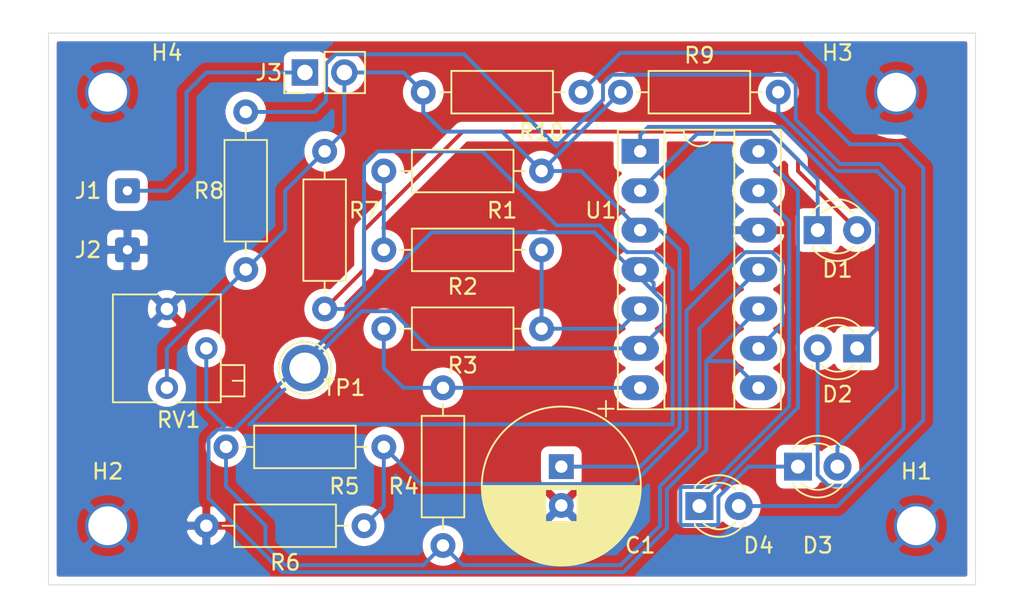
<source format=kicad_pcb>
(kicad_pcb (version 20171130) (host pcbnew "(5.1.8)-1")

  (general
    (thickness 1.6)
    (drawings 6)
    (tracks 171)
    (zones 0)
    (modules 25)
    (nets 18)
  )

  (page A4)
  (layers
    (0 F.Cu signal)
    (31 B.Cu signal)
    (32 B.Adhes user)
    (33 F.Adhes user)
    (34 B.Paste user)
    (35 F.Paste user)
    (36 B.SilkS user)
    (37 F.SilkS user)
    (38 B.Mask user)
    (39 F.Mask user)
    (40 Dwgs.User user)
    (41 Cmts.User user)
    (42 Eco1.User user)
    (43 Eco2.User user)
    (44 Edge.Cuts user)
    (45 Margin user)
    (46 B.CrtYd user)
    (47 F.CrtYd user)
    (48 B.Fab user)
    (49 F.Fab user)
  )

  (setup
    (last_trace_width 0.25)
    (trace_clearance 0.2)
    (zone_clearance 0.508)
    (zone_45_only no)
    (trace_min 0.2)
    (via_size 0.8)
    (via_drill 0.4)
    (via_min_size 0.4)
    (via_min_drill 0.3)
    (uvia_size 0.3)
    (uvia_drill 0.1)
    (uvias_allowed no)
    (uvia_min_size 0.2)
    (uvia_min_drill 0.1)
    (edge_width 0.05)
    (segment_width 0.2)
    (pcb_text_width 0.3)
    (pcb_text_size 1.5 1.5)
    (mod_edge_width 0.12)
    (mod_text_size 1 1)
    (mod_text_width 0.15)
    (pad_size 1.524 1.524)
    (pad_drill 0.762)
    (pad_to_mask_clearance 0)
    (aux_axis_origin 157.48 109.22)
    (visible_elements 7FFFFFFF)
    (pcbplotparams
      (layerselection 0x010fc_ffffffff)
      (usegerberextensions false)
      (usegerberattributes true)
      (usegerberadvancedattributes true)
      (creategerberjobfile true)
      (excludeedgelayer true)
      (linewidth 0.100000)
      (plotframeref false)
      (viasonmask false)
      (mode 1)
      (useauxorigin false)
      (hpglpennumber 1)
      (hpglpenspeed 20)
      (hpglpendiameter 15.000000)
      (psnegative false)
      (psa4output false)
      (plotreference true)
      (plotvalue true)
      (plotinvisibletext false)
      (padsonsilk false)
      (subtractmaskfromsilk false)
      (outputformat 1)
      (mirror false)
      (drillshape 1)
      (scaleselection 1)
      (outputdirectory ""))
  )

  (net 0 "")
  (net 1 /9V)
  (net 2 GND)
  (net 3 "Net-(D1-Pad1)")
  (net 4 "Net-(D1-Pad2)")
  (net 5 "Net-(D2-Pad2)")
  (net 6 "Net-(D2-Pad1)")
  (net 7 "Net-(D3-Pad1)")
  (net 8 "Net-(D3-Pad2)")
  (net 9 "Net-(D4-Pad2)")
  (net 10 "Net-(D4-Pad1)")
  (net 11 "Net-(J1-Pad1)")
  (net 12 "Net-(R1-Pad1)")
  (net 13 "Net-(R2-Pad1)")
  (net 14 "Net-(R3-Pad2)")
  (net 15 "Net-(R4-Pad2)")
  (net 16 "Net-(R5-Pad2)")
  (net 17 "Net-(RV1-Pad2)")

  (net_class Default "This is the default net class."
    (clearance 0.2)
    (trace_width 0.25)
    (via_dia 0.8)
    (via_drill 0.4)
    (uvia_dia 0.3)
    (uvia_drill 0.1)
    (add_net /9V)
    (add_net GND)
    (add_net "Net-(D1-Pad1)")
    (add_net "Net-(D1-Pad2)")
    (add_net "Net-(D2-Pad1)")
    (add_net "Net-(D2-Pad2)")
    (add_net "Net-(D3-Pad1)")
    (add_net "Net-(D3-Pad2)")
    (add_net "Net-(D4-Pad1)")
    (add_net "Net-(D4-Pad2)")
    (add_net "Net-(J1-Pad1)")
    (add_net "Net-(R1-Pad1)")
    (add_net "Net-(R2-Pad1)")
    (add_net "Net-(R3-Pad2)")
    (add_net "Net-(R4-Pad2)")
    (add_net "Net-(R5-Pad2)")
    (add_net "Net-(RV1-Pad2)")
  )

  (module Potentiometer_THT:Potentiometer_Bourns_3266P_Horizontal (layer F.Cu) (tedit 5A3D4994) (tstamp 6077FAB2)
    (at 167.64 133.35 180)
    (descr "Potentiometer, horizontal, Bourns 3266P, https://www.bourns.com/docs/Product-Datasheets/3266.pdf")
    (tags "Potentiometer horizontal Bourns 3266P")
    (path /6078E770)
    (fp_text reference RV1 (at -0.76 -2.065) (layer F.SilkS)
      (effects (font (size 1 1) (thickness 0.15)))
    )
    (fp_text value R_POT_TRIM_US (at -0.76 7.145) (layer F.Fab)
      (effects (font (size 1 1) (thickness 0.15)))
    )
    (fp_line (start -3.355 -0.815) (end -3.355 5.895) (layer F.Fab) (width 0.1))
    (fp_line (start -3.355 5.895) (end 3.355 5.895) (layer F.Fab) (width 0.1))
    (fp_line (start 3.355 5.895) (end 3.355 -0.815) (layer F.Fab) (width 0.1))
    (fp_line (start 3.355 -0.815) (end -3.355 -0.815) (layer F.Fab) (width 0.1))
    (fp_line (start -4.875 -0.435) (end -4.875 1.345) (layer F.Fab) (width 0.1))
    (fp_line (start -4.875 1.345) (end -3.355 1.345) (layer F.Fab) (width 0.1))
    (fp_line (start -3.355 1.345) (end -3.355 -0.435) (layer F.Fab) (width 0.1))
    (fp_line (start -3.355 -0.435) (end -4.875 -0.435) (layer F.Fab) (width 0.1))
    (fp_line (start -4.875 0.455) (end -4.115 0.455) (layer F.Fab) (width 0.1))
    (fp_line (start -3.475 -0.935) (end -0.649 -0.935) (layer F.SilkS) (width 0.12))
    (fp_line (start 0.65 -0.935) (end 3.475 -0.935) (layer F.SilkS) (width 0.12))
    (fp_line (start -3.475 6.015) (end -0.649 6.015) (layer F.SilkS) (width 0.12))
    (fp_line (start 0.65 6.015) (end 3.475 6.015) (layer F.SilkS) (width 0.12))
    (fp_line (start -3.475 -0.935) (end -3.475 2.045) (layer F.SilkS) (width 0.12))
    (fp_line (start -3.475 3.036) (end -3.475 6.015) (layer F.SilkS) (width 0.12))
    (fp_line (start 3.475 -0.935) (end 3.475 6.015) (layer F.SilkS) (width 0.12))
    (fp_line (start -4.995 -0.555) (end -3.476 -0.555) (layer F.SilkS) (width 0.12))
    (fp_line (start -4.995 1.465) (end -3.476 1.465) (layer F.SilkS) (width 0.12))
    (fp_line (start -4.995 -0.555) (end -4.995 1.465) (layer F.SilkS) (width 0.12))
    (fp_line (start -3.476 -0.555) (end -3.476 1.465) (layer F.SilkS) (width 0.12))
    (fp_line (start -4.995 0.455) (end -4.236 0.455) (layer F.SilkS) (width 0.12))
    (fp_line (start -5.15 -1.1) (end -5.15 6.15) (layer F.CrtYd) (width 0.05))
    (fp_line (start -5.15 6.15) (end 3.65 6.15) (layer F.CrtYd) (width 0.05))
    (fp_line (start 3.65 6.15) (end 3.65 -1.1) (layer F.CrtYd) (width 0.05))
    (fp_line (start 3.65 -1.1) (end -5.15 -1.1) (layer F.CrtYd) (width 0.05))
    (fp_text user %R (at 0 2.54) (layer F.Fab)
      (effects (font (size 1 1) (thickness 0.15)))
    )
    (pad 1 thru_hole circle (at 0 0 180) (size 1.44 1.44) (drill 0.8) (layers *.Cu *.Mask)
      (net 1 /9V))
    (pad 2 thru_hole circle (at -2.54 2.54 180) (size 1.44 1.44) (drill 0.8) (layers *.Cu *.Mask)
      (net 17 "Net-(RV1-Pad2)"))
    (pad 3 thru_hole circle (at 0 5.08 180) (size 1.44 1.44) (drill 0.8) (layers *.Cu *.Mask)
      (net 2 GND))
    (model ${KISYS3DMOD}/Potentiometer_THT.3dshapes/Potentiometer_Bourns_3266P_Horizontal.wrl
      (at (xyz 0 0 0))
      (scale (xyz 1 1 1))
      (rotate (xyz 0 0 0))
    )
  )

  (module Capacitor_THT:CP_Radial_D10.0mm_P2.50mm (layer F.Cu) (tedit 5AE50EF1) (tstamp 6077E688)
    (at 193.04 138.43 270)
    (descr "CP, Radial series, Radial, pin pitch=2.50mm, , diameter=10mm, Electrolytic Capacitor")
    (tags "CP Radial series Radial pin pitch 2.50mm  diameter 10mm Electrolytic Capacitor")
    (path /607D2F49)
    (fp_text reference C1 (at 5.08 -5.08 180) (layer F.SilkS)
      (effects (font (size 1 1) (thickness 0.15)))
    )
    (fp_text value CP1 (at 1.25 6.25 90) (layer F.Fab)
      (effects (font (size 1 1) (thickness 0.15)))
    )
    (fp_circle (center 1.25 0) (end 6.25 0) (layer F.Fab) (width 0.1))
    (fp_circle (center 1.25 0) (end 6.37 0) (layer F.SilkS) (width 0.12))
    (fp_circle (center 1.25 0) (end 6.5 0) (layer F.CrtYd) (width 0.05))
    (fp_line (start -3.038861 -2.1875) (end -2.038861 -2.1875) (layer F.Fab) (width 0.1))
    (fp_line (start -2.538861 -2.6875) (end -2.538861 -1.6875) (layer F.Fab) (width 0.1))
    (fp_line (start 1.25 -5.08) (end 1.25 5.08) (layer F.SilkS) (width 0.12))
    (fp_line (start 1.29 -5.08) (end 1.29 5.08) (layer F.SilkS) (width 0.12))
    (fp_line (start 1.33 -5.08) (end 1.33 5.08) (layer F.SilkS) (width 0.12))
    (fp_line (start 1.37 -5.079) (end 1.37 5.079) (layer F.SilkS) (width 0.12))
    (fp_line (start 1.41 -5.078) (end 1.41 5.078) (layer F.SilkS) (width 0.12))
    (fp_line (start 1.45 -5.077) (end 1.45 5.077) (layer F.SilkS) (width 0.12))
    (fp_line (start 1.49 -5.075) (end 1.49 -1.04) (layer F.SilkS) (width 0.12))
    (fp_line (start 1.49 1.04) (end 1.49 5.075) (layer F.SilkS) (width 0.12))
    (fp_line (start 1.53 -5.073) (end 1.53 -1.04) (layer F.SilkS) (width 0.12))
    (fp_line (start 1.53 1.04) (end 1.53 5.073) (layer F.SilkS) (width 0.12))
    (fp_line (start 1.57 -5.07) (end 1.57 -1.04) (layer F.SilkS) (width 0.12))
    (fp_line (start 1.57 1.04) (end 1.57 5.07) (layer F.SilkS) (width 0.12))
    (fp_line (start 1.61 -5.068) (end 1.61 -1.04) (layer F.SilkS) (width 0.12))
    (fp_line (start 1.61 1.04) (end 1.61 5.068) (layer F.SilkS) (width 0.12))
    (fp_line (start 1.65 -5.065) (end 1.65 -1.04) (layer F.SilkS) (width 0.12))
    (fp_line (start 1.65 1.04) (end 1.65 5.065) (layer F.SilkS) (width 0.12))
    (fp_line (start 1.69 -5.062) (end 1.69 -1.04) (layer F.SilkS) (width 0.12))
    (fp_line (start 1.69 1.04) (end 1.69 5.062) (layer F.SilkS) (width 0.12))
    (fp_line (start 1.73 -5.058) (end 1.73 -1.04) (layer F.SilkS) (width 0.12))
    (fp_line (start 1.73 1.04) (end 1.73 5.058) (layer F.SilkS) (width 0.12))
    (fp_line (start 1.77 -5.054) (end 1.77 -1.04) (layer F.SilkS) (width 0.12))
    (fp_line (start 1.77 1.04) (end 1.77 5.054) (layer F.SilkS) (width 0.12))
    (fp_line (start 1.81 -5.05) (end 1.81 -1.04) (layer F.SilkS) (width 0.12))
    (fp_line (start 1.81 1.04) (end 1.81 5.05) (layer F.SilkS) (width 0.12))
    (fp_line (start 1.85 -5.045) (end 1.85 -1.04) (layer F.SilkS) (width 0.12))
    (fp_line (start 1.85 1.04) (end 1.85 5.045) (layer F.SilkS) (width 0.12))
    (fp_line (start 1.89 -5.04) (end 1.89 -1.04) (layer F.SilkS) (width 0.12))
    (fp_line (start 1.89 1.04) (end 1.89 5.04) (layer F.SilkS) (width 0.12))
    (fp_line (start 1.93 -5.035) (end 1.93 -1.04) (layer F.SilkS) (width 0.12))
    (fp_line (start 1.93 1.04) (end 1.93 5.035) (layer F.SilkS) (width 0.12))
    (fp_line (start 1.971 -5.03) (end 1.971 -1.04) (layer F.SilkS) (width 0.12))
    (fp_line (start 1.971 1.04) (end 1.971 5.03) (layer F.SilkS) (width 0.12))
    (fp_line (start 2.011 -5.024) (end 2.011 -1.04) (layer F.SilkS) (width 0.12))
    (fp_line (start 2.011 1.04) (end 2.011 5.024) (layer F.SilkS) (width 0.12))
    (fp_line (start 2.051 -5.018) (end 2.051 -1.04) (layer F.SilkS) (width 0.12))
    (fp_line (start 2.051 1.04) (end 2.051 5.018) (layer F.SilkS) (width 0.12))
    (fp_line (start 2.091 -5.011) (end 2.091 -1.04) (layer F.SilkS) (width 0.12))
    (fp_line (start 2.091 1.04) (end 2.091 5.011) (layer F.SilkS) (width 0.12))
    (fp_line (start 2.131 -5.004) (end 2.131 -1.04) (layer F.SilkS) (width 0.12))
    (fp_line (start 2.131 1.04) (end 2.131 5.004) (layer F.SilkS) (width 0.12))
    (fp_line (start 2.171 -4.997) (end 2.171 -1.04) (layer F.SilkS) (width 0.12))
    (fp_line (start 2.171 1.04) (end 2.171 4.997) (layer F.SilkS) (width 0.12))
    (fp_line (start 2.211 -4.99) (end 2.211 -1.04) (layer F.SilkS) (width 0.12))
    (fp_line (start 2.211 1.04) (end 2.211 4.99) (layer F.SilkS) (width 0.12))
    (fp_line (start 2.251 -4.982) (end 2.251 -1.04) (layer F.SilkS) (width 0.12))
    (fp_line (start 2.251 1.04) (end 2.251 4.982) (layer F.SilkS) (width 0.12))
    (fp_line (start 2.291 -4.974) (end 2.291 -1.04) (layer F.SilkS) (width 0.12))
    (fp_line (start 2.291 1.04) (end 2.291 4.974) (layer F.SilkS) (width 0.12))
    (fp_line (start 2.331 -4.965) (end 2.331 -1.04) (layer F.SilkS) (width 0.12))
    (fp_line (start 2.331 1.04) (end 2.331 4.965) (layer F.SilkS) (width 0.12))
    (fp_line (start 2.371 -4.956) (end 2.371 -1.04) (layer F.SilkS) (width 0.12))
    (fp_line (start 2.371 1.04) (end 2.371 4.956) (layer F.SilkS) (width 0.12))
    (fp_line (start 2.411 -4.947) (end 2.411 -1.04) (layer F.SilkS) (width 0.12))
    (fp_line (start 2.411 1.04) (end 2.411 4.947) (layer F.SilkS) (width 0.12))
    (fp_line (start 2.451 -4.938) (end 2.451 -1.04) (layer F.SilkS) (width 0.12))
    (fp_line (start 2.451 1.04) (end 2.451 4.938) (layer F.SilkS) (width 0.12))
    (fp_line (start 2.491 -4.928) (end 2.491 -1.04) (layer F.SilkS) (width 0.12))
    (fp_line (start 2.491 1.04) (end 2.491 4.928) (layer F.SilkS) (width 0.12))
    (fp_line (start 2.531 -4.918) (end 2.531 -1.04) (layer F.SilkS) (width 0.12))
    (fp_line (start 2.531 1.04) (end 2.531 4.918) (layer F.SilkS) (width 0.12))
    (fp_line (start 2.571 -4.907) (end 2.571 -1.04) (layer F.SilkS) (width 0.12))
    (fp_line (start 2.571 1.04) (end 2.571 4.907) (layer F.SilkS) (width 0.12))
    (fp_line (start 2.611 -4.897) (end 2.611 -1.04) (layer F.SilkS) (width 0.12))
    (fp_line (start 2.611 1.04) (end 2.611 4.897) (layer F.SilkS) (width 0.12))
    (fp_line (start 2.651 -4.885) (end 2.651 -1.04) (layer F.SilkS) (width 0.12))
    (fp_line (start 2.651 1.04) (end 2.651 4.885) (layer F.SilkS) (width 0.12))
    (fp_line (start 2.691 -4.874) (end 2.691 -1.04) (layer F.SilkS) (width 0.12))
    (fp_line (start 2.691 1.04) (end 2.691 4.874) (layer F.SilkS) (width 0.12))
    (fp_line (start 2.731 -4.862) (end 2.731 -1.04) (layer F.SilkS) (width 0.12))
    (fp_line (start 2.731 1.04) (end 2.731 4.862) (layer F.SilkS) (width 0.12))
    (fp_line (start 2.771 -4.85) (end 2.771 -1.04) (layer F.SilkS) (width 0.12))
    (fp_line (start 2.771 1.04) (end 2.771 4.85) (layer F.SilkS) (width 0.12))
    (fp_line (start 2.811 -4.837) (end 2.811 -1.04) (layer F.SilkS) (width 0.12))
    (fp_line (start 2.811 1.04) (end 2.811 4.837) (layer F.SilkS) (width 0.12))
    (fp_line (start 2.851 -4.824) (end 2.851 -1.04) (layer F.SilkS) (width 0.12))
    (fp_line (start 2.851 1.04) (end 2.851 4.824) (layer F.SilkS) (width 0.12))
    (fp_line (start 2.891 -4.811) (end 2.891 -1.04) (layer F.SilkS) (width 0.12))
    (fp_line (start 2.891 1.04) (end 2.891 4.811) (layer F.SilkS) (width 0.12))
    (fp_line (start 2.931 -4.797) (end 2.931 -1.04) (layer F.SilkS) (width 0.12))
    (fp_line (start 2.931 1.04) (end 2.931 4.797) (layer F.SilkS) (width 0.12))
    (fp_line (start 2.971 -4.783) (end 2.971 -1.04) (layer F.SilkS) (width 0.12))
    (fp_line (start 2.971 1.04) (end 2.971 4.783) (layer F.SilkS) (width 0.12))
    (fp_line (start 3.011 -4.768) (end 3.011 -1.04) (layer F.SilkS) (width 0.12))
    (fp_line (start 3.011 1.04) (end 3.011 4.768) (layer F.SilkS) (width 0.12))
    (fp_line (start 3.051 -4.754) (end 3.051 -1.04) (layer F.SilkS) (width 0.12))
    (fp_line (start 3.051 1.04) (end 3.051 4.754) (layer F.SilkS) (width 0.12))
    (fp_line (start 3.091 -4.738) (end 3.091 -1.04) (layer F.SilkS) (width 0.12))
    (fp_line (start 3.091 1.04) (end 3.091 4.738) (layer F.SilkS) (width 0.12))
    (fp_line (start 3.131 -4.723) (end 3.131 -1.04) (layer F.SilkS) (width 0.12))
    (fp_line (start 3.131 1.04) (end 3.131 4.723) (layer F.SilkS) (width 0.12))
    (fp_line (start 3.171 -4.707) (end 3.171 -1.04) (layer F.SilkS) (width 0.12))
    (fp_line (start 3.171 1.04) (end 3.171 4.707) (layer F.SilkS) (width 0.12))
    (fp_line (start 3.211 -4.69) (end 3.211 -1.04) (layer F.SilkS) (width 0.12))
    (fp_line (start 3.211 1.04) (end 3.211 4.69) (layer F.SilkS) (width 0.12))
    (fp_line (start 3.251 -4.674) (end 3.251 -1.04) (layer F.SilkS) (width 0.12))
    (fp_line (start 3.251 1.04) (end 3.251 4.674) (layer F.SilkS) (width 0.12))
    (fp_line (start 3.291 -4.657) (end 3.291 -1.04) (layer F.SilkS) (width 0.12))
    (fp_line (start 3.291 1.04) (end 3.291 4.657) (layer F.SilkS) (width 0.12))
    (fp_line (start 3.331 -4.639) (end 3.331 -1.04) (layer F.SilkS) (width 0.12))
    (fp_line (start 3.331 1.04) (end 3.331 4.639) (layer F.SilkS) (width 0.12))
    (fp_line (start 3.371 -4.621) (end 3.371 -1.04) (layer F.SilkS) (width 0.12))
    (fp_line (start 3.371 1.04) (end 3.371 4.621) (layer F.SilkS) (width 0.12))
    (fp_line (start 3.411 -4.603) (end 3.411 -1.04) (layer F.SilkS) (width 0.12))
    (fp_line (start 3.411 1.04) (end 3.411 4.603) (layer F.SilkS) (width 0.12))
    (fp_line (start 3.451 -4.584) (end 3.451 -1.04) (layer F.SilkS) (width 0.12))
    (fp_line (start 3.451 1.04) (end 3.451 4.584) (layer F.SilkS) (width 0.12))
    (fp_line (start 3.491 -4.564) (end 3.491 -1.04) (layer F.SilkS) (width 0.12))
    (fp_line (start 3.491 1.04) (end 3.491 4.564) (layer F.SilkS) (width 0.12))
    (fp_line (start 3.531 -4.545) (end 3.531 -1.04) (layer F.SilkS) (width 0.12))
    (fp_line (start 3.531 1.04) (end 3.531 4.545) (layer F.SilkS) (width 0.12))
    (fp_line (start 3.571 -4.525) (end 3.571 4.525) (layer F.SilkS) (width 0.12))
    (fp_line (start 3.611 -4.504) (end 3.611 4.504) (layer F.SilkS) (width 0.12))
    (fp_line (start 3.651 -4.483) (end 3.651 4.483) (layer F.SilkS) (width 0.12))
    (fp_line (start 3.691 -4.462) (end 3.691 4.462) (layer F.SilkS) (width 0.12))
    (fp_line (start 3.731 -4.44) (end 3.731 4.44) (layer F.SilkS) (width 0.12))
    (fp_line (start 3.771 -4.417) (end 3.771 4.417) (layer F.SilkS) (width 0.12))
    (fp_line (start 3.811 -4.395) (end 3.811 4.395) (layer F.SilkS) (width 0.12))
    (fp_line (start 3.851 -4.371) (end 3.851 4.371) (layer F.SilkS) (width 0.12))
    (fp_line (start 3.891 -4.347) (end 3.891 4.347) (layer F.SilkS) (width 0.12))
    (fp_line (start 3.931 -4.323) (end 3.931 4.323) (layer F.SilkS) (width 0.12))
    (fp_line (start 3.971 -4.298) (end 3.971 4.298) (layer F.SilkS) (width 0.12))
    (fp_line (start 4.011 -4.273) (end 4.011 4.273) (layer F.SilkS) (width 0.12))
    (fp_line (start 4.051 -4.247) (end 4.051 4.247) (layer F.SilkS) (width 0.12))
    (fp_line (start 4.091 -4.221) (end 4.091 4.221) (layer F.SilkS) (width 0.12))
    (fp_line (start 4.131 -4.194) (end 4.131 4.194) (layer F.SilkS) (width 0.12))
    (fp_line (start 4.171 -4.166) (end 4.171 4.166) (layer F.SilkS) (width 0.12))
    (fp_line (start 4.211 -4.138) (end 4.211 4.138) (layer F.SilkS) (width 0.12))
    (fp_line (start 4.251 -4.11) (end 4.251 4.11) (layer F.SilkS) (width 0.12))
    (fp_line (start 4.291 -4.08) (end 4.291 4.08) (layer F.SilkS) (width 0.12))
    (fp_line (start 4.331 -4.05) (end 4.331 4.05) (layer F.SilkS) (width 0.12))
    (fp_line (start 4.371 -4.02) (end 4.371 4.02) (layer F.SilkS) (width 0.12))
    (fp_line (start 4.411 -3.989) (end 4.411 3.989) (layer F.SilkS) (width 0.12))
    (fp_line (start 4.451 -3.957) (end 4.451 3.957) (layer F.SilkS) (width 0.12))
    (fp_line (start 4.491 -3.925) (end 4.491 3.925) (layer F.SilkS) (width 0.12))
    (fp_line (start 4.531 -3.892) (end 4.531 3.892) (layer F.SilkS) (width 0.12))
    (fp_line (start 4.571 -3.858) (end 4.571 3.858) (layer F.SilkS) (width 0.12))
    (fp_line (start 4.611 -3.824) (end 4.611 3.824) (layer F.SilkS) (width 0.12))
    (fp_line (start 4.651 -3.789) (end 4.651 3.789) (layer F.SilkS) (width 0.12))
    (fp_line (start 4.691 -3.753) (end 4.691 3.753) (layer F.SilkS) (width 0.12))
    (fp_line (start 4.731 -3.716) (end 4.731 3.716) (layer F.SilkS) (width 0.12))
    (fp_line (start 4.771 -3.679) (end 4.771 3.679) (layer F.SilkS) (width 0.12))
    (fp_line (start 4.811 -3.64) (end 4.811 3.64) (layer F.SilkS) (width 0.12))
    (fp_line (start 4.851 -3.601) (end 4.851 3.601) (layer F.SilkS) (width 0.12))
    (fp_line (start 4.891 -3.561) (end 4.891 3.561) (layer F.SilkS) (width 0.12))
    (fp_line (start 4.931 -3.52) (end 4.931 3.52) (layer F.SilkS) (width 0.12))
    (fp_line (start 4.971 -3.478) (end 4.971 3.478) (layer F.SilkS) (width 0.12))
    (fp_line (start 5.011 -3.436) (end 5.011 3.436) (layer F.SilkS) (width 0.12))
    (fp_line (start 5.051 -3.392) (end 5.051 3.392) (layer F.SilkS) (width 0.12))
    (fp_line (start 5.091 -3.347) (end 5.091 3.347) (layer F.SilkS) (width 0.12))
    (fp_line (start 5.131 -3.301) (end 5.131 3.301) (layer F.SilkS) (width 0.12))
    (fp_line (start 5.171 -3.254) (end 5.171 3.254) (layer F.SilkS) (width 0.12))
    (fp_line (start 5.211 -3.206) (end 5.211 3.206) (layer F.SilkS) (width 0.12))
    (fp_line (start 5.251 -3.156) (end 5.251 3.156) (layer F.SilkS) (width 0.12))
    (fp_line (start 5.291 -3.106) (end 5.291 3.106) (layer F.SilkS) (width 0.12))
    (fp_line (start 5.331 -3.054) (end 5.331 3.054) (layer F.SilkS) (width 0.12))
    (fp_line (start 5.371 -3) (end 5.371 3) (layer F.SilkS) (width 0.12))
    (fp_line (start 5.411 -2.945) (end 5.411 2.945) (layer F.SilkS) (width 0.12))
    (fp_line (start 5.451 -2.889) (end 5.451 2.889) (layer F.SilkS) (width 0.12))
    (fp_line (start 5.491 -2.83) (end 5.491 2.83) (layer F.SilkS) (width 0.12))
    (fp_line (start 5.531 -2.77) (end 5.531 2.77) (layer F.SilkS) (width 0.12))
    (fp_line (start 5.571 -2.709) (end 5.571 2.709) (layer F.SilkS) (width 0.12))
    (fp_line (start 5.611 -2.645) (end 5.611 2.645) (layer F.SilkS) (width 0.12))
    (fp_line (start 5.651 -2.579) (end 5.651 2.579) (layer F.SilkS) (width 0.12))
    (fp_line (start 5.691 -2.51) (end 5.691 2.51) (layer F.SilkS) (width 0.12))
    (fp_line (start 5.731 -2.439) (end 5.731 2.439) (layer F.SilkS) (width 0.12))
    (fp_line (start 5.771 -2.365) (end 5.771 2.365) (layer F.SilkS) (width 0.12))
    (fp_line (start 5.811 -2.289) (end 5.811 2.289) (layer F.SilkS) (width 0.12))
    (fp_line (start 5.851 -2.209) (end 5.851 2.209) (layer F.SilkS) (width 0.12))
    (fp_line (start 5.891 -2.125) (end 5.891 2.125) (layer F.SilkS) (width 0.12))
    (fp_line (start 5.931 -2.037) (end 5.931 2.037) (layer F.SilkS) (width 0.12))
    (fp_line (start 5.971 -1.944) (end 5.971 1.944) (layer F.SilkS) (width 0.12))
    (fp_line (start 6.011 -1.846) (end 6.011 1.846) (layer F.SilkS) (width 0.12))
    (fp_line (start 6.051 -1.742) (end 6.051 1.742) (layer F.SilkS) (width 0.12))
    (fp_line (start 6.091 -1.63) (end 6.091 1.63) (layer F.SilkS) (width 0.12))
    (fp_line (start 6.131 -1.51) (end 6.131 1.51) (layer F.SilkS) (width 0.12))
    (fp_line (start 6.171 -1.378) (end 6.171 1.378) (layer F.SilkS) (width 0.12))
    (fp_line (start 6.211 -1.23) (end 6.211 1.23) (layer F.SilkS) (width 0.12))
    (fp_line (start 6.251 -1.062) (end 6.251 1.062) (layer F.SilkS) (width 0.12))
    (fp_line (start 6.291 -0.862) (end 6.291 0.862) (layer F.SilkS) (width 0.12))
    (fp_line (start 6.331 -0.599) (end 6.331 0.599) (layer F.SilkS) (width 0.12))
    (fp_line (start -4.229646 -2.875) (end -3.229646 -2.875) (layer F.SilkS) (width 0.12))
    (fp_line (start -3.729646 -3.375) (end -3.729646 -2.375) (layer F.SilkS) (width 0.12))
    (fp_text user %R (at 1.25 0 90) (layer F.Fab)
      (effects (font (size 1 1) (thickness 0.15)))
    )
    (pad 1 thru_hole rect (at 0 0 270) (size 1.6 1.6) (drill 0.8) (layers *.Cu *.Mask)
      (net 1 /9V))
    (pad 2 thru_hole circle (at 2.5 0 270) (size 1.6 1.6) (drill 0.8) (layers *.Cu *.Mask)
      (net 2 GND))
    (model ${KISYS3DMOD}/Capacitor_THT.3dshapes/CP_Radial_D10.0mm_P2.50mm.wrl
      (at (xyz 0 0 0))
      (scale (xyz 1 1 1))
      (rotate (xyz 0 0 0))
    )
  )

  (module LED_THT:LED_D3.0mm (layer F.Cu) (tedit 587A3A7B) (tstamp 6077E69B)
    (at 209.55 123.19)
    (descr "LED, diameter 3.0mm, 2 pins")
    (tags "LED diameter 3.0mm 2 pins")
    (path /6076BF76)
    (fp_text reference D1 (at 1.27 2.54) (layer F.SilkS)
      (effects (font (size 1 1) (thickness 0.15)))
    )
    (fp_text value LED (at 1.27 2.96) (layer F.Fab)
      (effects (font (size 1 1) (thickness 0.15)))
    )
    (fp_circle (center 1.27 0) (end 2.77 0) (layer F.Fab) (width 0.1))
    (fp_line (start -0.23 -1.16619) (end -0.23 1.16619) (layer F.Fab) (width 0.1))
    (fp_line (start -0.29 -1.236) (end -0.29 -1.08) (layer F.SilkS) (width 0.12))
    (fp_line (start -0.29 1.08) (end -0.29 1.236) (layer F.SilkS) (width 0.12))
    (fp_line (start -1.15 -2.25) (end -1.15 2.25) (layer F.CrtYd) (width 0.05))
    (fp_line (start -1.15 2.25) (end 3.7 2.25) (layer F.CrtYd) (width 0.05))
    (fp_line (start 3.7 2.25) (end 3.7 -2.25) (layer F.CrtYd) (width 0.05))
    (fp_line (start 3.7 -2.25) (end -1.15 -2.25) (layer F.CrtYd) (width 0.05))
    (fp_arc (start 1.27 0) (end -0.23 -1.16619) (angle 284.3) (layer F.Fab) (width 0.1))
    (fp_arc (start 1.27 0) (end -0.29 -1.235516) (angle 108.8) (layer F.SilkS) (width 0.12))
    (fp_arc (start 1.27 0) (end -0.29 1.235516) (angle -108.8) (layer F.SilkS) (width 0.12))
    (fp_arc (start 1.27 0) (end 0.229039 -1.08) (angle 87.9) (layer F.SilkS) (width 0.12))
    (fp_arc (start 1.27 0) (end 0.229039 1.08) (angle -87.9) (layer F.SilkS) (width 0.12))
    (pad 1 thru_hole rect (at 0 0) (size 1.8 1.8) (drill 0.9) (layers *.Cu *.Mask)
      (net 3 "Net-(D1-Pad1)"))
    (pad 2 thru_hole circle (at 2.54 0) (size 1.8 1.8) (drill 0.9) (layers *.Cu *.Mask)
      (net 4 "Net-(D1-Pad2)"))
    (model ${KISYS3DMOD}/LED_THT.3dshapes/LED_D3.0mm.wrl
      (at (xyz 0 0 0))
      (scale (xyz 1 1 1))
      (rotate (xyz 0 0 0))
    )
  )

  (module LED_THT:LED_D3.0mm (layer F.Cu) (tedit 587A3A7B) (tstamp 6077E6AE)
    (at 212.09 130.81 180)
    (descr "LED, diameter 3.0mm, 2 pins")
    (tags "LED diameter 3.0mm 2 pins")
    (path /6076C4F2)
    (fp_text reference D2 (at 1.27 -2.96) (layer F.SilkS)
      (effects (font (size 1 1) (thickness 0.15)))
    )
    (fp_text value LED (at 1.27 2.96) (layer F.Fab)
      (effects (font (size 1 1) (thickness 0.15)))
    )
    (fp_line (start 3.7 -2.25) (end -1.15 -2.25) (layer F.CrtYd) (width 0.05))
    (fp_line (start 3.7 2.25) (end 3.7 -2.25) (layer F.CrtYd) (width 0.05))
    (fp_line (start -1.15 2.25) (end 3.7 2.25) (layer F.CrtYd) (width 0.05))
    (fp_line (start -1.15 -2.25) (end -1.15 2.25) (layer F.CrtYd) (width 0.05))
    (fp_line (start -0.29 1.08) (end -0.29 1.236) (layer F.SilkS) (width 0.12))
    (fp_line (start -0.29 -1.236) (end -0.29 -1.08) (layer F.SilkS) (width 0.12))
    (fp_line (start -0.23 -1.16619) (end -0.23 1.16619) (layer F.Fab) (width 0.1))
    (fp_circle (center 1.27 0) (end 2.77 0) (layer F.Fab) (width 0.1))
    (fp_arc (start 1.27 0) (end 0.229039 1.08) (angle -87.9) (layer F.SilkS) (width 0.12))
    (fp_arc (start 1.27 0) (end 0.229039 -1.08) (angle 87.9) (layer F.SilkS) (width 0.12))
    (fp_arc (start 1.27 0) (end -0.29 1.235516) (angle -108.8) (layer F.SilkS) (width 0.12))
    (fp_arc (start 1.27 0) (end -0.29 -1.235516) (angle 108.8) (layer F.SilkS) (width 0.12))
    (fp_arc (start 1.27 0) (end -0.23 -1.16619) (angle 284.3) (layer F.Fab) (width 0.1))
    (pad 2 thru_hole circle (at 2.54 0 180) (size 1.8 1.8) (drill 0.9) (layers *.Cu *.Mask)
      (net 5 "Net-(D2-Pad2)"))
    (pad 1 thru_hole rect (at 0 0 180) (size 1.8 1.8) (drill 0.9) (layers *.Cu *.Mask)
      (net 6 "Net-(D2-Pad1)"))
    (model ${KISYS3DMOD}/LED_THT.3dshapes/LED_D3.0mm.wrl
      (at (xyz 0 0 0))
      (scale (xyz 1 1 1))
      (rotate (xyz 0 0 0))
    )
  )

  (module LED_THT:LED_D3.0mm (layer F.Cu) (tedit 587A3A7B) (tstamp 6077E6C1)
    (at 208.28 138.43)
    (descr "LED, diameter 3.0mm, 2 pins")
    (tags "LED diameter 3.0mm 2 pins")
    (path /6076C9AC)
    (fp_text reference D3 (at 1.27 5.08) (layer F.SilkS)
      (effects (font (size 1 1) (thickness 0.15)))
    )
    (fp_text value LED (at 1.27 2.96) (layer F.Fab)
      (effects (font (size 1 1) (thickness 0.15)))
    )
    (fp_circle (center 1.27 0) (end 2.77 0) (layer F.Fab) (width 0.1))
    (fp_line (start -0.23 -1.16619) (end -0.23 1.16619) (layer F.Fab) (width 0.1))
    (fp_line (start -0.29 -1.236) (end -0.29 -1.08) (layer F.SilkS) (width 0.12))
    (fp_line (start -0.29 1.08) (end -0.29 1.236) (layer F.SilkS) (width 0.12))
    (fp_line (start -1.15 -2.25) (end -1.15 2.25) (layer F.CrtYd) (width 0.05))
    (fp_line (start -1.15 2.25) (end 3.7 2.25) (layer F.CrtYd) (width 0.05))
    (fp_line (start 3.7 2.25) (end 3.7 -2.25) (layer F.CrtYd) (width 0.05))
    (fp_line (start 3.7 -2.25) (end -1.15 -2.25) (layer F.CrtYd) (width 0.05))
    (fp_arc (start 1.27 0) (end -0.23 -1.16619) (angle 284.3) (layer F.Fab) (width 0.1))
    (fp_arc (start 1.27 0) (end -0.29 -1.235516) (angle 108.8) (layer F.SilkS) (width 0.12))
    (fp_arc (start 1.27 0) (end -0.29 1.235516) (angle -108.8) (layer F.SilkS) (width 0.12))
    (fp_arc (start 1.27 0) (end 0.229039 -1.08) (angle 87.9) (layer F.SilkS) (width 0.12))
    (fp_arc (start 1.27 0) (end 0.229039 1.08) (angle -87.9) (layer F.SilkS) (width 0.12))
    (pad 1 thru_hole rect (at 0 0) (size 1.8 1.8) (drill 0.9) (layers *.Cu *.Mask)
      (net 7 "Net-(D3-Pad1)"))
    (pad 2 thru_hole circle (at 2.54 0) (size 1.8 1.8) (drill 0.9) (layers *.Cu *.Mask)
      (net 8 "Net-(D3-Pad2)"))
    (model ${KISYS3DMOD}/LED_THT.3dshapes/LED_D3.0mm.wrl
      (at (xyz 0 0 0))
      (scale (xyz 1 1 1))
      (rotate (xyz 0 0 0))
    )
  )

  (module LED_THT:LED_D3.0mm (layer F.Cu) (tedit 587A3A7B) (tstamp 6077E6D4)
    (at 201.93 140.97)
    (descr "LED, diameter 3.0mm, 2 pins")
    (tags "LED diameter 3.0mm 2 pins")
    (path /6076CD4D)
    (fp_text reference D4 (at 3.81 2.54) (layer F.SilkS)
      (effects (font (size 1 1) (thickness 0.15)))
    )
    (fp_text value LED (at 1.27 2.96) (layer F.Fab)
      (effects (font (size 1 1) (thickness 0.15)))
    )
    (fp_line (start 3.7 -2.25) (end -1.15 -2.25) (layer F.CrtYd) (width 0.05))
    (fp_line (start 3.7 2.25) (end 3.7 -2.25) (layer F.CrtYd) (width 0.05))
    (fp_line (start -1.15 2.25) (end 3.7 2.25) (layer F.CrtYd) (width 0.05))
    (fp_line (start -1.15 -2.25) (end -1.15 2.25) (layer F.CrtYd) (width 0.05))
    (fp_line (start -0.29 1.08) (end -0.29 1.236) (layer F.SilkS) (width 0.12))
    (fp_line (start -0.29 -1.236) (end -0.29 -1.08) (layer F.SilkS) (width 0.12))
    (fp_line (start -0.23 -1.16619) (end -0.23 1.16619) (layer F.Fab) (width 0.1))
    (fp_circle (center 1.27 0) (end 2.77 0) (layer F.Fab) (width 0.1))
    (fp_arc (start 1.27 0) (end 0.229039 1.08) (angle -87.9) (layer F.SilkS) (width 0.12))
    (fp_arc (start 1.27 0) (end 0.229039 -1.08) (angle 87.9) (layer F.SilkS) (width 0.12))
    (fp_arc (start 1.27 0) (end -0.29 1.235516) (angle -108.8) (layer F.SilkS) (width 0.12))
    (fp_arc (start 1.27 0) (end -0.29 -1.235516) (angle 108.8) (layer F.SilkS) (width 0.12))
    (fp_arc (start 1.27 0) (end -0.23 -1.16619) (angle 284.3) (layer F.Fab) (width 0.1))
    (pad 2 thru_hole circle (at 2.54 0) (size 1.8 1.8) (drill 0.9) (layers *.Cu *.Mask)
      (net 9 "Net-(D4-Pad2)"))
    (pad 1 thru_hole rect (at 0 0) (size 1.8 1.8) (drill 0.9) (layers *.Cu *.Mask)
      (net 10 "Net-(D4-Pad1)"))
    (model ${KISYS3DMOD}/LED_THT.3dshapes/LED_D3.0mm.wrl
      (at (xyz 0 0 0))
      (scale (xyz 1 1 1))
      (rotate (xyz 0 0 0))
    )
  )

  (module MountingHole:MountingHole_2.5mm_Pad_TopOnly (layer F.Cu) (tedit 56D1B4CB) (tstamp 6077E6DD)
    (at 215.9 142.24)
    (descr "Mounting Hole 2.5mm")
    (tags "mounting hole 2.5mm")
    (path /607D7A2C)
    (attr virtual)
    (fp_text reference H1 (at 0 -3.5) (layer F.SilkS)
      (effects (font (size 1 1) (thickness 0.15)))
    )
    (fp_text value MountingHole_Pad (at 0 3.5) (layer F.Fab)
      (effects (font (size 1 1) (thickness 0.15)))
    )
    (fp_circle (center 0 0) (end 2.5 0) (layer Cmts.User) (width 0.15))
    (fp_circle (center 0 0) (end 2.75 0) (layer F.CrtYd) (width 0.05))
    (fp_text user %R (at 0.3 0) (layer F.Fab)
      (effects (font (size 1 1) (thickness 0.15)))
    )
    (pad 1 thru_hole circle (at 0 0) (size 2.9 2.9) (drill 2.5) (layers *.Cu *.Mask)
      (net 2 GND))
    (pad 1 connect circle (at 0 0) (size 5 5) (layers F.Cu F.Mask)
      (net 2 GND))
  )

  (module MountingHole:MountingHole_2.5mm_Pad_TopOnly (layer F.Cu) (tedit 56D1B4CB) (tstamp 6077E6E6)
    (at 163.83 142.24)
    (descr "Mounting Hole 2.5mm")
    (tags "mounting hole 2.5mm")
    (path /607D8FB2)
    (attr virtual)
    (fp_text reference H2 (at 0 -3.5) (layer F.SilkS)
      (effects (font (size 1 1) (thickness 0.15)))
    )
    (fp_text value MountingHole_Pad (at 0 3.5) (layer F.Fab)
      (effects (font (size 1 1) (thickness 0.15)))
    )
    (fp_circle (center 0 0) (end 2.75 0) (layer F.CrtYd) (width 0.05))
    (fp_circle (center 0 0) (end 2.5 0) (layer Cmts.User) (width 0.15))
    (fp_text user %R (at 0.3 0) (layer F.Fab)
      (effects (font (size 1 1) (thickness 0.15)))
    )
    (pad 1 connect circle (at 0 0) (size 5 5) (layers F.Cu F.Mask)
      (net 2 GND))
    (pad 1 thru_hole circle (at 0 0) (size 2.9 2.9) (drill 2.5) (layers *.Cu *.Mask)
      (net 2 GND))
  )

  (module MountingHole:MountingHole_2.5mm_Pad_TopOnly (layer F.Cu) (tedit 56D1B4CB) (tstamp 6077E6EF)
    (at 214.63 114.3)
    (descr "Mounting Hole 2.5mm")
    (tags "mounting hole 2.5mm")
    (path /607D93B2)
    (attr virtual)
    (fp_text reference H3 (at -3.81 -2.54) (layer F.SilkS)
      (effects (font (size 1 1) (thickness 0.15)))
    )
    (fp_text value MountingHole_Pad (at 0 3.5) (layer F.Fab)
      (effects (font (size 1 1) (thickness 0.15)))
    )
    (fp_circle (center 0 0) (end 2.5 0) (layer Cmts.User) (width 0.15))
    (fp_circle (center 0 0) (end 2.75 0) (layer F.CrtYd) (width 0.05))
    (fp_text user %R (at 0.3 0) (layer F.Fab)
      (effects (font (size 1 1) (thickness 0.15)))
    )
    (pad 1 thru_hole circle (at 0 0) (size 2.9 2.9) (drill 2.5) (layers *.Cu *.Mask)
      (net 2 GND))
    (pad 1 connect circle (at 0 0) (size 5 5) (layers F.Cu F.Mask)
      (net 2 GND))
  )

  (module MountingHole:MountingHole_2.5mm_Pad_TopOnly (layer F.Cu) (tedit 56D1B4CB) (tstamp 6077E6F8)
    (at 163.83 114.3)
    (descr "Mounting Hole 2.5mm")
    (tags "mounting hole 2.5mm")
    (path /607D970C)
    (attr virtual)
    (fp_text reference H4 (at 3.81 -2.54) (layer F.SilkS)
      (effects (font (size 1 1) (thickness 0.15)))
    )
    (fp_text value MountingHole_Pad (at 0 3.5) (layer F.Fab)
      (effects (font (size 1 1) (thickness 0.15)))
    )
    (fp_circle (center 0 0) (end 2.75 0) (layer F.CrtYd) (width 0.05))
    (fp_circle (center 0 0) (end 2.5 0) (layer Cmts.User) (width 0.15))
    (fp_text user %R (at 0.3 0) (layer F.Fab)
      (effects (font (size 1 1) (thickness 0.15)))
    )
    (pad 1 connect circle (at 0 0) (size 5 5) (layers F.Cu F.Mask)
      (net 2 GND))
    (pad 1 thru_hole circle (at 0 0) (size 2.9 2.9) (drill 2.5) (layers *.Cu *.Mask)
      (net 2 GND))
  )

  (module Connector_Wire:SolderWire-0.1sqmm_1x01_D0.4mm_OD1mm (layer F.Cu) (tedit 5EB70B42) (tstamp 6077E703)
    (at 165.1 120.65)
    (descr "Soldered wire connection, for a single 0.1 mm² wire, basic insulation, conductor diameter 0.4mm, outer diameter 1mm, size source Multi-Contact FLEXI-E 0.1 (https://ec.staubli.com/AcroFiles/Catalogues/TM_Cab-Main-11014119_(en)_hi.pdf), bend radius 3 times outer diameter, generated with kicad-footprint-generator")
    (tags "connector wire 0.1sqmm")
    (path /6079175F)
    (attr virtual)
    (fp_text reference J1 (at -2.54 0) (layer F.SilkS)
      (effects (font (size 1 1) (thickness 0.15)))
    )
    (fp_text value Conn_01x01 (at 0 2) (layer F.Fab)
      (effects (font (size 1 1) (thickness 0.15)))
    )
    (fp_circle (center 0 0) (end 0.5 0) (layer F.Fab) (width 0.1))
    (fp_line (start -1.3 -1.3) (end -1.3 1.3) (layer F.CrtYd) (width 0.05))
    (fp_line (start -1.3 1.3) (end 1.3 1.3) (layer F.CrtYd) (width 0.05))
    (fp_line (start 1.3 1.3) (end 1.3 -1.3) (layer F.CrtYd) (width 0.05))
    (fp_line (start 1.3 -1.3) (end -1.3 -1.3) (layer F.CrtYd) (width 0.05))
    (fp_text user %R (at 0 0) (layer F.Fab)
      (effects (font (size 0.25 0.25) (thickness 0.04)))
    )
    (pad 1 thru_hole roundrect (at 0 0) (size 1.6 1.6) (drill 0.6) (layers *.Cu *.Mask) (roundrect_rratio 0.15625)
      (net 11 "Net-(J1-Pad1)"))
    (model ${KISYS3DMOD}/Connector_Wire.3dshapes/SolderWire-0.1sqmm_1x01_D0.4mm_OD1mm.wrl
      (at (xyz 0 0 0))
      (scale (xyz 1 1 1))
      (rotate (xyz 0 0 0))
    )
  )

  (module Connector_Wire:SolderWire-0.1sqmm_1x01_D0.4mm_OD1mm (layer F.Cu) (tedit 5EB70B42) (tstamp 6077E70E)
    (at 165.1 124.46)
    (descr "Soldered wire connection, for a single 0.1 mm² wire, basic insulation, conductor diameter 0.4mm, outer diameter 1mm, size source Multi-Contact FLEXI-E 0.1 (https://ec.staubli.com/AcroFiles/Catalogues/TM_Cab-Main-11014119_(en)_hi.pdf), bend radius 3 times outer diameter, generated with kicad-footprint-generator")
    (tags "connector wire 0.1sqmm")
    (path /607929E4)
    (attr virtual)
    (fp_text reference J2 (at -2.54 0) (layer F.SilkS)
      (effects (font (size 1 1) (thickness 0.15)))
    )
    (fp_text value Conn_01x01 (at 0 2) (layer F.Fab)
      (effects (font (size 1 1) (thickness 0.15)))
    )
    (fp_line (start 1.3 -1.3) (end -1.3 -1.3) (layer F.CrtYd) (width 0.05))
    (fp_line (start 1.3 1.3) (end 1.3 -1.3) (layer F.CrtYd) (width 0.05))
    (fp_line (start -1.3 1.3) (end 1.3 1.3) (layer F.CrtYd) (width 0.05))
    (fp_line (start -1.3 -1.3) (end -1.3 1.3) (layer F.CrtYd) (width 0.05))
    (fp_circle (center 0 0) (end 0.5 0) (layer F.Fab) (width 0.1))
    (fp_text user %R (at 0 0) (layer F.Fab)
      (effects (font (size 0.25 0.25) (thickness 0.04)))
    )
    (pad 1 thru_hole roundrect (at 0 0) (size 1.6 1.6) (drill 0.6) (layers *.Cu *.Mask) (roundrect_rratio 0.15625)
      (net 2 GND))
    (model ${KISYS3DMOD}/Connector_Wire.3dshapes/SolderWire-0.1sqmm_1x01_D0.4mm_OD1mm.wrl
      (at (xyz 0 0 0))
      (scale (xyz 1 1 1))
      (rotate (xyz 0 0 0))
    )
  )

  (module Connector_PinHeader_2.54mm:PinHeader_1x02_P2.54mm_Vertical (layer F.Cu) (tedit 59FED5CC) (tstamp 6077E724)
    (at 176.53 113.03 90)
    (descr "Through hole straight pin header, 1x02, 2.54mm pitch, single row")
    (tags "Through hole pin header THT 1x02 2.54mm single row")
    (path /60795A5F)
    (fp_text reference J3 (at 0 -2.33 180) (layer F.SilkS)
      (effects (font (size 1 1) (thickness 0.15)))
    )
    (fp_text value Conn_01x02 (at 0 4.87 90) (layer F.Fab)
      (effects (font (size 1 1) (thickness 0.15)))
    )
    (fp_line (start -0.635 -1.27) (end 1.27 -1.27) (layer F.Fab) (width 0.1))
    (fp_line (start 1.27 -1.27) (end 1.27 3.81) (layer F.Fab) (width 0.1))
    (fp_line (start 1.27 3.81) (end -1.27 3.81) (layer F.Fab) (width 0.1))
    (fp_line (start -1.27 3.81) (end -1.27 -0.635) (layer F.Fab) (width 0.1))
    (fp_line (start -1.27 -0.635) (end -0.635 -1.27) (layer F.Fab) (width 0.1))
    (fp_line (start -1.33 3.87) (end 1.33 3.87) (layer F.SilkS) (width 0.12))
    (fp_line (start -1.33 1.27) (end -1.33 3.87) (layer F.SilkS) (width 0.12))
    (fp_line (start 1.33 1.27) (end 1.33 3.87) (layer F.SilkS) (width 0.12))
    (fp_line (start -1.33 1.27) (end 1.33 1.27) (layer F.SilkS) (width 0.12))
    (fp_line (start -1.33 0) (end -1.33 -1.33) (layer F.SilkS) (width 0.12))
    (fp_line (start -1.33 -1.33) (end 0 -1.33) (layer F.SilkS) (width 0.12))
    (fp_line (start -1.8 -1.8) (end -1.8 4.35) (layer F.CrtYd) (width 0.05))
    (fp_line (start -1.8 4.35) (end 1.8 4.35) (layer F.CrtYd) (width 0.05))
    (fp_line (start 1.8 4.35) (end 1.8 -1.8) (layer F.CrtYd) (width 0.05))
    (fp_line (start 1.8 -1.8) (end -1.8 -1.8) (layer F.CrtYd) (width 0.05))
    (fp_text user %R (at 0 1.27) (layer F.Fab)
      (effects (font (size 1 1) (thickness 0.15)))
    )
    (pad 1 thru_hole rect (at 0 0 90) (size 1.7 1.7) (drill 1) (layers *.Cu *.Mask)
      (net 11 "Net-(J1-Pad1)"))
    (pad 2 thru_hole oval (at 0 2.54 90) (size 1.7 1.7) (drill 1) (layers *.Cu *.Mask)
      (net 1 /9V))
    (model ${KISYS3DMOD}/Connector_PinHeader_2.54mm.3dshapes/PinHeader_1x02_P2.54mm_Vertical.wrl
      (at (xyz 0 0 0))
      (scale (xyz 1 1 1))
      (rotate (xyz 0 0 0))
    )
  )

  (module Resistor_THT:R_Axial_DIN0207_L6.3mm_D2.5mm_P10.16mm_Horizontal (layer F.Cu) (tedit 5AE5139B) (tstamp 6077E73B)
    (at 181.61 119.38)
    (descr "Resistor, Axial_DIN0207 series, Axial, Horizontal, pin pitch=10.16mm, 0.25W = 1/4W, length*diameter=6.3*2.5mm^2, http://cdn-reichelt.de/documents/datenblatt/B400/1_4W%23YAG.pdf")
    (tags "Resistor Axial_DIN0207 series Axial Horizontal pin pitch 10.16mm 0.25W = 1/4W length 6.3mm diameter 2.5mm")
    (path /60768072)
    (fp_text reference R1 (at 7.62 2.54) (layer F.SilkS)
      (effects (font (size 1 1) (thickness 0.15)))
    )
    (fp_text value 300 (at 5.08 2.37) (layer F.Fab)
      (effects (font (size 1 1) (thickness 0.15)))
    )
    (fp_line (start 1.93 -1.25) (end 1.93 1.25) (layer F.Fab) (width 0.1))
    (fp_line (start 1.93 1.25) (end 8.23 1.25) (layer F.Fab) (width 0.1))
    (fp_line (start 8.23 1.25) (end 8.23 -1.25) (layer F.Fab) (width 0.1))
    (fp_line (start 8.23 -1.25) (end 1.93 -1.25) (layer F.Fab) (width 0.1))
    (fp_line (start 0 0) (end 1.93 0) (layer F.Fab) (width 0.1))
    (fp_line (start 10.16 0) (end 8.23 0) (layer F.Fab) (width 0.1))
    (fp_line (start 1.81 -1.37) (end 1.81 1.37) (layer F.SilkS) (width 0.12))
    (fp_line (start 1.81 1.37) (end 8.35 1.37) (layer F.SilkS) (width 0.12))
    (fp_line (start 8.35 1.37) (end 8.35 -1.37) (layer F.SilkS) (width 0.12))
    (fp_line (start 8.35 -1.37) (end 1.81 -1.37) (layer F.SilkS) (width 0.12))
    (fp_line (start 1.04 0) (end 1.81 0) (layer F.SilkS) (width 0.12))
    (fp_line (start 9.12 0) (end 8.35 0) (layer F.SilkS) (width 0.12))
    (fp_line (start -1.05 -1.5) (end -1.05 1.5) (layer F.CrtYd) (width 0.05))
    (fp_line (start -1.05 1.5) (end 11.21 1.5) (layer F.CrtYd) (width 0.05))
    (fp_line (start 11.21 1.5) (end 11.21 -1.5) (layer F.CrtYd) (width 0.05))
    (fp_line (start 11.21 -1.5) (end -1.05 -1.5) (layer F.CrtYd) (width 0.05))
    (fp_text user %R (at 5.08 0) (layer F.Fab)
      (effects (font (size 1 1) (thickness 0.15)))
    )
    (pad 1 thru_hole circle (at 0 0) (size 1.6 1.6) (drill 0.8) (layers *.Cu *.Mask)
      (net 12 "Net-(R1-Pad1)"))
    (pad 2 thru_hole oval (at 10.16 0) (size 1.6 1.6) (drill 0.8) (layers *.Cu *.Mask)
      (net 1 /9V))
    (model ${KISYS3DMOD}/Resistor_THT.3dshapes/R_Axial_DIN0207_L6.3mm_D2.5mm_P10.16mm_Horizontal.wrl
      (at (xyz 0 0 0))
      (scale (xyz 1 1 1))
      (rotate (xyz 0 0 0))
    )
  )

  (module Resistor_THT:R_Axial_DIN0207_L6.3mm_D2.5mm_P10.16mm_Horizontal (layer F.Cu) (tedit 5AE5139B) (tstamp 6077E752)
    (at 191.77 124.46 180)
    (descr "Resistor, Axial_DIN0207 series, Axial, Horizontal, pin pitch=10.16mm, 0.25W = 1/4W, length*diameter=6.3*2.5mm^2, http://cdn-reichelt.de/documents/datenblatt/B400/1_4W%23YAG.pdf")
    (tags "Resistor Axial_DIN0207 series Axial Horizontal pin pitch 10.16mm 0.25W = 1/4W length 6.3mm diameter 2.5mm")
    (path /6076A8DC)
    (fp_text reference R2 (at 5.08 -2.37) (layer F.SilkS)
      (effects (font (size 1 1) (thickness 0.15)))
    )
    (fp_text value 4.7k (at 5.08 2.37) (layer F.Fab)
      (effects (font (size 1 1) (thickness 0.15)))
    )
    (fp_line (start 11.21 -1.5) (end -1.05 -1.5) (layer F.CrtYd) (width 0.05))
    (fp_line (start 11.21 1.5) (end 11.21 -1.5) (layer F.CrtYd) (width 0.05))
    (fp_line (start -1.05 1.5) (end 11.21 1.5) (layer F.CrtYd) (width 0.05))
    (fp_line (start -1.05 -1.5) (end -1.05 1.5) (layer F.CrtYd) (width 0.05))
    (fp_line (start 9.12 0) (end 8.35 0) (layer F.SilkS) (width 0.12))
    (fp_line (start 1.04 0) (end 1.81 0) (layer F.SilkS) (width 0.12))
    (fp_line (start 8.35 -1.37) (end 1.81 -1.37) (layer F.SilkS) (width 0.12))
    (fp_line (start 8.35 1.37) (end 8.35 -1.37) (layer F.SilkS) (width 0.12))
    (fp_line (start 1.81 1.37) (end 8.35 1.37) (layer F.SilkS) (width 0.12))
    (fp_line (start 1.81 -1.37) (end 1.81 1.37) (layer F.SilkS) (width 0.12))
    (fp_line (start 10.16 0) (end 8.23 0) (layer F.Fab) (width 0.1))
    (fp_line (start 0 0) (end 1.93 0) (layer F.Fab) (width 0.1))
    (fp_line (start 8.23 -1.25) (end 1.93 -1.25) (layer F.Fab) (width 0.1))
    (fp_line (start 8.23 1.25) (end 8.23 -1.25) (layer F.Fab) (width 0.1))
    (fp_line (start 1.93 1.25) (end 8.23 1.25) (layer F.Fab) (width 0.1))
    (fp_line (start 1.93 -1.25) (end 1.93 1.25) (layer F.Fab) (width 0.1))
    (fp_text user %R (at 5.08 0) (layer F.Fab)
      (effects (font (size 1 1) (thickness 0.15)))
    )
    (pad 2 thru_hole oval (at 10.16 0 180) (size 1.6 1.6) (drill 0.8) (layers *.Cu *.Mask)
      (net 12 "Net-(R1-Pad1)"))
    (pad 1 thru_hole circle (at 0 0 180) (size 1.6 1.6) (drill 0.8) (layers *.Cu *.Mask)
      (net 13 "Net-(R2-Pad1)"))
    (model ${KISYS3DMOD}/Resistor_THT.3dshapes/R_Axial_DIN0207_L6.3mm_D2.5mm_P10.16mm_Horizontal.wrl
      (at (xyz 0 0 0))
      (scale (xyz 1 1 1))
      (rotate (xyz 0 0 0))
    )
  )

  (module Resistor_THT:R_Axial_DIN0207_L6.3mm_D2.5mm_P10.16mm_Horizontal (layer F.Cu) (tedit 5AE5139B) (tstamp 60780D5D)
    (at 191.77 129.54 180)
    (descr "Resistor, Axial_DIN0207 series, Axial, Horizontal, pin pitch=10.16mm, 0.25W = 1/4W, length*diameter=6.3*2.5mm^2, http://cdn-reichelt.de/documents/datenblatt/B400/1_4W%23YAG.pdf")
    (tags "Resistor Axial_DIN0207 series Axial Horizontal pin pitch 10.16mm 0.25W = 1/4W length 6.3mm diameter 2.5mm")
    (path /607693C6)
    (fp_text reference R3 (at 5.08 -2.37) (layer F.SilkS)
      (effects (font (size 1 1) (thickness 0.15)))
    )
    (fp_text value 1k (at 5.08 2.37) (layer F.Fab)
      (effects (font (size 1 1) (thickness 0.15)))
    )
    (fp_line (start 11.21 -1.5) (end -1.05 -1.5) (layer F.CrtYd) (width 0.05))
    (fp_line (start 11.21 1.5) (end 11.21 -1.5) (layer F.CrtYd) (width 0.05))
    (fp_line (start -1.05 1.5) (end 11.21 1.5) (layer F.CrtYd) (width 0.05))
    (fp_line (start -1.05 -1.5) (end -1.05 1.5) (layer F.CrtYd) (width 0.05))
    (fp_line (start 9.12 0) (end 8.35 0) (layer F.SilkS) (width 0.12))
    (fp_line (start 1.04 0) (end 1.81 0) (layer F.SilkS) (width 0.12))
    (fp_line (start 8.35 -1.37) (end 1.81 -1.37) (layer F.SilkS) (width 0.12))
    (fp_line (start 8.35 1.37) (end 8.35 -1.37) (layer F.SilkS) (width 0.12))
    (fp_line (start 1.81 1.37) (end 8.35 1.37) (layer F.SilkS) (width 0.12))
    (fp_line (start 1.81 -1.37) (end 1.81 1.37) (layer F.SilkS) (width 0.12))
    (fp_line (start 10.16 0) (end 8.23 0) (layer F.Fab) (width 0.1))
    (fp_line (start 0 0) (end 1.93 0) (layer F.Fab) (width 0.1))
    (fp_line (start 8.23 -1.25) (end 1.93 -1.25) (layer F.Fab) (width 0.1))
    (fp_line (start 8.23 1.25) (end 8.23 -1.25) (layer F.Fab) (width 0.1))
    (fp_line (start 1.93 1.25) (end 8.23 1.25) (layer F.Fab) (width 0.1))
    (fp_line (start 1.93 -1.25) (end 1.93 1.25) (layer F.Fab) (width 0.1))
    (fp_text user %R (at 5.08 0) (layer F.Fab)
      (effects (font (size 1 1) (thickness 0.15)))
    )
    (pad 2 thru_hole oval (at 10.16 0 180) (size 1.6 1.6) (drill 0.8) (layers *.Cu *.Mask)
      (net 14 "Net-(R3-Pad2)"))
    (pad 1 thru_hole circle (at 0 0 180) (size 1.6 1.6) (drill 0.8) (layers *.Cu *.Mask)
      (net 13 "Net-(R2-Pad1)"))
    (model ${KISYS3DMOD}/Resistor_THT.3dshapes/R_Axial_DIN0207_L6.3mm_D2.5mm_P10.16mm_Horizontal.wrl
      (at (xyz 0 0 0))
      (scale (xyz 1 1 1))
      (rotate (xyz 0 0 0))
    )
  )

  (module Resistor_THT:R_Axial_DIN0207_L6.3mm_D2.5mm_P10.16mm_Horizontal (layer F.Cu) (tedit 5AE5139B) (tstamp 6077F1B0)
    (at 185.42 133.35 270)
    (descr "Resistor, Axial_DIN0207 series, Axial, Horizontal, pin pitch=10.16mm, 0.25W = 1/4W, length*diameter=6.3*2.5mm^2, http://cdn-reichelt.de/documents/datenblatt/B400/1_4W%23YAG.pdf")
    (tags "Resistor Axial_DIN0207 series Axial Horizontal pin pitch 10.16mm 0.25W = 1/4W length 6.3mm diameter 2.5mm")
    (path /60768E32)
    (fp_text reference R4 (at 6.35 2.54 180) (layer F.SilkS)
      (effects (font (size 1 1) (thickness 0.15)))
    )
    (fp_text value 1k (at 5.08 2.37 90) (layer F.Fab)
      (effects (font (size 1 1) (thickness 0.15)))
    )
    (fp_line (start 11.21 -1.5) (end -1.05 -1.5) (layer F.CrtYd) (width 0.05))
    (fp_line (start 11.21 1.5) (end 11.21 -1.5) (layer F.CrtYd) (width 0.05))
    (fp_line (start -1.05 1.5) (end 11.21 1.5) (layer F.CrtYd) (width 0.05))
    (fp_line (start -1.05 -1.5) (end -1.05 1.5) (layer F.CrtYd) (width 0.05))
    (fp_line (start 9.12 0) (end 8.35 0) (layer F.SilkS) (width 0.12))
    (fp_line (start 1.04 0) (end 1.81 0) (layer F.SilkS) (width 0.12))
    (fp_line (start 8.35 -1.37) (end 1.81 -1.37) (layer F.SilkS) (width 0.12))
    (fp_line (start 8.35 1.37) (end 8.35 -1.37) (layer F.SilkS) (width 0.12))
    (fp_line (start 1.81 1.37) (end 8.35 1.37) (layer F.SilkS) (width 0.12))
    (fp_line (start 1.81 -1.37) (end 1.81 1.37) (layer F.SilkS) (width 0.12))
    (fp_line (start 10.16 0) (end 8.23 0) (layer F.Fab) (width 0.1))
    (fp_line (start 0 0) (end 1.93 0) (layer F.Fab) (width 0.1))
    (fp_line (start 8.23 -1.25) (end 1.93 -1.25) (layer F.Fab) (width 0.1))
    (fp_line (start 8.23 1.25) (end 8.23 -1.25) (layer F.Fab) (width 0.1))
    (fp_line (start 1.93 1.25) (end 8.23 1.25) (layer F.Fab) (width 0.1))
    (fp_line (start 1.93 -1.25) (end 1.93 1.25) (layer F.Fab) (width 0.1))
    (fp_text user %R (at 5.08 0 90) (layer F.Fab)
      (effects (font (size 1 1) (thickness 0.15)))
    )
    (pad 2 thru_hole oval (at 10.16 0 270) (size 1.6 1.6) (drill 0.8) (layers *.Cu *.Mask)
      (net 15 "Net-(R4-Pad2)"))
    (pad 1 thru_hole circle (at 0 0 270) (size 1.6 1.6) (drill 0.8) (layers *.Cu *.Mask)
      (net 14 "Net-(R3-Pad2)"))
    (model ${KISYS3DMOD}/Resistor_THT.3dshapes/R_Axial_DIN0207_L6.3mm_D2.5mm_P10.16mm_Horizontal.wrl
      (at (xyz 0 0 0))
      (scale (xyz 1 1 1))
      (rotate (xyz 0 0 0))
    )
  )

  (module Resistor_THT:R_Axial_DIN0207_L6.3mm_D2.5mm_P10.16mm_Horizontal (layer F.Cu) (tedit 5AE5139B) (tstamp 6077E797)
    (at 171.45 137.16)
    (descr "Resistor, Axial_DIN0207 series, Axial, Horizontal, pin pitch=10.16mm, 0.25W = 1/4W, length*diameter=6.3*2.5mm^2, http://cdn-reichelt.de/documents/datenblatt/B400/1_4W%23YAG.pdf")
    (tags "Resistor Axial_DIN0207 series Axial Horizontal pin pitch 10.16mm 0.25W = 1/4W length 6.3mm diameter 2.5mm")
    (path /607690E2)
    (fp_text reference R5 (at 7.62 2.54) (layer F.SilkS)
      (effects (font (size 1 1) (thickness 0.15)))
    )
    (fp_text value 1k (at 5.08 2.37) (layer F.Fab)
      (effects (font (size 1 1) (thickness 0.15)))
    )
    (fp_line (start 1.93 -1.25) (end 1.93 1.25) (layer F.Fab) (width 0.1))
    (fp_line (start 1.93 1.25) (end 8.23 1.25) (layer F.Fab) (width 0.1))
    (fp_line (start 8.23 1.25) (end 8.23 -1.25) (layer F.Fab) (width 0.1))
    (fp_line (start 8.23 -1.25) (end 1.93 -1.25) (layer F.Fab) (width 0.1))
    (fp_line (start 0 0) (end 1.93 0) (layer F.Fab) (width 0.1))
    (fp_line (start 10.16 0) (end 8.23 0) (layer F.Fab) (width 0.1))
    (fp_line (start 1.81 -1.37) (end 1.81 1.37) (layer F.SilkS) (width 0.12))
    (fp_line (start 1.81 1.37) (end 8.35 1.37) (layer F.SilkS) (width 0.12))
    (fp_line (start 8.35 1.37) (end 8.35 -1.37) (layer F.SilkS) (width 0.12))
    (fp_line (start 8.35 -1.37) (end 1.81 -1.37) (layer F.SilkS) (width 0.12))
    (fp_line (start 1.04 0) (end 1.81 0) (layer F.SilkS) (width 0.12))
    (fp_line (start 9.12 0) (end 8.35 0) (layer F.SilkS) (width 0.12))
    (fp_line (start -1.05 -1.5) (end -1.05 1.5) (layer F.CrtYd) (width 0.05))
    (fp_line (start -1.05 1.5) (end 11.21 1.5) (layer F.CrtYd) (width 0.05))
    (fp_line (start 11.21 1.5) (end 11.21 -1.5) (layer F.CrtYd) (width 0.05))
    (fp_line (start 11.21 -1.5) (end -1.05 -1.5) (layer F.CrtYd) (width 0.05))
    (fp_text user %R (at 5.08 0) (layer F.Fab)
      (effects (font (size 1 1) (thickness 0.15)))
    )
    (pad 1 thru_hole circle (at 0 0) (size 1.6 1.6) (drill 0.8) (layers *.Cu *.Mask)
      (net 15 "Net-(R4-Pad2)"))
    (pad 2 thru_hole oval (at 10.16 0) (size 1.6 1.6) (drill 0.8) (layers *.Cu *.Mask)
      (net 16 "Net-(R5-Pad2)"))
    (model ${KISYS3DMOD}/Resistor_THT.3dshapes/R_Axial_DIN0207_L6.3mm_D2.5mm_P10.16mm_Horizontal.wrl
      (at (xyz 0 0 0))
      (scale (xyz 1 1 1))
      (rotate (xyz 0 0 0))
    )
  )

  (module Resistor_THT:R_Axial_DIN0207_L6.3mm_D2.5mm_P10.16mm_Horizontal (layer F.Cu) (tedit 5AE5139B) (tstamp 6077E7AE)
    (at 180.34 142.24 180)
    (descr "Resistor, Axial_DIN0207 series, Axial, Horizontal, pin pitch=10.16mm, 0.25W = 1/4W, length*diameter=6.3*2.5mm^2, http://cdn-reichelt.de/documents/datenblatt/B400/1_4W%23YAG.pdf")
    (tags "Resistor Axial_DIN0207 series Axial Horizontal pin pitch 10.16mm 0.25W = 1/4W length 6.3mm diameter 2.5mm")
    (path /60768A23)
    (fp_text reference R6 (at 5.08 -2.37) (layer F.SilkS)
      (effects (font (size 1 1) (thickness 0.15)))
    )
    (fp_text value 1k (at 5.08 2.37) (layer F.Fab)
      (effects (font (size 1 1) (thickness 0.15)))
    )
    (fp_line (start 1.93 -1.25) (end 1.93 1.25) (layer F.Fab) (width 0.1))
    (fp_line (start 1.93 1.25) (end 8.23 1.25) (layer F.Fab) (width 0.1))
    (fp_line (start 8.23 1.25) (end 8.23 -1.25) (layer F.Fab) (width 0.1))
    (fp_line (start 8.23 -1.25) (end 1.93 -1.25) (layer F.Fab) (width 0.1))
    (fp_line (start 0 0) (end 1.93 0) (layer F.Fab) (width 0.1))
    (fp_line (start 10.16 0) (end 8.23 0) (layer F.Fab) (width 0.1))
    (fp_line (start 1.81 -1.37) (end 1.81 1.37) (layer F.SilkS) (width 0.12))
    (fp_line (start 1.81 1.37) (end 8.35 1.37) (layer F.SilkS) (width 0.12))
    (fp_line (start 8.35 1.37) (end 8.35 -1.37) (layer F.SilkS) (width 0.12))
    (fp_line (start 8.35 -1.37) (end 1.81 -1.37) (layer F.SilkS) (width 0.12))
    (fp_line (start 1.04 0) (end 1.81 0) (layer F.SilkS) (width 0.12))
    (fp_line (start 9.12 0) (end 8.35 0) (layer F.SilkS) (width 0.12))
    (fp_line (start -1.05 -1.5) (end -1.05 1.5) (layer F.CrtYd) (width 0.05))
    (fp_line (start -1.05 1.5) (end 11.21 1.5) (layer F.CrtYd) (width 0.05))
    (fp_line (start 11.21 1.5) (end 11.21 -1.5) (layer F.CrtYd) (width 0.05))
    (fp_line (start 11.21 -1.5) (end -1.05 -1.5) (layer F.CrtYd) (width 0.05))
    (fp_text user %R (at 5.08 0) (layer F.Fab)
      (effects (font (size 1 1) (thickness 0.15)))
    )
    (pad 1 thru_hole circle (at 0 0 180) (size 1.6 1.6) (drill 0.8) (layers *.Cu *.Mask)
      (net 16 "Net-(R5-Pad2)"))
    (pad 2 thru_hole oval (at 10.16 0 180) (size 1.6 1.6) (drill 0.8) (layers *.Cu *.Mask)
      (net 2 GND))
    (model ${KISYS3DMOD}/Resistor_THT.3dshapes/R_Axial_DIN0207_L6.3mm_D2.5mm_P10.16mm_Horizontal.wrl
      (at (xyz 0 0 0))
      (scale (xyz 1 1 1))
      (rotate (xyz 0 0 0))
    )
  )

  (module Resistor_THT:R_Axial_DIN0207_L6.3mm_D2.5mm_P10.16mm_Horizontal (layer F.Cu) (tedit 5AE5139B) (tstamp 6077E7C5)
    (at 177.8 118.11 270)
    (descr "Resistor, Axial_DIN0207 series, Axial, Horizontal, pin pitch=10.16mm, 0.25W = 1/4W, length*diameter=6.3*2.5mm^2, http://cdn-reichelt.de/documents/datenblatt/B400/1_4W%23YAG.pdf")
    (tags "Resistor Axial_DIN0207 series Axial Horizontal pin pitch 10.16mm 0.25W = 1/4W length 6.3mm diameter 2.5mm")
    (path /6076AC77)
    (fp_text reference R7 (at 3.81 -2.54 180) (layer F.SilkS)
      (effects (font (size 1 1) (thickness 0.15)))
    )
    (fp_text value 330 (at 5.08 2.37 90) (layer F.Fab)
      (effects (font (size 1 1) (thickness 0.15)))
    )
    (fp_line (start 1.93 -1.25) (end 1.93 1.25) (layer F.Fab) (width 0.1))
    (fp_line (start 1.93 1.25) (end 8.23 1.25) (layer F.Fab) (width 0.1))
    (fp_line (start 8.23 1.25) (end 8.23 -1.25) (layer F.Fab) (width 0.1))
    (fp_line (start 8.23 -1.25) (end 1.93 -1.25) (layer F.Fab) (width 0.1))
    (fp_line (start 0 0) (end 1.93 0) (layer F.Fab) (width 0.1))
    (fp_line (start 10.16 0) (end 8.23 0) (layer F.Fab) (width 0.1))
    (fp_line (start 1.81 -1.37) (end 1.81 1.37) (layer F.SilkS) (width 0.12))
    (fp_line (start 1.81 1.37) (end 8.35 1.37) (layer F.SilkS) (width 0.12))
    (fp_line (start 8.35 1.37) (end 8.35 -1.37) (layer F.SilkS) (width 0.12))
    (fp_line (start 8.35 -1.37) (end 1.81 -1.37) (layer F.SilkS) (width 0.12))
    (fp_line (start 1.04 0) (end 1.81 0) (layer F.SilkS) (width 0.12))
    (fp_line (start 9.12 0) (end 8.35 0) (layer F.SilkS) (width 0.12))
    (fp_line (start -1.05 -1.5) (end -1.05 1.5) (layer F.CrtYd) (width 0.05))
    (fp_line (start -1.05 1.5) (end 11.21 1.5) (layer F.CrtYd) (width 0.05))
    (fp_line (start 11.21 1.5) (end 11.21 -1.5) (layer F.CrtYd) (width 0.05))
    (fp_line (start 11.21 -1.5) (end -1.05 -1.5) (layer F.CrtYd) (width 0.05))
    (fp_text user %R (at 5.08 0 180) (layer F.Fab)
      (effects (font (size 1 1) (thickness 0.15)))
    )
    (pad 1 thru_hole circle (at 0 0 270) (size 1.6 1.6) (drill 0.8) (layers *.Cu *.Mask)
      (net 1 /9V))
    (pad 2 thru_hole oval (at 10.16 0 270) (size 1.6 1.6) (drill 0.8) (layers *.Cu *.Mask)
      (net 4 "Net-(D1-Pad2)"))
    (model ${KISYS3DMOD}/Resistor_THT.3dshapes/R_Axial_DIN0207_L6.3mm_D2.5mm_P10.16mm_Horizontal.wrl
      (at (xyz 0 0 0))
      (scale (xyz 1 1 1))
      (rotate (xyz 0 0 0))
    )
  )

  (module Resistor_THT:R_Axial_DIN0207_L6.3mm_D2.5mm_P10.16mm_Horizontal (layer F.Cu) (tedit 5AE5139B) (tstamp 6077E7DC)
    (at 172.72 125.73 90)
    (descr "Resistor, Axial_DIN0207 series, Axial, Horizontal, pin pitch=10.16mm, 0.25W = 1/4W, length*diameter=6.3*2.5mm^2, http://cdn-reichelt.de/documents/datenblatt/B400/1_4W%23YAG.pdf")
    (tags "Resistor Axial_DIN0207 series Axial Horizontal pin pitch 10.16mm 0.25W = 1/4W length 6.3mm diameter 2.5mm")
    (path /6076B37C)
    (fp_text reference R8 (at 5.08 -2.37 180) (layer F.SilkS)
      (effects (font (size 1 1) (thickness 0.15)))
    )
    (fp_text value 330 (at 5.08 2.37 90) (layer F.Fab)
      (effects (font (size 1 1) (thickness 0.15)))
    )
    (fp_line (start 11.21 -1.5) (end -1.05 -1.5) (layer F.CrtYd) (width 0.05))
    (fp_line (start 11.21 1.5) (end 11.21 -1.5) (layer F.CrtYd) (width 0.05))
    (fp_line (start -1.05 1.5) (end 11.21 1.5) (layer F.CrtYd) (width 0.05))
    (fp_line (start -1.05 -1.5) (end -1.05 1.5) (layer F.CrtYd) (width 0.05))
    (fp_line (start 9.12 0) (end 8.35 0) (layer F.SilkS) (width 0.12))
    (fp_line (start 1.04 0) (end 1.81 0) (layer F.SilkS) (width 0.12))
    (fp_line (start 8.35 -1.37) (end 1.81 -1.37) (layer F.SilkS) (width 0.12))
    (fp_line (start 8.35 1.37) (end 8.35 -1.37) (layer F.SilkS) (width 0.12))
    (fp_line (start 1.81 1.37) (end 8.35 1.37) (layer F.SilkS) (width 0.12))
    (fp_line (start 1.81 -1.37) (end 1.81 1.37) (layer F.SilkS) (width 0.12))
    (fp_line (start 10.16 0) (end 8.23 0) (layer F.Fab) (width 0.1))
    (fp_line (start 0 0) (end 1.93 0) (layer F.Fab) (width 0.1))
    (fp_line (start 8.23 -1.25) (end 1.93 -1.25) (layer F.Fab) (width 0.1))
    (fp_line (start 8.23 1.25) (end 8.23 -1.25) (layer F.Fab) (width 0.1))
    (fp_line (start 1.93 1.25) (end 8.23 1.25) (layer F.Fab) (width 0.1))
    (fp_line (start 1.93 -1.25) (end 1.93 1.25) (layer F.Fab) (width 0.1))
    (fp_text user %R (at 5.08 0 90) (layer F.Fab)
      (effects (font (size 1 1) (thickness 0.15)))
    )
    (pad 2 thru_hole oval (at 10.16 0 90) (size 1.6 1.6) (drill 0.8) (layers *.Cu *.Mask)
      (net 5 "Net-(D2-Pad2)"))
    (pad 1 thru_hole circle (at 0 0 90) (size 1.6 1.6) (drill 0.8) (layers *.Cu *.Mask)
      (net 1 /9V))
    (model ${KISYS3DMOD}/Resistor_THT.3dshapes/R_Axial_DIN0207_L6.3mm_D2.5mm_P10.16mm_Horizontal.wrl
      (at (xyz 0 0 0))
      (scale (xyz 1 1 1))
      (rotate (xyz 0 0 0))
    )
  )

  (module Resistor_THT:R_Axial_DIN0207_L6.3mm_D2.5mm_P10.16mm_Horizontal (layer F.Cu) (tedit 5AE5139B) (tstamp 607808F7)
    (at 196.85 114.3)
    (descr "Resistor, Axial_DIN0207 series, Axial, Horizontal, pin pitch=10.16mm, 0.25W = 1/4W, length*diameter=6.3*2.5mm^2, http://cdn-reichelt.de/documents/datenblatt/B400/1_4W%23YAG.pdf")
    (tags "Resistor Axial_DIN0207 series Axial Horizontal pin pitch 10.16mm 0.25W = 1/4W length 6.3mm diameter 2.5mm")
    (path /6076B7E6)
    (fp_text reference R9 (at 5.08 -2.37) (layer F.SilkS)
      (effects (font (size 1 1) (thickness 0.15)))
    )
    (fp_text value 330 (at 5.08 2.37) (layer F.Fab)
      (effects (font (size 1 1) (thickness 0.15)))
    )
    (fp_line (start 1.93 -1.25) (end 1.93 1.25) (layer F.Fab) (width 0.1))
    (fp_line (start 1.93 1.25) (end 8.23 1.25) (layer F.Fab) (width 0.1))
    (fp_line (start 8.23 1.25) (end 8.23 -1.25) (layer F.Fab) (width 0.1))
    (fp_line (start 8.23 -1.25) (end 1.93 -1.25) (layer F.Fab) (width 0.1))
    (fp_line (start 0 0) (end 1.93 0) (layer F.Fab) (width 0.1))
    (fp_line (start 10.16 0) (end 8.23 0) (layer F.Fab) (width 0.1))
    (fp_line (start 1.81 -1.37) (end 1.81 1.37) (layer F.SilkS) (width 0.12))
    (fp_line (start 1.81 1.37) (end 8.35 1.37) (layer F.SilkS) (width 0.12))
    (fp_line (start 8.35 1.37) (end 8.35 -1.37) (layer F.SilkS) (width 0.12))
    (fp_line (start 8.35 -1.37) (end 1.81 -1.37) (layer F.SilkS) (width 0.12))
    (fp_line (start 1.04 0) (end 1.81 0) (layer F.SilkS) (width 0.12))
    (fp_line (start 9.12 0) (end 8.35 0) (layer F.SilkS) (width 0.12))
    (fp_line (start -1.05 -1.5) (end -1.05 1.5) (layer F.CrtYd) (width 0.05))
    (fp_line (start -1.05 1.5) (end 11.21 1.5) (layer F.CrtYd) (width 0.05))
    (fp_line (start 11.21 1.5) (end 11.21 -1.5) (layer F.CrtYd) (width 0.05))
    (fp_line (start 11.21 -1.5) (end -1.05 -1.5) (layer F.CrtYd) (width 0.05))
    (fp_text user %R (at 5.08 0) (layer F.Fab)
      (effects (font (size 1 1) (thickness 0.15)))
    )
    (pad 1 thru_hole circle (at 0 0) (size 1.6 1.6) (drill 0.8) (layers *.Cu *.Mask)
      (net 1 /9V))
    (pad 2 thru_hole oval (at 10.16 0) (size 1.6 1.6) (drill 0.8) (layers *.Cu *.Mask)
      (net 8 "Net-(D3-Pad2)"))
    (model ${KISYS3DMOD}/Resistor_THT.3dshapes/R_Axial_DIN0207_L6.3mm_D2.5mm_P10.16mm_Horizontal.wrl
      (at (xyz 0 0 0))
      (scale (xyz 1 1 1))
      (rotate (xyz 0 0 0))
    )
  )

  (module Resistor_THT:R_Axial_DIN0207_L6.3mm_D2.5mm_P10.16mm_Horizontal (layer F.Cu) (tedit 5AE5139B) (tstamp 60780CBE)
    (at 184.15 114.3)
    (descr "Resistor, Axial_DIN0207 series, Axial, Horizontal, pin pitch=10.16mm, 0.25W = 1/4W, length*diameter=6.3*2.5mm^2, http://cdn-reichelt.de/documents/datenblatt/B400/1_4W%23YAG.pdf")
    (tags "Resistor Axial_DIN0207 series Axial Horizontal pin pitch 10.16mm 0.25W = 1/4W length 6.3mm diameter 2.5mm")
    (path /6076BAA8)
    (fp_text reference R10 (at 7.62 2.54) (layer F.SilkS)
      (effects (font (size 1 1) (thickness 0.15)))
    )
    (fp_text value 330 (at 5.08 2.37) (layer F.Fab)
      (effects (font (size 1 1) (thickness 0.15)))
    )
    (fp_line (start 11.21 -1.5) (end -1.05 -1.5) (layer F.CrtYd) (width 0.05))
    (fp_line (start 11.21 1.5) (end 11.21 -1.5) (layer F.CrtYd) (width 0.05))
    (fp_line (start -1.05 1.5) (end 11.21 1.5) (layer F.CrtYd) (width 0.05))
    (fp_line (start -1.05 -1.5) (end -1.05 1.5) (layer F.CrtYd) (width 0.05))
    (fp_line (start 9.12 0) (end 8.35 0) (layer F.SilkS) (width 0.12))
    (fp_line (start 1.04 0) (end 1.81 0) (layer F.SilkS) (width 0.12))
    (fp_line (start 8.35 -1.37) (end 1.81 -1.37) (layer F.SilkS) (width 0.12))
    (fp_line (start 8.35 1.37) (end 8.35 -1.37) (layer F.SilkS) (width 0.12))
    (fp_line (start 1.81 1.37) (end 8.35 1.37) (layer F.SilkS) (width 0.12))
    (fp_line (start 1.81 -1.37) (end 1.81 1.37) (layer F.SilkS) (width 0.12))
    (fp_line (start 10.16 0) (end 8.23 0) (layer F.Fab) (width 0.1))
    (fp_line (start 0 0) (end 1.93 0) (layer F.Fab) (width 0.1))
    (fp_line (start 8.23 -1.25) (end 1.93 -1.25) (layer F.Fab) (width 0.1))
    (fp_line (start 8.23 1.25) (end 8.23 -1.25) (layer F.Fab) (width 0.1))
    (fp_line (start 1.93 1.25) (end 8.23 1.25) (layer F.Fab) (width 0.1))
    (fp_line (start 1.93 -1.25) (end 1.93 1.25) (layer F.Fab) (width 0.1))
    (fp_text user %R (at 5.08 0) (layer F.Fab)
      (effects (font (size 1 1) (thickness 0.15)))
    )
    (pad 2 thru_hole oval (at 10.16 0) (size 1.6 1.6) (drill 0.8) (layers *.Cu *.Mask)
      (net 9 "Net-(D4-Pad2)"))
    (pad 1 thru_hole circle (at 0 0) (size 1.6 1.6) (drill 0.8) (layers *.Cu *.Mask)
      (net 1 /9V))
    (model ${KISYS3DMOD}/Resistor_THT.3dshapes/R_Axial_DIN0207_L6.3mm_D2.5mm_P10.16mm_Horizontal.wrl
      (at (xyz 0 0 0))
      (scale (xyz 1 1 1))
      (rotate (xyz 0 0 0))
    )
  )

  (module TestPoint:TestPoint_Plated_Hole_D2.0mm (layer F.Cu) (tedit 5A0F774F) (tstamp 6077E833)
    (at 176.53 132.08)
    (descr "Plated Hole as test Point, diameter 2.0mm")
    (tags "test point plated hole")
    (path /607E5BBD)
    (attr virtual)
    (fp_text reference TP1 (at 2.54 1.27) (layer F.SilkS)
      (effects (font (size 1 1) (thickness 0.15)))
    )
    (fp_text value TestPoint (at 0 2.45) (layer F.Fab)
      (effects (font (size 1 1) (thickness 0.15)))
    )
    (fp_circle (center 0 0) (end 1.8 0) (layer F.CrtYd) (width 0.05))
    (fp_circle (center 0 0) (end 0 -1.7) (layer F.SilkS) (width 0.12))
    (fp_text user %R (at 0 -2.5) (layer F.Fab)
      (effects (font (size 1 1) (thickness 0.15)))
    )
    (pad 1 thru_hole circle (at 0 0) (size 3 3) (drill 2) (layers *.Cu *.Mask)
      (net 17 "Net-(RV1-Pad2)"))
  )

  (module Package_DIP:DIP-14_W7.62mm_Socket_LongPads (layer F.Cu) (tedit 5A02E8C5) (tstamp 6077F60C)
    (at 198.12 118.11)
    (descr "14-lead though-hole mounted DIP package, row spacing 7.62 mm (300 mils), Socket, LongPads")
    (tags "THT DIP DIL PDIP 2.54mm 7.62mm 300mil Socket LongPads")
    (path /6076EE5D)
    (fp_text reference U1 (at -2.54 3.81) (layer F.SilkS)
      (effects (font (size 1 1) (thickness 0.15)))
    )
    (fp_text value LM339 (at 3.81 17.57) (layer F.Fab)
      (effects (font (size 1 1) (thickness 0.15)))
    )
    (fp_line (start 1.635 -1.27) (end 6.985 -1.27) (layer F.Fab) (width 0.1))
    (fp_line (start 6.985 -1.27) (end 6.985 16.51) (layer F.Fab) (width 0.1))
    (fp_line (start 6.985 16.51) (end 0.635 16.51) (layer F.Fab) (width 0.1))
    (fp_line (start 0.635 16.51) (end 0.635 -0.27) (layer F.Fab) (width 0.1))
    (fp_line (start 0.635 -0.27) (end 1.635 -1.27) (layer F.Fab) (width 0.1))
    (fp_line (start -1.27 -1.33) (end -1.27 16.57) (layer F.Fab) (width 0.1))
    (fp_line (start -1.27 16.57) (end 8.89 16.57) (layer F.Fab) (width 0.1))
    (fp_line (start 8.89 16.57) (end 8.89 -1.33) (layer F.Fab) (width 0.1))
    (fp_line (start 8.89 -1.33) (end -1.27 -1.33) (layer F.Fab) (width 0.1))
    (fp_line (start 2.81 -1.33) (end 1.56 -1.33) (layer F.SilkS) (width 0.12))
    (fp_line (start 1.56 -1.33) (end 1.56 16.57) (layer F.SilkS) (width 0.12))
    (fp_line (start 1.56 16.57) (end 6.06 16.57) (layer F.SilkS) (width 0.12))
    (fp_line (start 6.06 16.57) (end 6.06 -1.33) (layer F.SilkS) (width 0.12))
    (fp_line (start 6.06 -1.33) (end 4.81 -1.33) (layer F.SilkS) (width 0.12))
    (fp_line (start -1.44 -1.39) (end -1.44 16.63) (layer F.SilkS) (width 0.12))
    (fp_line (start -1.44 16.63) (end 9.06 16.63) (layer F.SilkS) (width 0.12))
    (fp_line (start 9.06 16.63) (end 9.06 -1.39) (layer F.SilkS) (width 0.12))
    (fp_line (start 9.06 -1.39) (end -1.44 -1.39) (layer F.SilkS) (width 0.12))
    (fp_line (start -1.55 -1.6) (end -1.55 16.85) (layer F.CrtYd) (width 0.05))
    (fp_line (start -1.55 16.85) (end 9.15 16.85) (layer F.CrtYd) (width 0.05))
    (fp_line (start 9.15 16.85) (end 9.15 -1.6) (layer F.CrtYd) (width 0.05))
    (fp_line (start 9.15 -1.6) (end -1.55 -1.6) (layer F.CrtYd) (width 0.05))
    (fp_arc (start 3.81 -1.33) (end 2.81 -1.33) (angle -180) (layer F.SilkS) (width 0.12))
    (fp_text user %R (at 3.81 7.62) (layer F.Fab)
      (effects (font (size 1 1) (thickness 0.15)))
    )
    (pad 1 thru_hole rect (at 0 0) (size 2.4 1.6) (drill 0.8) (layers *.Cu *.Mask)
      (net 6 "Net-(D2-Pad1)"))
    (pad 8 thru_hole oval (at 7.62 15.24) (size 2.4 1.6) (drill 0.8) (layers *.Cu *.Mask)
      (net 17 "Net-(RV1-Pad2)"))
    (pad 2 thru_hole oval (at 0 2.54) (size 2.4 1.6) (drill 0.8) (layers *.Cu *.Mask)
      (net 3 "Net-(D1-Pad1)"))
    (pad 9 thru_hole oval (at 7.62 12.7) (size 2.4 1.6) (drill 0.8) (layers *.Cu *.Mask)
      (net 16 "Net-(R5-Pad2)"))
    (pad 3 thru_hole oval (at 0 5.08) (size 2.4 1.6) (drill 0.8) (layers *.Cu *.Mask)
      (net 1 /9V))
    (pad 10 thru_hole oval (at 7.62 10.16) (size 2.4 1.6) (drill 0.8) (layers *.Cu *.Mask)
      (net 17 "Net-(RV1-Pad2)"))
    (pad 4 thru_hole oval (at 0 7.62) (size 2.4 1.6) (drill 0.8) (layers *.Cu *.Mask)
      (net 17 "Net-(RV1-Pad2)"))
    (pad 11 thru_hole oval (at 7.62 7.62) (size 2.4 1.6) (drill 0.8) (layers *.Cu *.Mask)
      (net 15 "Net-(R4-Pad2)"))
    (pad 5 thru_hole oval (at 0 10.16) (size 2.4 1.6) (drill 0.8) (layers *.Cu *.Mask)
      (net 13 "Net-(R2-Pad1)"))
    (pad 12 thru_hole oval (at 7.62 5.08) (size 2.4 1.6) (drill 0.8) (layers *.Cu *.Mask)
      (net 2 GND))
    (pad 6 thru_hole oval (at 0 12.7) (size 2.4 1.6) (drill 0.8) (layers *.Cu *.Mask)
      (net 17 "Net-(RV1-Pad2)"))
    (pad 13 thru_hole oval (at 7.62 2.54) (size 2.4 1.6) (drill 0.8) (layers *.Cu *.Mask)
      (net 7 "Net-(D3-Pad1)"))
    (pad 7 thru_hole oval (at 0 15.24) (size 2.4 1.6) (drill 0.8) (layers *.Cu *.Mask)
      (net 14 "Net-(R3-Pad2)"))
    (pad 14 thru_hole oval (at 7.62 0) (size 2.4 1.6) (drill 0.8) (layers *.Cu *.Mask)
      (net 10 "Net-(D4-Pad1)"))
    (model ${KISYS3DMOD}/Package_DIP.3dshapes/DIP-14_W7.62mm_Socket.wrl
      (at (xyz 0 0 0))
      (scale (xyz 1 1 1))
      (rotate (xyz 0 0 0))
    )
  )

  (gr_line (start 160.02 110.49) (end 161.29 110.49) (layer Edge.Cuts) (width 0.05) (tstamp 6077ED60))
  (gr_line (start 160.02 146.05) (end 160.02 110.49) (layer Edge.Cuts) (width 0.05))
  (gr_line (start 219.71 146.05) (end 160.02 146.05) (layer Edge.Cuts) (width 0.05))
  (gr_line (start 219.71 144.78) (end 219.71 146.05) (layer Edge.Cuts) (width 0.05))
  (gr_line (start 219.71 110.49) (end 219.71 144.78) (layer Edge.Cuts) (width 0.05))
  (gr_line (start 161.29 110.49) (end 219.71 110.49) (layer Edge.Cuts) (width 0.05))

  (segment (start 182.88 113.03) (end 184.15 114.3) (width 0.25) (layer B.Cu) (net 1))
  (segment (start 179.07 113.03) (end 182.88 113.03) (width 0.25) (layer B.Cu) (net 1))
  (segment (start 179.07 116.84) (end 177.8 118.11) (width 0.25) (layer B.Cu) (net 1))
  (segment (start 179.07 113.03) (end 179.07 116.84) (width 0.25) (layer B.Cu) (net 1))
  (segment (start 177.8 118.11) (end 175.26 120.65) (width 0.25) (layer B.Cu) (net 1))
  (segment (start 172.72 125.73) (end 175.26 123.19) (width 0.25) (layer B.Cu) (net 1))
  (segment (start 175.26 123.19) (end 175.26 120.65) (width 0.25) (layer B.Cu) (net 1))
  (segment (start 196.85 114.3) (end 191.77 119.38) (width 0.25) (layer B.Cu) (net 1))
  (segment (start 194.31 119.38) (end 198.12 123.19) (width 0.25) (layer B.Cu) (net 1))
  (segment (start 191.77 119.38) (end 194.31 119.38) (width 0.25) (layer B.Cu) (net 1))
  (segment (start 172.72 125.73) (end 169.134999 129.315001) (width 0.25) (layer B.Cu) (net 1))
  (segment (start 184.15 114.3) (end 184.15 115.57) (width 0.25) (layer B.Cu) (net 1))
  (segment (start 184.15 115.57) (end 185.42 116.84) (width 0.25) (layer B.Cu) (net 1))
  (segment (start 189.23 116.84) (end 191.77 119.38) (width 0.25) (layer B.Cu) (net 1))
  (segment (start 185.42 116.84) (end 189.23 116.84) (width 0.25) (layer B.Cu) (net 1))
  (segment (start 198.12 138.43) (end 193.04 138.43) (width 0.25) (layer B.Cu) (net 1))
  (segment (start 200.66 135.89) (end 198.12 138.43) (width 0.25) (layer B.Cu) (net 1))
  (segment (start 200.66 124.46) (end 200.66 135.89) (width 0.25) (layer B.Cu) (net 1))
  (segment (start 199.39 123.19) (end 200.66 124.46) (width 0.25) (layer B.Cu) (net 1))
  (segment (start 198.12 123.19) (end 199.39 123.19) (width 0.25) (layer B.Cu) (net 1))
  (segment (start 167.64 133.35) (end 167.64 130.81) (width 0.25) (layer B.Cu) (net 1))
  (segment (start 167.64 130.81) (end 169.134999 129.315001) (width 0.25) (layer B.Cu) (net 1))
  (segment (start 206.605994 116.98499) (end 209.55 119.928996) (width 0.25) (layer B.Cu) (net 3))
  (segment (start 209.55 119.928996) (end 209.55 123.19) (width 0.25) (layer B.Cu) (net 3))
  (segment (start 201.78501 116.98499) (end 206.605994 116.98499) (width 0.25) (layer B.Cu) (net 3))
  (segment (start 198.12 120.65) (end 201.78501 116.98499) (width 0.25) (layer B.Cu) (net 3))
  (segment (start 177.8 128.27) (end 179.07 128.27) (width 0.25) (layer B.Cu) (net 4))
  (segment (start 179.07 128.27) (end 180.34 127) (width 0.25) (layer B.Cu) (net 4))
  (segment (start 180.34 118.984998) (end 181.214998 118.11) (width 0.25) (layer B.Cu) (net 4))
  (segment (start 180.34 127) (end 180.34 118.984998) (width 0.25) (layer B.Cu) (net 4))
  (segment (start 181.214998 118.11) (end 187.96 118.11) (width 0.25) (layer B.Cu) (net 4))
  (segment (start 200.20999 125.828986) (end 200.20999 135.7036) (width 0.25) (layer B.Cu) (net 4))
  (segment (start 198.985994 124.60499) (end 200.20999 125.828986) (width 0.25) (layer B.Cu) (net 4))
  (segment (start 197.254006 124.60499) (end 198.985994 124.60499) (width 0.25) (layer B.Cu) (net 4))
  (segment (start 195.534005 122.884989) (end 197.254006 124.60499) (width 0.25) (layer B.Cu) (net 4))
  (segment (start 192.734989 122.884989) (end 195.534005 122.884989) (width 0.25) (layer B.Cu) (net 4))
  (segment (start 187.96 118.11) (end 192.734989 122.884989) (width 0.25) (layer B.Cu) (net 4))
  (segment (start 172.95781 135.7036) (end 175.205204 133.456206) (width 0.25) (layer B.Cu) (net 4))
  (segment (start 200.20999 135.7036) (end 172.95781 135.7036) (width 0.25) (layer B.Cu) (net 4))
  (segment (start 180.34 125.73) (end 177.8 128.27) (width 0.25) (layer F.Cu) (net 4))
  (segment (start 180.34 123.19) (end 180.34 125.73) (width 0.25) (layer F.Cu) (net 4))
  (segment (start 186.69 116.84) (end 180.34 123.19) (width 0.25) (layer F.Cu) (net 4))
  (segment (start 206.461004 116.84) (end 186.69 116.84) (width 0.25) (layer F.Cu) (net 4))
  (segment (start 208.28 118.658996) (end 206.461004 116.84) (width 0.25) (layer F.Cu) (net 4))
  (segment (start 208.28 119.38) (end 208.28 118.658996) (width 0.25) (layer F.Cu) (net 4))
  (segment (start 212.09 123.19) (end 208.28 119.38) (width 0.25) (layer F.Cu) (net 4))
  (segment (start 210.231999 139.655001) (end 209.55 138.973002) (width 0.25) (layer B.Cu) (net 5))
  (segment (start 211.408001 139.655001) (end 210.231999 139.655001) (width 0.25) (layer B.Cu) (net 5))
  (segment (start 215.08001 135.982992) (end 211.408001 139.655001) (width 0.25) (layer B.Cu) (net 5))
  (segment (start 215.08001 120.4636) (end 215.08001 135.982992) (width 0.25) (layer B.Cu) (net 5))
  (segment (start 213.546401 118.929991) (end 215.08001 120.4636) (width 0.25) (layer B.Cu) (net 5))
  (segment (start 208.135001 116.058591) (end 211.0064 118.92999) (width 0.25) (layer B.Cu) (net 5))
  (segment (start 208.135001 113.759999) (end 208.135001 116.058591) (width 0.25) (layer B.Cu) (net 5))
  (segment (start 207.550001 113.174999) (end 208.135001 113.759999) (width 0.25) (layer B.Cu) (net 5))
  (segment (start 209.55 138.973002) (end 209.55 130.81) (width 0.25) (layer B.Cu) (net 5))
  (segment (start 196.309999 113.174999) (end 207.550001 113.174999) (width 0.25) (layer B.Cu) (net 5))
  (segment (start 195.724999 113.759999) (end 196.309999 113.174999) (width 0.25) (layer B.Cu) (net 5))
  (segment (start 195.724999 114.788591) (end 195.724999 113.759999) (width 0.25) (layer B.Cu) (net 5))
  (segment (start 192.721795 117.791795) (end 195.724999 114.788591) (width 0.25) (layer B.Cu) (net 5))
  (segment (start 186.784999 111.854999) (end 192.721795 117.791795) (width 0.25) (layer B.Cu) (net 5))
  (segment (start 178.505999 111.854999) (end 186.784999 111.854999) (width 0.25) (layer B.Cu) (net 5))
  (segment (start 177.894999 112.465999) (end 178.505999 111.854999) (width 0.25) (layer B.Cu) (net 5))
  (segment (start 177.894999 114.845009) (end 177.894999 112.465999) (width 0.25) (layer B.Cu) (net 5))
  (segment (start 211.0064 118.92999) (end 213.546401 118.929991) (width 0.25) (layer B.Cu) (net 5))
  (segment (start 177.170008 115.57) (end 177.894999 114.845009) (width 0.25) (layer B.Cu) (net 5))
  (segment (start 172.72 115.57) (end 177.170008 115.57) (width 0.25) (layer B.Cu) (net 5))
  (segment (start 198.645019 116.534981) (end 207.247983 116.534981) (width 0.25) (layer B.Cu) (net 6))
  (segment (start 198.12 117.06) (end 198.645019 116.534981) (width 0.25) (layer B.Cu) (net 6))
  (segment (start 207.247983 116.534981) (end 213.36 122.646998) (width 0.25) (layer B.Cu) (net 6))
  (segment (start 198.12 118.11) (end 198.12 117.06) (width 0.25) (layer B.Cu) (net 6))
  (segment (start 213.36 129.54) (end 212.09 130.81) (width 0.25) (layer B.Cu) (net 6))
  (segment (start 213.36 122.646998) (end 213.36 129.54) (width 0.25) (layer B.Cu) (net 6))
  (segment (start 203.155001 142.130001) (end 203.155001 140.381409) (width 0.25) (layer B.Cu) (net 7))
  (segment (start 203.090001 142.195001) (end 203.155001 142.130001) (width 0.25) (layer B.Cu) (net 7))
  (segment (start 205.10641 138.43) (end 208.28 138.43) (width 0.25) (layer B.Cu) (net 7))
  (segment (start 200.769999 142.195001) (end 203.090001 142.195001) (width 0.25) (layer B.Cu) (net 7))
  (segment (start 200.704999 139.809999) (end 200.704999 142.130001) (width 0.25) (layer B.Cu) (net 7))
  (segment (start 203.155001 140.381409) (end 205.10641 138.43) (width 0.25) (layer B.Cu) (net 7))
  (segment (start 200.704999 142.130001) (end 200.769999 142.195001) (width 0.25) (layer B.Cu) (net 7))
  (segment (start 200.769999 139.744999) (end 200.704999 139.809999) (width 0.25) (layer B.Cu) (net 7))
  (segment (start 202.518591 139.744999) (end 200.769999 139.744999) (width 0.25) (layer B.Cu) (net 7))
  (segment (start 207.71502 134.54857) (end 202.518591 139.744999) (width 0.25) (layer B.Cu) (net 7))
  (segment (start 207.71502 122.62502) (end 207.71502 134.54857) (width 0.25) (layer B.Cu) (net 7))
  (segment (start 205.74 120.65) (end 207.71502 122.62502) (width 0.25) (layer B.Cu) (net 7))
  (segment (start 207.01 115.57) (end 207.01 114.3) (width 0.25) (layer B.Cu) (net 8))
  (segment (start 210.82 119.38) (end 207.01 115.57) (width 0.25) (layer B.Cu) (net 8))
  (segment (start 214.63 120.65) (end 213.36 119.38) (width 0.25) (layer B.Cu) (net 8))
  (segment (start 214.63 133.35) (end 214.63 120.65) (width 0.25) (layer B.Cu) (net 8))
  (segment (start 213.36 119.38) (end 210.82 119.38) (width 0.25) (layer B.Cu) (net 8))
  (segment (start 210.82 137.16) (end 214.63 133.35) (width 0.25) (layer B.Cu) (net 8))
  (segment (start 210.82 137.16) (end 210.82 138.43) (width 0.25) (layer B.Cu) (net 8))
  (segment (start 207.01 140.97) (end 204.47 140.97) (width 0.25) (layer B.Cu) (net 9))
  (segment (start 210.82 140.97) (end 207.01 140.97) (width 0.25) (layer B.Cu) (net 9))
  (segment (start 216.35001 135.43999) (end 210.82 140.97) (width 0.25) (layer B.Cu) (net 9))
  (segment (start 214.816401 117.659991) (end 216.35001 119.1936) (width 0.25) (layer B.Cu) (net 9))
  (segment (start 211.63999 117.65999) (end 214.816401 117.659991) (width 0.25) (layer B.Cu) (net 9))
  (segment (start 209.55 115.57) (end 211.63999 117.65999) (width 0.25) (layer B.Cu) (net 9))
  (segment (start 209.55 113.03) (end 209.55 115.57) (width 0.25) (layer B.Cu) (net 9))
  (segment (start 208.28 111.76) (end 209.55 113.03) (width 0.25) (layer B.Cu) (net 9))
  (segment (start 216.35001 119.1936) (end 216.35001 135.43999) (width 0.25) (layer B.Cu) (net 9))
  (segment (start 196.85 111.76) (end 208.28 111.76) (width 0.25) (layer B.Cu) (net 9))
  (segment (start 194.31 114.3) (end 196.85 111.76) (width 0.25) (layer B.Cu) (net 9))
  (segment (start 205.74 118.11) (end 208.28 120.65) (width 0.25) (layer B.Cu) (net 10))
  (segment (start 208.28 120.65) (end 208.28 134.62) (width 0.25) (layer B.Cu) (net 10))
  (segment (start 208.28 134.62) (end 207.01 135.89) (width 0.25) (layer B.Cu) (net 10))
  (segment (start 207.01 135.89) (end 201.93 140.97) (width 0.25) (layer B.Cu) (net 10))
  (segment (start 165.1 120.65) (end 167.64 120.65) (width 0.25) (layer B.Cu) (net 11))
  (segment (start 167.64 120.65) (end 168.91 119.38) (width 0.25) (layer B.Cu) (net 11))
  (segment (start 168.91 119.38) (end 168.91 114.3) (width 0.25) (layer B.Cu) (net 11))
  (segment (start 168.91 114.3) (end 170.18 113.03) (width 0.25) (layer B.Cu) (net 11))
  (segment (start 170.18 113.03) (end 176.53 113.03) (width 0.25) (layer B.Cu) (net 11))
  (segment (start 181.61 119.38) (end 181.61 124.46) (width 0.25) (layer B.Cu) (net 12))
  (segment (start 191.77 129.54) (end 191.77 124.46) (width 0.25) (layer B.Cu) (net 13))
  (segment (start 196.85 129.54) (end 198.12 128.27) (width 0.25) (layer B.Cu) (net 13))
  (segment (start 191.77 129.54) (end 196.85 129.54) (width 0.25) (layer B.Cu) (net 13))
  (segment (start 181.61 129.54) (end 181.61 132.08) (width 0.25) (layer B.Cu) (net 14))
  (segment (start 182.88 133.35) (end 185.42 133.35) (width 0.25) (layer B.Cu) (net 14))
  (segment (start 181.61 132.08) (end 182.88 133.35) (width 0.25) (layer B.Cu) (net 14))
  (segment (start 185.42 133.35) (end 198.12 133.35) (width 0.25) (layer B.Cu) (net 14))
  (segment (start 175.26 144.78) (end 184.15 144.78) (width 0.25) (layer B.Cu) (net 15))
  (segment (start 173.99 143.51) (end 175.26 144.78) (width 0.25) (layer B.Cu) (net 15))
  (segment (start 173.99 142.24) (end 173.99 143.51) (width 0.25) (layer B.Cu) (net 15))
  (segment (start 184.15 144.78) (end 185.42 143.51) (width 0.25) (layer B.Cu) (net 15))
  (segment (start 171.45 139.7) (end 173.99 142.24) (width 0.25) (layer B.Cu) (net 15))
  (segment (start 171.45 137.16) (end 171.45 139.7) (width 0.25) (layer B.Cu) (net 15))
  (segment (start 186.69 144.78) (end 185.42 143.51) (width 0.25) (layer B.Cu) (net 15))
  (segment (start 199.39 142.24) (end 196.85 144.78) (width 0.25) (layer B.Cu) (net 15))
  (segment (start 199.39 139.7) (end 199.39 142.24) (width 0.25) (layer B.Cu) (net 15))
  (segment (start 201.93 137.16) (end 199.39 139.7) (width 0.25) (layer B.Cu) (net 15))
  (segment (start 201.93 129.54) (end 201.93 137.16) (width 0.25) (layer B.Cu) (net 15))
  (segment (start 196.85 144.78) (end 186.69 144.78) (width 0.25) (layer B.Cu) (net 15))
  (segment (start 205.74 125.73) (end 201.93 129.54) (width 0.25) (layer B.Cu) (net 15))
  (segment (start 181.61 140.97) (end 180.34 142.24) (width 0.25) (layer B.Cu) (net 16))
  (segment (start 181.61 137.16) (end 181.61 140.97) (width 0.25) (layer B.Cu) (net 16))
  (segment (start 184.005001 139.555001) (end 181.61 137.16) (width 0.25) (layer B.Cu) (net 16))
  (segment (start 197.631409 139.555001) (end 184.005001 139.555001) (width 0.25) (layer B.Cu) (net 16))
  (segment (start 201.110009 136.076401) (end 197.631409 139.555001) (width 0.25) (layer B.Cu) (net 16))
  (segment (start 201.11001 128.368986) (end 201.110009 136.076401) (width 0.25) (layer B.Cu) (net 16))
  (segment (start 204.874006 124.60499) (end 201.11001 128.368986) (width 0.25) (layer B.Cu) (net 16))
  (segment (start 206.605994 124.60499) (end 204.874006 124.60499) (width 0.25) (layer B.Cu) (net 16))
  (segment (start 207.26501 125.264006) (end 206.605994 124.60499) (width 0.25) (layer B.Cu) (net 16))
  (segment (start 207.26501 129.28499) (end 207.26501 125.264006) (width 0.25) (layer B.Cu) (net 16))
  (segment (start 205.74 130.81) (end 207.26501 129.28499) (width 0.25) (layer B.Cu) (net 16))
  (segment (start 180.195001 128.414999) (end 176.53 132.08) (width 0.25) (layer B.Cu) (net 17))
  (segment (start 182.150001 128.414999) (end 180.195001 128.414999) (width 0.25) (layer B.Cu) (net 17))
  (segment (start 184.545002 130.81) (end 182.150001 128.414999) (width 0.25) (layer B.Cu) (net 17))
  (segment (start 198.12 130.81) (end 184.545002 130.81) (width 0.25) (layer B.Cu) (net 17))
  (segment (start 199.64501 129.28499) (end 198.12 130.81) (width 0.25) (layer B.Cu) (net 17))
  (segment (start 199.64501 127.804006) (end 199.64501 129.28499) (width 0.25) (layer B.Cu) (net 17))
  (segment (start 195.176003 123.334999) (end 199.64501 127.804006) (width 0.25) (layer B.Cu) (net 17))
  (segment (start 184.690001 123.334999) (end 195.176003 123.334999) (width 0.25) (layer B.Cu) (net 17))
  (segment (start 171.990001 136.034999) (end 184.690001 123.334999) (width 0.25) (layer B.Cu) (net 17))
  (segment (start 170.324999 136.619999) (end 170.909999 136.034999) (width 0.25) (layer B.Cu) (net 17))
  (segment (start 170.324999 140.481409) (end 170.324999 136.619999) (width 0.25) (layer B.Cu) (net 17))
  (segment (start 175.073599 145.230009) (end 170.324999 140.481409) (width 0.25) (layer B.Cu) (net 17))
  (segment (start 197.036401 145.230009) (end 175.073599 145.230009) (width 0.25) (layer B.Cu) (net 17))
  (segment (start 199.840009 142.426401) (end 197.036401 145.230009) (width 0.25) (layer B.Cu) (net 17))
  (segment (start 202.380009 137.346401) (end 199.84001 139.8864) (width 0.25) (layer B.Cu) (net 17))
  (segment (start 199.84001 139.8864) (end 199.840009 142.426401) (width 0.25) (layer B.Cu) (net 17))
  (segment (start 202.380009 131.629991) (end 202.380009 137.346401) (width 0.25) (layer B.Cu) (net 17))
  (segment (start 205.74 128.27) (end 202.380009 131.629991) (width 0.25) (layer B.Cu) (net 17))
  (segment (start 204.019991 131.629991) (end 205.74 133.35) (width 0.25) (layer B.Cu) (net 17))
  (segment (start 202.380009 131.629991) (end 204.019991 131.629991) (width 0.25) (layer B.Cu) (net 17))
  (segment (start 170.18 130.81) (end 170.18 134.62) (width 0.25) (layer B.Cu) (net 17))
  (segment (start 171.305001 135.745001) (end 171.305001 136.034999) (width 0.25) (layer B.Cu) (net 17))
  (segment (start 170.18 134.62) (end 171.305001 135.745001) (width 0.25) (layer B.Cu) (net 17))
  (segment (start 171.305001 136.034999) (end 171.990001 136.034999) (width 0.25) (layer B.Cu) (net 17))
  (segment (start 170.909999 136.034999) (end 171.305001 136.034999) (width 0.25) (layer B.Cu) (net 17))
  (segment (start 198.985994 127.14499) (end 198.985994 126.595994) (width 0.25) (layer B.Cu) (net 17))
  (segment (start 198.985994 126.595994) (end 198.12 125.73) (width 0.25) (layer B.Cu) (net 17))
  (segment (start 199.64501 127.804006) (end 198.985994 127.14499) (width 0.25) (layer B.Cu) (net 17))

  (zone (net 2) (net_name GND) (layer F.Cu) (tstamp 607828E1) (hatch edge 0.508)
    (connect_pads (clearance 0.508))
    (min_thickness 0.254)
    (fill yes (arc_segments 32) (thermal_gap 0.508) (thermal_bridge_width 0.508))
    (polygon
      (pts
        (xy 219.71 146.05) (xy 160.02 146.05) (xy 160.02 110.49) (xy 219.71 110.49)
      )
    )
    (filled_polygon
      (pts
        (xy 163.212169 111.21101) (xy 162.621408 111.390897) (xy 162.082627 111.678882) (xy 161.806457 112.096852) (xy 163.83 114.120395)
        (xy 165.770395 112.18) (xy 175.041928 112.18) (xy 175.041928 113.88) (xy 175.054188 114.004482) (xy 175.090498 114.12418)
        (xy 175.149463 114.234494) (xy 175.228815 114.331185) (xy 175.325506 114.410537) (xy 175.43582 114.469502) (xy 175.555518 114.505812)
        (xy 175.68 114.518072) (xy 177.38 114.518072) (xy 177.504482 114.505812) (xy 177.62418 114.469502) (xy 177.734494 114.410537)
        (xy 177.831185 114.331185) (xy 177.910537 114.234494) (xy 177.969502 114.12418) (xy 177.991513 114.05162) (xy 178.123368 114.183475)
        (xy 178.366589 114.34599) (xy 178.636842 114.457932) (xy 178.92374 114.515) (xy 179.21626 114.515) (xy 179.503158 114.457932)
        (xy 179.773411 114.34599) (xy 180.016632 114.183475) (xy 180.041442 114.158665) (xy 182.715 114.158665) (xy 182.715 114.441335)
        (xy 182.770147 114.718574) (xy 182.87832 114.979727) (xy 183.035363 115.214759) (xy 183.235241 115.414637) (xy 183.470273 115.57168)
        (xy 183.731426 115.679853) (xy 184.008665 115.735) (xy 184.291335 115.735) (xy 184.568574 115.679853) (xy 184.829727 115.57168)
        (xy 185.064759 115.414637) (xy 185.264637 115.214759) (xy 185.42168 114.979727) (xy 185.529853 114.718574) (xy 185.585 114.441335)
        (xy 185.585 114.158665) (xy 192.875 114.158665) (xy 192.875 114.441335) (xy 192.930147 114.718574) (xy 193.03832 114.979727)
        (xy 193.195363 115.214759) (xy 193.395241 115.414637) (xy 193.630273 115.57168) (xy 193.891426 115.679853) (xy 194.168665 115.735)
        (xy 194.451335 115.735) (xy 194.728574 115.679853) (xy 194.989727 115.57168) (xy 195.224759 115.414637) (xy 195.424637 115.214759)
        (xy 195.58 114.982241) (xy 195.735363 115.214759) (xy 195.935241 115.414637) (xy 196.170273 115.57168) (xy 196.431426 115.679853)
        (xy 196.708665 115.735) (xy 196.991335 115.735) (xy 197.268574 115.679853) (xy 197.529727 115.57168) (xy 197.764759 115.414637)
        (xy 197.964637 115.214759) (xy 198.12168 114.979727) (xy 198.229853 114.718574) (xy 198.285 114.441335) (xy 198.285 114.158665)
        (xy 205.575 114.158665) (xy 205.575 114.441335) (xy 205.630147 114.718574) (xy 205.73832 114.979727) (xy 205.895363 115.214759)
        (xy 206.095241 115.414637) (xy 206.330273 115.57168) (xy 206.591426 115.679853) (xy 206.868665 115.735) (xy 207.151335 115.735)
        (xy 207.428574 115.679853) (xy 207.689727 115.57168) (xy 207.924759 115.414637) (xy 208.124637 115.214759) (xy 208.28168 114.979727)
        (xy 208.389853 114.718574) (xy 208.445 114.441335) (xy 208.445 114.303328) (xy 211.479832 114.303328) (xy 211.54101 114.917831)
        (xy 211.720897 115.508592) (xy 212.008882 116.047373) (xy 212.426852 116.323543) (xy 214.450395 114.3) (xy 214.809605 114.3)
        (xy 216.833148 116.323543) (xy 217.251118 116.047373) (xy 217.541649 115.502443) (xy 217.720287 114.911304) (xy 217.780168 114.296672)
        (xy 217.71899 113.682169) (xy 217.539103 113.091408) (xy 217.251118 112.552627) (xy 216.833148 112.276457) (xy 214.809605 114.3)
        (xy 214.450395 114.3) (xy 212.426852 112.276457) (xy 212.008882 112.552627) (xy 211.718351 113.097557) (xy 211.539713 113.688696)
        (xy 211.479832 114.303328) (xy 208.445 114.303328) (xy 208.445 114.158665) (xy 208.389853 113.881426) (xy 208.28168 113.620273)
        (xy 208.124637 113.385241) (xy 207.924759 113.185363) (xy 207.689727 113.02832) (xy 207.428574 112.920147) (xy 207.151335 112.865)
        (xy 206.868665 112.865) (xy 206.591426 112.920147) (xy 206.330273 113.02832) (xy 206.095241 113.185363) (xy 205.895363 113.385241)
        (xy 205.73832 113.620273) (xy 205.630147 113.881426) (xy 205.575 114.158665) (xy 198.285 114.158665) (xy 198.229853 113.881426)
        (xy 198.12168 113.620273) (xy 197.964637 113.385241) (xy 197.764759 113.185363) (xy 197.529727 113.02832) (xy 197.268574 112.920147)
        (xy 196.991335 112.865) (xy 196.708665 112.865) (xy 196.431426 112.920147) (xy 196.170273 113.02832) (xy 195.935241 113.185363)
        (xy 195.735363 113.385241) (xy 195.58 113.617759) (xy 195.424637 113.385241) (xy 195.224759 113.185363) (xy 194.989727 113.02832)
        (xy 194.728574 112.920147) (xy 194.451335 112.865) (xy 194.168665 112.865) (xy 193.891426 112.920147) (xy 193.630273 113.02832)
        (xy 193.395241 113.185363) (xy 193.195363 113.385241) (xy 193.03832 113.620273) (xy 192.930147 113.881426) (xy 192.875 114.158665)
        (xy 185.585 114.158665) (xy 185.529853 113.881426) (xy 185.42168 113.620273) (xy 185.264637 113.385241) (xy 185.064759 113.185363)
        (xy 184.829727 113.02832) (xy 184.568574 112.920147) (xy 184.291335 112.865) (xy 184.008665 112.865) (xy 183.731426 112.920147)
        (xy 183.470273 113.02832) (xy 183.235241 113.185363) (xy 183.035363 113.385241) (xy 182.87832 113.620273) (xy 182.770147 113.881426)
        (xy 182.715 114.158665) (xy 180.041442 114.158665) (xy 180.223475 113.976632) (xy 180.38599 113.733411) (xy 180.497932 113.463158)
        (xy 180.555 113.17626) (xy 180.555 112.88374) (xy 180.497932 112.596842) (xy 180.38599 112.326589) (xy 180.223475 112.083368)
        (xy 180.016632 111.876525) (xy 179.773411 111.71401) (xy 179.503158 111.602068) (xy 179.21626 111.545) (xy 178.92374 111.545)
        (xy 178.636842 111.602068) (xy 178.366589 111.71401) (xy 178.123368 111.876525) (xy 177.991513 112.00838) (xy 177.969502 111.93582)
        (xy 177.910537 111.825506) (xy 177.831185 111.728815) (xy 177.734494 111.649463) (xy 177.62418 111.590498) (xy 177.504482 111.554188)
        (xy 177.38 111.541928) (xy 175.68 111.541928) (xy 175.555518 111.554188) (xy 175.43582 111.590498) (xy 175.325506 111.649463)
        (xy 175.228815 111.728815) (xy 175.149463 111.825506) (xy 175.090498 111.93582) (xy 175.054188 112.055518) (xy 175.041928 112.18)
        (xy 165.770395 112.18) (xy 165.853543 112.096852) (xy 165.577373 111.678882) (xy 165.032443 111.388351) (xy 164.441304 111.209713)
        (xy 163.828396 111.15) (xy 214.624985 111.15) (xy 214.012169 111.21101) (xy 213.421408 111.390897) (xy 212.882627 111.678882)
        (xy 212.606457 112.096852) (xy 214.63 114.120395) (xy 216.653543 112.096852) (xy 216.377373 111.678882) (xy 215.832443 111.388351)
        (xy 215.241304 111.209713) (xy 214.628396 111.15) (xy 219.05 111.15) (xy 219.050001 142.234994) (xy 218.98899 141.622169)
        (xy 218.809103 141.031408) (xy 218.521118 140.492627) (xy 218.103148 140.216457) (xy 216.079605 142.24) (xy 218.103148 144.263543)
        (xy 218.521118 143.987373) (xy 218.811649 143.442443) (xy 218.990287 142.851304) (xy 219.050001 142.238387) (xy 219.050001 144.747572)
        (xy 219.05 144.747582) (xy 219.05 145.39) (xy 215.905015 145.39) (xy 216.517831 145.32899) (xy 217.108592 145.149103)
        (xy 217.647373 144.861118) (xy 217.923543 144.443148) (xy 215.9 142.419605) (xy 213.876457 144.443148) (xy 214.152627 144.861118)
        (xy 214.697557 145.151649) (xy 215.288696 145.330287) (xy 215.901604 145.39) (xy 163.835015 145.39) (xy 164.447831 145.32899)
        (xy 165.038592 145.149103) (xy 165.577373 144.861118) (xy 165.853543 144.443148) (xy 163.83 142.419605) (xy 161.806457 144.443148)
        (xy 162.082627 144.861118) (xy 162.627557 145.151649) (xy 163.218696 145.330287) (xy 163.831604 145.39) (xy 160.68 145.39)
        (xy 160.68 142.245015) (xy 160.74101 142.857831) (xy 160.920897 143.448592) (xy 161.208882 143.987373) (xy 161.626852 144.263543)
        (xy 163.650395 142.24) (xy 164.009605 142.24) (xy 166.033148 144.263543) (xy 166.451118 143.987373) (xy 166.741649 143.442443)
        (xy 166.920287 142.851304) (xy 166.945838 142.589039) (xy 168.788096 142.589039) (xy 168.828754 142.723087) (xy 168.948963 142.97742)
        (xy 169.116481 143.203414) (xy 169.324869 143.392385) (xy 169.566119 143.53707) (xy 169.83096 143.631909) (xy 170.053 143.510624)
        (xy 170.053 142.367) (xy 170.307 142.367) (xy 170.307 143.510624) (xy 170.52904 143.631909) (xy 170.793881 143.53707)
        (xy 171.035131 143.392385) (xy 171.243519 143.203414) (xy 171.411037 142.97742) (xy 171.531246 142.723087) (xy 171.571904 142.589039)
        (xy 171.449915 142.367) (xy 170.307 142.367) (xy 170.053 142.367) (xy 168.910085 142.367) (xy 168.788096 142.589039)
        (xy 166.945838 142.589039) (xy 166.980168 142.236672) (xy 166.945751 141.890961) (xy 168.788096 141.890961) (xy 168.910085 142.113)
        (xy 170.053 142.113) (xy 170.053 140.969376) (xy 170.307 140.969376) (xy 170.307 142.113) (xy 171.449915 142.113)
        (xy 171.45779 142.098665) (xy 178.905 142.098665) (xy 178.905 142.381335) (xy 178.960147 142.658574) (xy 179.06832 142.919727)
        (xy 179.225363 143.154759) (xy 179.425241 143.354637) (xy 179.660273 143.51168) (xy 179.921426 143.619853) (xy 180.198665 143.675)
        (xy 180.481335 143.675) (xy 180.758574 143.619853) (xy 181.019727 143.51168) (xy 181.233764 143.368665) (xy 183.985 143.368665)
        (xy 183.985 143.651335) (xy 184.040147 143.928574) (xy 184.14832 144.189727) (xy 184.305363 144.424759) (xy 184.505241 144.624637)
        (xy 184.740273 144.78168) (xy 185.001426 144.889853) (xy 185.278665 144.945) (xy 185.561335 144.945) (xy 185.838574 144.889853)
        (xy 186.099727 144.78168) (xy 186.334759 144.624637) (xy 186.534637 144.424759) (xy 186.69168 144.189727) (xy 186.799853 143.928574)
        (xy 186.855 143.651335) (xy 186.855 143.368665) (xy 186.799853 143.091426) (xy 186.69168 142.830273) (xy 186.534637 142.595241)
        (xy 186.334759 142.395363) (xy 186.099727 142.23832) (xy 185.838574 142.130147) (xy 185.561335 142.075) (xy 185.278665 142.075)
        (xy 185.001426 142.130147) (xy 184.740273 142.23832) (xy 184.505241 142.395363) (xy 184.305363 142.595241) (xy 184.14832 142.830273)
        (xy 184.040147 143.091426) (xy 183.985 143.368665) (xy 181.233764 143.368665) (xy 181.254759 143.354637) (xy 181.454637 143.154759)
        (xy 181.61168 142.919727) (xy 181.719853 142.658574) (xy 181.775 142.381335) (xy 181.775 142.098665) (xy 181.739999 141.922702)
        (xy 192.226903 141.922702) (xy 192.298486 142.166671) (xy 192.553996 142.287571) (xy 192.828184 142.3563) (xy 193.110512 142.370217)
        (xy 193.39013 142.328787) (xy 193.656292 142.233603) (xy 193.781514 142.166671) (xy 193.853097 141.922702) (xy 193.04 141.109605)
        (xy 192.226903 141.922702) (xy 181.739999 141.922702) (xy 181.719853 141.821426) (xy 181.61168 141.560273) (xy 181.454637 141.325241)
        (xy 181.254759 141.125363) (xy 181.067906 141.000512) (xy 191.599783 141.000512) (xy 191.641213 141.28013) (xy 191.736397 141.546292)
        (xy 191.803329 141.671514) (xy 192.047298 141.743097) (xy 192.860395 140.93) (xy 193.219605 140.93) (xy 194.032702 141.743097)
        (xy 194.276671 141.671514) (xy 194.397571 141.416004) (xy 194.4663 141.141816) (xy 194.480217 140.859488) (xy 194.438787 140.57987)
        (xy 194.343603 140.313708) (xy 194.276671 140.188486) (xy 194.032702 140.116903) (xy 193.219605 140.93) (xy 192.860395 140.93)
        (xy 192.047298 140.116903) (xy 191.803329 140.188486) (xy 191.682429 140.443996) (xy 191.6137 140.718184) (xy 191.599783 141.000512)
        (xy 181.067906 141.000512) (xy 181.019727 140.96832) (xy 180.758574 140.860147) (xy 180.481335 140.805) (xy 180.198665 140.805)
        (xy 179.921426 140.860147) (xy 179.660273 140.96832) (xy 179.425241 141.125363) (xy 179.225363 141.325241) (xy 179.06832 141.560273)
        (xy 178.960147 141.821426) (xy 178.905 142.098665) (xy 171.45779 142.098665) (xy 171.571904 141.890961) (xy 171.531246 141.756913)
        (xy 171.411037 141.50258) (xy 171.243519 141.276586) (xy 171.035131 141.087615) (xy 170.793881 140.94293) (xy 170.52904 140.848091)
        (xy 170.307 140.969376) (xy 170.053 140.969376) (xy 169.83096 140.848091) (xy 169.566119 140.94293) (xy 169.324869 141.087615)
        (xy 169.116481 141.276586) (xy 168.948963 141.50258) (xy 168.828754 141.756913) (xy 168.788096 141.890961) (xy 166.945751 141.890961)
        (xy 166.91899 141.622169) (xy 166.739103 141.031408) (xy 166.451118 140.492627) (xy 166.033148 140.216457) (xy 164.009605 142.24)
        (xy 163.650395 142.24) (xy 161.626852 140.216457) (xy 161.208882 140.492627) (xy 160.918351 141.037557) (xy 160.739713 141.628696)
        (xy 160.68 142.241604) (xy 160.68 140.036852) (xy 161.806457 140.036852) (xy 163.83 142.060395) (xy 165.853543 140.036852)
        (xy 165.577373 139.618882) (xy 165.032443 139.328351) (xy 164.441304 139.149713) (xy 163.826672 139.089832) (xy 163.212169 139.15101)
        (xy 162.621408 139.330897) (xy 162.082627 139.618882) (xy 161.806457 140.036852) (xy 160.68 140.036852) (xy 160.68 137.018665)
        (xy 170.015 137.018665) (xy 170.015 137.301335) (xy 170.070147 137.578574) (xy 170.17832 137.839727) (xy 170.335363 138.074759)
        (xy 170.535241 138.274637) (xy 170.770273 138.43168) (xy 171.031426 138.539853) (xy 171.308665 138.595) (xy 171.591335 138.595)
        (xy 171.868574 138.539853) (xy 172.129727 138.43168) (xy 172.364759 138.274637) (xy 172.564637 138.074759) (xy 172.72168 137.839727)
        (xy 172.829853 137.578574) (xy 172.885 137.301335) (xy 172.885 137.018665) (xy 180.175 137.018665) (xy 180.175 137.301335)
        (xy 180.230147 137.578574) (xy 180.33832 137.839727) (xy 180.495363 138.074759) (xy 180.695241 138.274637) (xy 180.930273 138.43168)
        (xy 181.191426 138.539853) (xy 181.468665 138.595) (xy 181.751335 138.595) (xy 182.028574 138.539853) (xy 182.289727 138.43168)
        (xy 182.524759 138.274637) (xy 182.724637 138.074759) (xy 182.88168 137.839727) (xy 182.968551 137.63) (xy 191.601928 137.63)
        (xy 191.601928 139.23) (xy 191.614188 139.354482) (xy 191.650498 139.47418) (xy 191.709463 139.584494) (xy 191.788815 139.681185)
        (xy 191.885506 139.760537) (xy 191.99582 139.819502) (xy 192.115518 139.855812) (xy 192.24 139.868072) (xy 192.247215 139.868072)
        (xy 192.226903 139.937298) (xy 193.04 140.750395) (xy 193.720395 140.07) (xy 200.391928 140.07) (xy 200.391928 141.87)
        (xy 200.404188 141.994482) (xy 200.440498 142.11418) (xy 200.499463 142.224494) (xy 200.578815 142.321185) (xy 200.675506 142.400537)
        (xy 200.78582 142.459502) (xy 200.905518 142.495812) (xy 201.03 142.508072) (xy 202.83 142.508072) (xy 202.954482 142.495812)
        (xy 203.07418 142.459502) (xy 203.184494 142.400537) (xy 203.281185 142.321185) (xy 203.360537 142.224494) (xy 203.419502 142.11418)
        (xy 203.425056 142.095873) (xy 203.491495 142.162312) (xy 203.742905 142.330299) (xy 204.022257 142.446011) (xy 204.318816 142.505)
        (xy 204.621184 142.505) (xy 204.917743 142.446011) (xy 205.197095 142.330299) (xy 205.327256 142.243328) (xy 212.749832 142.243328)
        (xy 212.81101 142.857831) (xy 212.990897 143.448592) (xy 213.278882 143.987373) (xy 213.696852 144.263543) (xy 215.720395 142.24)
        (xy 213.696852 140.216457) (xy 213.278882 140.492627) (xy 212.988351 141.037557) (xy 212.809713 141.628696) (xy 212.749832 142.243328)
        (xy 205.327256 142.243328) (xy 205.448505 142.162312) (xy 205.662312 141.948505) (xy 205.830299 141.697095) (xy 205.946011 141.417743)
        (xy 206.005 141.121184) (xy 206.005 140.818816) (xy 205.946011 140.522257) (xy 205.830299 140.242905) (xy 205.692619 140.036852)
        (xy 213.876457 140.036852) (xy 215.9 142.060395) (xy 217.923543 140.036852) (xy 217.647373 139.618882) (xy 217.102443 139.328351)
        (xy 216.511304 139.149713) (xy 215.896672 139.089832) (xy 215.282169 139.15101) (xy 214.691408 139.330897) (xy 214.152627 139.618882)
        (xy 213.876457 140.036852) (xy 205.692619 140.036852) (xy 205.662312 139.991495) (xy 205.448505 139.777688) (xy 205.197095 139.609701)
        (xy 204.917743 139.493989) (xy 204.621184 139.435) (xy 204.318816 139.435) (xy 204.022257 139.493989) (xy 203.742905 139.609701)
        (xy 203.491495 139.777688) (xy 203.425056 139.844127) (xy 203.419502 139.82582) (xy 203.360537 139.715506) (xy 203.281185 139.618815)
        (xy 203.184494 139.539463) (xy 203.07418 139.480498) (xy 202.954482 139.444188) (xy 202.83 139.431928) (xy 201.03 139.431928)
        (xy 200.905518 139.444188) (xy 200.78582 139.480498) (xy 200.675506 139.539463) (xy 200.578815 139.618815) (xy 200.499463 139.715506)
        (xy 200.440498 139.82582) (xy 200.404188 139.945518) (xy 200.391928 140.07) (xy 193.720395 140.07) (xy 193.853097 139.937298)
        (xy 193.832785 139.868072) (xy 193.84 139.868072) (xy 193.964482 139.855812) (xy 194.08418 139.819502) (xy 194.194494 139.760537)
        (xy 194.291185 139.681185) (xy 194.370537 139.584494) (xy 194.429502 139.47418) (xy 194.465812 139.354482) (xy 194.478072 139.23)
        (xy 194.478072 137.63) (xy 194.468224 137.53) (xy 206.741928 137.53) (xy 206.741928 139.33) (xy 206.754188 139.454482)
        (xy 206.790498 139.57418) (xy 206.849463 139.684494) (xy 206.928815 139.781185) (xy 207.025506 139.860537) (xy 207.13582 139.919502)
        (xy 207.255518 139.955812) (xy 207.38 139.968072) (xy 209.18 139.968072) (xy 209.304482 139.955812) (xy 209.42418 139.919502)
        (xy 209.534494 139.860537) (xy 209.631185 139.781185) (xy 209.710537 139.684494) (xy 209.769502 139.57418) (xy 209.775056 139.555873)
        (xy 209.841495 139.622312) (xy 210.092905 139.790299) (xy 210.372257 139.906011) (xy 210.668816 139.965) (xy 210.971184 139.965)
        (xy 211.267743 139.906011) (xy 211.547095 139.790299) (xy 211.798505 139.622312) (xy 212.012312 139.408505) (xy 212.180299 139.157095)
        (xy 212.296011 138.877743) (xy 212.355 138.581184) (xy 212.355 138.278816) (xy 212.296011 137.982257) (xy 212.180299 137.702905)
        (xy 212.012312 137.451495) (xy 211.798505 137.237688) (xy 211.547095 137.069701) (xy 211.267743 136.953989) (xy 210.971184 136.895)
        (xy 210.668816 136.895) (xy 210.372257 136.953989) (xy 210.092905 137.069701) (xy 209.841495 137.237688) (xy 209.775056 137.304127)
        (xy 209.769502 137.28582) (xy 209.710537 137.175506) (xy 209.631185 137.078815) (xy 209.534494 136.999463) (xy 209.42418 136.940498)
        (xy 209.304482 136.904188) (xy 209.18 136.891928) (xy 207.38 136.891928) (xy 207.255518 136.904188) (xy 207.13582 136.940498)
        (xy 207.025506 136.999463) (xy 206.928815 137.078815) (xy 206.849463 137.175506) (xy 206.790498 137.28582) (xy 206.754188 137.405518)
        (xy 206.741928 137.53) (xy 194.468224 137.53) (xy 194.465812 137.505518) (xy 194.429502 137.38582) (xy 194.370537 137.275506)
        (xy 194.291185 137.178815) (xy 194.194494 137.099463) (xy 194.08418 137.040498) (xy 193.964482 137.004188) (xy 193.84 136.991928)
        (xy 192.24 136.991928) (xy 192.115518 137.004188) (xy 191.99582 137.040498) (xy 191.885506 137.099463) (xy 191.788815 137.178815)
        (xy 191.709463 137.275506) (xy 191.650498 137.38582) (xy 191.614188 137.505518) (xy 191.601928 137.63) (xy 182.968551 137.63)
        (xy 182.989853 137.578574) (xy 183.045 137.301335) (xy 183.045 137.018665) (xy 182.989853 136.741426) (xy 182.88168 136.480273)
        (xy 182.724637 136.245241) (xy 182.524759 136.045363) (xy 182.289727 135.88832) (xy 182.028574 135.780147) (xy 181.751335 135.725)
        (xy 181.468665 135.725) (xy 181.191426 135.780147) (xy 180.930273 135.88832) (xy 180.695241 136.045363) (xy 180.495363 136.245241)
        (xy 180.33832 136.480273) (xy 180.230147 136.741426) (xy 180.175 137.018665) (xy 172.885 137.018665) (xy 172.829853 136.741426)
        (xy 172.72168 136.480273) (xy 172.564637 136.245241) (xy 172.364759 136.045363) (xy 172.129727 135.88832) (xy 171.868574 135.780147)
        (xy 171.591335 135.725) (xy 171.308665 135.725) (xy 171.031426 135.780147) (xy 170.770273 135.88832) (xy 170.535241 136.045363)
        (xy 170.335363 136.245241) (xy 170.17832 136.480273) (xy 170.070147 136.741426) (xy 170.015 137.018665) (xy 160.68 137.018665)
        (xy 160.68 133.216544) (xy 166.285 133.216544) (xy 166.285 133.483456) (xy 166.337072 133.745239) (xy 166.439215 133.991833)
        (xy 166.587503 134.213762) (xy 166.776238 134.402497) (xy 166.998167 134.550785) (xy 167.244761 134.652928) (xy 167.506544 134.705)
        (xy 167.773456 134.705) (xy 168.035239 134.652928) (xy 168.281833 134.550785) (xy 168.503762 134.402497) (xy 168.692497 134.213762)
        (xy 168.840785 133.991833) (xy 168.942928 133.745239) (xy 168.995 133.483456) (xy 168.995 133.216544) (xy 168.942928 132.954761)
        (xy 168.840785 132.708167) (xy 168.692497 132.486238) (xy 168.503762 132.297503) (xy 168.281833 132.149215) (xy 168.035239 132.047072)
        (xy 167.773456 131.995) (xy 167.506544 131.995) (xy 167.244761 132.047072) (xy 166.998167 132.149215) (xy 166.776238 132.297503)
        (xy 166.587503 132.486238) (xy 166.439215 132.708167) (xy 166.337072 132.954761) (xy 166.285 133.216544) (xy 160.68 133.216544)
        (xy 160.68 130.676544) (xy 168.825 130.676544) (xy 168.825 130.943456) (xy 168.877072 131.205239) (xy 168.979215 131.451833)
        (xy 169.127503 131.673762) (xy 169.316238 131.862497) (xy 169.538167 132.010785) (xy 169.784761 132.112928) (xy 170.046544 132.165)
        (xy 170.313456 132.165) (xy 170.575239 132.112928) (xy 170.821833 132.010785) (xy 171.03295 131.869721) (xy 174.395 131.869721)
        (xy 174.395 132.290279) (xy 174.477047 132.702756) (xy 174.637988 133.091302) (xy 174.871637 133.440983) (xy 175.169017 133.738363)
        (xy 175.518698 133.972012) (xy 175.907244 134.132953) (xy 176.319721 134.215) (xy 176.740279 134.215) (xy 177.152756 134.132953)
        (xy 177.541302 133.972012) (xy 177.890983 133.738363) (xy 178.188363 133.440983) (xy 178.343592 133.208665) (xy 183.985 133.208665)
        (xy 183.985 133.491335) (xy 184.040147 133.768574) (xy 184.14832 134.029727) (xy 184.305363 134.264759) (xy 184.505241 134.464637)
        (xy 184.740273 134.62168) (xy 185.001426 134.729853) (xy 185.278665 134.785) (xy 185.561335 134.785) (xy 185.838574 134.729853)
        (xy 186.099727 134.62168) (xy 186.334759 134.464637) (xy 186.534637 134.264759) (xy 186.69168 134.029727) (xy 186.799853 133.768574)
        (xy 186.855 133.491335) (xy 186.855 133.208665) (xy 186.799853 132.931426) (xy 186.69168 132.670273) (xy 186.534637 132.435241)
        (xy 186.334759 132.235363) (xy 186.099727 132.07832) (xy 185.838574 131.970147) (xy 185.561335 131.915) (xy 185.278665 131.915)
        (xy 185.001426 131.970147) (xy 184.740273 132.07832) (xy 184.505241 132.235363) (xy 184.305363 132.435241) (xy 184.14832 132.670273)
        (xy 184.040147 132.931426) (xy 183.985 133.208665) (xy 178.343592 133.208665) (xy 178.422012 133.091302) (xy 178.582953 132.702756)
        (xy 178.665 132.290279) (xy 178.665 131.869721) (xy 178.582953 131.457244) (xy 178.422012 131.068698) (xy 178.188363 130.719017)
        (xy 177.890983 130.421637) (xy 177.541302 130.187988) (xy 177.152756 130.027047) (xy 176.740279 129.945) (xy 176.319721 129.945)
        (xy 175.907244 130.027047) (xy 175.518698 130.187988) (xy 175.169017 130.421637) (xy 174.871637 130.719017) (xy 174.637988 131.068698)
        (xy 174.477047 131.457244) (xy 174.395 131.869721) (xy 171.03295 131.869721) (xy 171.043762 131.862497) (xy 171.232497 131.673762)
        (xy 171.380785 131.451833) (xy 171.482928 131.205239) (xy 171.535 130.943456) (xy 171.535 130.676544) (xy 171.482928 130.414761)
        (xy 171.380785 130.168167) (xy 171.232497 129.946238) (xy 171.043762 129.757503) (xy 170.821833 129.609215) (xy 170.575239 129.507072)
        (xy 170.313456 129.455) (xy 170.046544 129.455) (xy 169.784761 129.507072) (xy 169.538167 129.609215) (xy 169.316238 129.757503)
        (xy 169.127503 129.946238) (xy 168.979215 130.168167) (xy 168.877072 130.414761) (xy 168.825 130.676544) (xy 160.68 130.676544)
        (xy 160.68 129.20556) (xy 166.884045 129.20556) (xy 166.945932 129.441368) (xy 167.18779 129.554266) (xy 167.447027 129.617811)
        (xy 167.71368 129.629561) (xy 167.977501 129.589063) (xy 168.228353 129.497875) (xy 168.334068 129.441368) (xy 168.395955 129.20556)
        (xy 167.64 128.449605) (xy 166.884045 129.20556) (xy 160.68 129.20556) (xy 160.68 128.34368) (xy 166.280439 128.34368)
        (xy 166.320937 128.607501) (xy 166.412125 128.858353) (xy 166.468632 128.964068) (xy 166.70444 129.025955) (xy 167.460395 128.27)
        (xy 167.819605 128.27) (xy 168.57556 129.025955) (xy 168.811368 128.964068) (xy 168.924266 128.72221) (xy 168.987811 128.462973)
        (xy 168.999561 128.19632) (xy 168.989176 128.128665) (xy 176.365 128.128665) (xy 176.365 128.411335) (xy 176.420147 128.688574)
        (xy 176.52832 128.949727) (xy 176.685363 129.184759) (xy 176.885241 129.384637) (xy 177.120273 129.54168) (xy 177.381426 129.649853)
        (xy 177.658665 129.705) (xy 177.941335 129.705) (xy 178.218574 129.649853) (xy 178.479727 129.54168) (xy 178.693764 129.398665)
        (xy 180.175 129.398665) (xy 180.175 129.681335) (xy 180.230147 129.958574) (xy 180.33832 130.219727) (xy 180.495363 130.454759)
        (xy 180.695241 130.654637) (xy 180.930273 130.81168) (xy 181.191426 130.919853) (xy 181.468665 130.975) (xy 181.751335 130.975)
        (xy 182.028574 130.919853) (xy 182.289727 130.81168) (xy 182.524759 130.654637) (xy 182.724637 130.454759) (xy 182.88168 130.219727)
        (xy 182.989853 129.958574) (xy 183.045 129.681335) (xy 183.045 129.398665) (xy 190.335 129.398665) (xy 190.335 129.681335)
        (xy 190.390147 129.958574) (xy 190.49832 130.219727) (xy 190.655363 130.454759) (xy 190.855241 130.654637) (xy 191.090273 130.81168)
        (xy 191.351426 130.919853) (xy 191.628665 130.975) (xy 191.911335 130.975) (xy 192.188574 130.919853) (xy 192.449727 130.81168)
        (xy 192.684759 130.654637) (xy 192.884637 130.454759) (xy 193.04168 130.219727) (xy 193.149853 129.958574) (xy 193.205 129.681335)
        (xy 193.205 129.398665) (xy 193.149853 129.121426) (xy 193.04168 128.860273) (xy 192.884637 128.625241) (xy 192.684759 128.425363)
        (xy 192.449727 128.26832) (xy 192.188574 128.160147) (xy 191.911335 128.105) (xy 191.628665 128.105) (xy 191.351426 128.160147)
        (xy 191.090273 128.26832) (xy 190.855241 128.425363) (xy 190.655363 128.625241) (xy 190.49832 128.860273) (xy 190.390147 129.121426)
        (xy 190.335 129.398665) (xy 183.045 129.398665) (xy 182.989853 129.121426) (xy 182.88168 128.860273) (xy 182.724637 128.625241)
        (xy 182.524759 128.425363) (xy 182.289727 128.26832) (xy 182.028574 128.160147) (xy 181.751335 128.105) (xy 181.468665 128.105)
        (xy 181.191426 128.160147) (xy 180.930273 128.26832) (xy 180.695241 128.425363) (xy 180.495363 128.625241) (xy 180.33832 128.860273)
        (xy 180.230147 129.121426) (xy 180.175 129.398665) (xy 178.693764 129.398665) (xy 178.714759 129.384637) (xy 178.914637 129.184759)
        (xy 179.07168 128.949727) (xy 179.179853 128.688574) (xy 179.235 128.411335) (xy 179.235 128.128665) (xy 179.198688 127.946114)
        (xy 180.851008 126.293795) (xy 180.880001 126.270001) (xy 180.903795 126.241008) (xy 180.903799 126.241004) (xy 180.974973 126.154277)
        (xy 180.974974 126.154276) (xy 181.045546 126.022247) (xy 181.089003 125.878986) (xy 181.096721 125.800625) (xy 181.191426 125.839853)
        (xy 181.468665 125.895) (xy 181.751335 125.895) (xy 182.028574 125.839853) (xy 182.289727 125.73168) (xy 182.524759 125.574637)
        (xy 182.724637 125.374759) (xy 182.88168 125.139727) (xy 182.989853 124.878574) (xy 183.045 124.601335) (xy 183.045 124.318665)
        (xy 190.335 124.318665) (xy 190.335 124.601335) (xy 190.390147 124.878574) (xy 190.49832 125.139727) (xy 190.655363 125.374759)
        (xy 190.855241 125.574637) (xy 191.090273 125.73168) (xy 191.351426 125.839853) (xy 191.628665 125.895) (xy 191.911335 125.895)
        (xy 192.188574 125.839853) (xy 192.449727 125.73168) (xy 192.684759 125.574637) (xy 192.884637 125.374759) (xy 193.04168 125.139727)
        (xy 193.149853 124.878574) (xy 193.205 124.601335) (xy 193.205 124.318665) (xy 193.149853 124.041426) (xy 193.04168 123.780273)
        (xy 192.884637 123.545241) (xy 192.684759 123.345363) (xy 192.449727 123.18832) (xy 192.188574 123.080147) (xy 191.911335 123.025)
        (xy 191.628665 123.025) (xy 191.351426 123.080147) (xy 191.090273 123.18832) (xy 190.855241 123.345363) (xy 190.655363 123.545241)
        (xy 190.49832 123.780273) (xy 190.390147 124.041426) (xy 190.335 124.318665) (xy 183.045 124.318665) (xy 182.989853 124.041426)
        (xy 182.88168 123.780273) (xy 182.724637 123.545241) (xy 182.524759 123.345363) (xy 182.289727 123.18832) (xy 182.028574 123.080147)
        (xy 181.751335 123.025) (xy 181.579801 123.025) (xy 185.366136 119.238665) (xy 190.335 119.238665) (xy 190.335 119.521335)
        (xy 190.390147 119.798574) (xy 190.49832 120.059727) (xy 190.655363 120.294759) (xy 190.855241 120.494637) (xy 191.090273 120.65168)
        (xy 191.351426 120.759853) (xy 191.628665 120.815) (xy 191.911335 120.815) (xy 192.188574 120.759853) (xy 192.449727 120.65168)
        (xy 192.684759 120.494637) (xy 192.884637 120.294759) (xy 193.04168 120.059727) (xy 193.149853 119.798574) (xy 193.205 119.521335)
        (xy 193.205 119.238665) (xy 193.149853 118.961426) (xy 193.04168 118.700273) (xy 192.884637 118.465241) (xy 192.684759 118.265363)
        (xy 192.449727 118.10832) (xy 192.188574 118.000147) (xy 191.911335 117.945) (xy 191.628665 117.945) (xy 191.351426 118.000147)
        (xy 191.090273 118.10832) (xy 190.855241 118.265363) (xy 190.655363 118.465241) (xy 190.49832 118.700273) (xy 190.390147 118.961426)
        (xy 190.335 119.238665) (xy 185.366136 119.238665) (xy 187.004802 117.6) (xy 196.281928 117.6) (xy 196.281928 118.91)
        (xy 196.294188 119.034482) (xy 196.330498 119.15418) (xy 196.389463 119.264494) (xy 196.468815 119.361185) (xy 196.565506 119.440537)
        (xy 196.67582 119.499502) (xy 196.795518 119.535812) (xy 196.813482 119.537581) (xy 196.700392 119.630392) (xy 196.521068 119.848899)
        (xy 196.387818 120.098192) (xy 196.305764 120.368691) (xy 196.278057 120.65) (xy 196.305764 120.931309) (xy 196.387818 121.201808)
        (xy 196.521068 121.451101) (xy 196.700392 121.669608) (xy 196.918899 121.848932) (xy 197.051858 121.92) (xy 196.918899 121.991068)
        (xy 196.700392 122.170392) (xy 196.521068 122.388899) (xy 196.387818 122.638192) (xy 196.305764 122.908691) (xy 196.278057 123.19)
        (xy 196.305764 123.471309) (xy 196.387818 123.741808) (xy 196.521068 123.991101) (xy 196.700392 124.209608) (xy 196.918899 124.388932)
        (xy 197.051858 124.46) (xy 196.918899 124.531068) (xy 196.700392 124.710392) (xy 196.521068 124.928899) (xy 196.387818 125.178192)
        (xy 196.305764 125.448691) (xy 196.278057 125.73) (xy 196.305764 126.011309) (xy 196.387818 126.281808) (xy 196.521068 126.531101)
        (xy 196.700392 126.749608) (xy 196.918899 126.928932) (xy 197.051858 127) (xy 196.918899 127.071068) (xy 196.700392 127.250392)
        (xy 196.521068 127.468899) (xy 196.387818 127.718192) (xy 196.305764 127.988691) (xy 196.278057 128.27) (xy 196.305764 128.551309)
        (xy 196.387818 128.821808) (xy 196.521068 129.071101) (xy 196.700392 129.289608) (xy 196.918899 129.468932) (xy 197.051858 129.54)
        (xy 196.918899 129.611068) (xy 196.700392 129.790392) (xy 196.521068 130.008899) (xy 196.387818 130.258192) (xy 196.305764 130.528691)
        (xy 196.278057 130.81) (xy 196.305764 131.091309) (xy 196.387818 131.361808) (xy 196.521068 131.611101) (xy 196.700392 131.829608)
        (xy 196.918899 132.008932) (xy 197.051858 132.08) (xy 196.918899 132.151068) (xy 196.700392 132.330392) (xy 196.521068 132.548899)
        (xy 196.387818 132.798192) (xy 196.305764 133.068691) (xy 196.278057 133.35) (xy 196.305764 133.631309) (xy 196.387818 133.901808)
        (xy 196.521068 134.151101) (xy 196.700392 134.369608) (xy 196.918899 134.548932) (xy 197.168192 134.682182) (xy 197.438691 134.764236)
        (xy 197.649508 134.785) (xy 198.590492 134.785) (xy 198.801309 134.764236) (xy 199.071808 134.682182) (xy 199.321101 134.548932)
        (xy 199.539608 134.369608) (xy 199.718932 134.151101) (xy 199.852182 133.901808) (xy 199.934236 133.631309) (xy 199.961943 133.35)
        (xy 199.934236 133.068691) (xy 199.852182 132.798192) (xy 199.718932 132.548899) (xy 199.539608 132.330392) (xy 199.321101 132.151068)
        (xy 199.188142 132.08) (xy 199.321101 132.008932) (xy 199.539608 131.829608) (xy 199.718932 131.611101) (xy 199.852182 131.361808)
        (xy 199.934236 131.091309) (xy 199.961943 130.81) (xy 199.934236 130.528691) (xy 199.852182 130.258192) (xy 199.718932 130.008899)
        (xy 199.539608 129.790392) (xy 199.321101 129.611068) (xy 199.188142 129.54) (xy 199.321101 129.468932) (xy 199.539608 129.289608)
        (xy 199.718932 129.071101) (xy 199.852182 128.821808) (xy 199.934236 128.551309) (xy 199.961943 128.27) (xy 199.934236 127.988691)
        (xy 199.852182 127.718192) (xy 199.718932 127.468899) (xy 199.539608 127.250392) (xy 199.321101 127.071068) (xy 199.188142 127)
        (xy 199.321101 126.928932) (xy 199.539608 126.749608) (xy 199.718932 126.531101) (xy 199.852182 126.281808) (xy 199.934236 126.011309)
        (xy 199.961943 125.73) (xy 203.898057 125.73) (xy 203.925764 126.011309) (xy 204.007818 126.281808) (xy 204.141068 126.531101)
        (xy 204.320392 126.749608) (xy 204.538899 126.928932) (xy 204.671858 127) (xy 204.538899 127.071068) (xy 204.320392 127.250392)
        (xy 204.141068 127.468899) (xy 204.007818 127.718192) (xy 203.925764 127.988691) (xy 203.898057 128.27) (xy 203.925764 128.551309)
        (xy 204.007818 128.821808) (xy 204.141068 129.071101) (xy 204.320392 129.289608) (xy 204.538899 129.468932) (xy 204.671858 129.54)
        (xy 204.538899 129.611068) (xy 204.320392 129.790392) (xy 204.141068 130.008899) (xy 204.007818 130.258192) (xy 203.925764 130.528691)
        (xy 203.898057 130.81) (xy 203.925764 131.091309) (xy 204.007818 131.361808) (xy 204.141068 131.611101) (xy 204.320392 131.829608)
        (xy 204.538899 132.008932) (xy 204.671858 132.08) (xy 204.538899 132.151068) (xy 204.320392 132.330392) (xy 204.141068 132.548899)
        (xy 204.007818 132.798192) (xy 203.925764 133.068691) (xy 203.898057 133.35) (xy 203.925764 133.631309) (xy 204.007818 133.901808)
        (xy 204.141068 134.151101) (xy 204.320392 134.369608) (xy 204.538899 134.548932) (xy 204.788192 134.682182) (xy 205.058691 134.764236)
        (xy 205.269508 134.785) (xy 206.210492 134.785) (xy 206.421309 134.764236) (xy 206.691808 134.682182) (xy 206.941101 134.548932)
        (xy 207.159608 134.369608) (xy 207.338932 134.151101) (xy 207.472182 133.901808) (xy 207.554236 133.631309) (xy 207.581943 133.35)
        (xy 207.554236 133.068691) (xy 207.472182 132.798192) (xy 207.338932 132.548899) (xy 207.159608 132.330392) (xy 206.941101 132.151068)
        (xy 206.808142 132.08) (xy 206.941101 132.008932) (xy 207.159608 131.829608) (xy 207.338932 131.611101) (xy 207.472182 131.361808)
        (xy 207.554236 131.091309) (xy 207.581943 130.81) (xy 207.567053 130.658816) (xy 208.015 130.658816) (xy 208.015 130.961184)
        (xy 208.073989 131.257743) (xy 208.189701 131.537095) (xy 208.357688 131.788505) (xy 208.571495 132.002312) (xy 208.822905 132.170299)
        (xy 209.102257 132.286011) (xy 209.398816 132.345) (xy 209.701184 132.345) (xy 209.997743 132.286011) (xy 210.277095 132.170299)
        (xy 210.528505 132.002312) (xy 210.594944 131.935873) (xy 210.600498 131.95418) (xy 210.659463 132.064494) (xy 210.738815 132.161185)
        (xy 210.835506 132.240537) (xy 210.94582 132.299502) (xy 211.065518 132.335812) (xy 211.19 132.348072) (xy 212.99 132.348072)
        (xy 213.114482 132.335812) (xy 213.23418 132.299502) (xy 213.344494 132.240537) (xy 213.441185 132.161185) (xy 213.520537 132.064494)
        (xy 213.579502 131.95418) (xy 213.615812 131.834482) (xy 213.628072 131.71) (xy 213.628072 129.91) (xy 213.615812 129.785518)
        (xy 213.579502 129.66582) (xy 213.520537 129.555506) (xy 213.441185 129.458815) (xy 213.344494 129.379463) (xy 213.23418 129.320498)
        (xy 213.114482 129.284188) (xy 212.99 129.271928) (xy 211.19 129.271928) (xy 211.065518 129.284188) (xy 210.94582 129.320498)
        (xy 210.835506 129.379463) (xy 210.738815 129.458815) (xy 210.659463 129.555506) (xy 210.600498 129.66582) (xy 210.594944 129.684127)
        (xy 210.528505 129.617688) (xy 210.277095 129.449701) (xy 209.997743 129.333989) (xy 209.701184 129.275) (xy 209.398816 129.275)
        (xy 209.102257 129.333989) (xy 208.822905 129.449701) (xy 208.571495 129.617688) (xy 208.357688 129.831495) (xy 208.189701 130.082905)
        (xy 208.073989 130.362257) (xy 208.015 130.658816) (xy 207.567053 130.658816) (xy 207.554236 130.528691) (xy 207.472182 130.258192)
        (xy 207.338932 130.008899) (xy 207.159608 129.790392) (xy 206.941101 129.611068) (xy 206.808142 129.54) (xy 206.941101 129.468932)
        (xy 207.159608 129.289608) (xy 207.338932 129.071101) (xy 207.472182 128.821808) (xy 207.554236 128.551309) (xy 207.581943 128.27)
        (xy 207.554236 127.988691) (xy 207.472182 127.718192) (xy 207.338932 127.468899) (xy 207.159608 127.250392) (xy 206.941101 127.071068)
        (xy 206.808142 127) (xy 206.941101 126.928932) (xy 207.159608 126.749608) (xy 207.338932 126.531101) (xy 207.472182 126.281808)
        (xy 207.554236 126.011309) (xy 207.581943 125.73) (xy 207.554236 125.448691) (xy 207.472182 125.178192) (xy 207.338932 124.928899)
        (xy 207.159608 124.710392) (xy 206.941101 124.531068) (xy 206.813259 124.462735) (xy 207.042839 124.312601) (xy 207.2445 124.114895)
        (xy 207.403715 123.881646) (xy 207.514367 123.621818) (xy 207.531904 123.539039) (xy 207.409915 123.317) (xy 205.867 123.317)
        (xy 205.867 123.337) (xy 205.613 123.337) (xy 205.613 123.317) (xy 204.070085 123.317) (xy 203.948096 123.539039)
        (xy 203.965633 123.621818) (xy 204.076285 123.881646) (xy 204.2355 124.114895) (xy 204.437161 124.312601) (xy 204.666741 124.462735)
        (xy 204.538899 124.531068) (xy 204.320392 124.710392) (xy 204.141068 124.928899) (xy 204.007818 125.178192) (xy 203.925764 125.448691)
        (xy 203.898057 125.73) (xy 199.961943 125.73) (xy 199.934236 125.448691) (xy 199.852182 125.178192) (xy 199.718932 124.928899)
        (xy 199.539608 124.710392) (xy 199.321101 124.531068) (xy 199.188142 124.46) (xy 199.321101 124.388932) (xy 199.539608 124.209608)
        (xy 199.718932 123.991101) (xy 199.852182 123.741808) (xy 199.934236 123.471309) (xy 199.961943 123.19) (xy 199.934236 122.908691)
        (xy 199.852182 122.638192) (xy 199.718932 122.388899) (xy 199.539608 122.170392) (xy 199.321101 121.991068) (xy 199.188142 121.92)
        (xy 199.321101 121.848932) (xy 199.539608 121.669608) (xy 199.718932 121.451101) (xy 199.852182 121.201808) (xy 199.934236 120.931309)
        (xy 199.961943 120.65) (xy 199.934236 120.368691) (xy 199.852182 120.098192) (xy 199.718932 119.848899) (xy 199.539608 119.630392)
        (xy 199.426518 119.537581) (xy 199.444482 119.535812) (xy 199.56418 119.499502) (xy 199.674494 119.440537) (xy 199.771185 119.361185)
        (xy 199.850537 119.264494) (xy 199.909502 119.15418) (xy 199.945812 119.034482) (xy 199.958072 118.91) (xy 199.958072 117.6)
        (xy 203.995136 117.6) (xy 203.925764 117.828691) (xy 203.898057 118.11) (xy 203.925764 118.391309) (xy 204.007818 118.661808)
        (xy 204.141068 118.911101) (xy 204.320392 119.129608) (xy 204.538899 119.308932) (xy 204.671858 119.38) (xy 204.538899 119.451068)
        (xy 204.320392 119.630392) (xy 204.141068 119.848899) (xy 204.007818 120.098192) (xy 203.925764 120.368691) (xy 203.898057 120.65)
        (xy 203.925764 120.931309) (xy 204.007818 121.201808) (xy 204.141068 121.451101) (xy 204.320392 121.669608) (xy 204.538899 121.848932)
        (xy 204.666741 121.917265) (xy 204.437161 122.067399) (xy 204.2355 122.265105) (xy 204.076285 122.498354) (xy 203.965633 122.758182)
        (xy 203.948096 122.840961) (xy 204.070085 123.063) (xy 205.613 123.063) (xy 205.613 123.043) (xy 205.867 123.043)
        (xy 205.867 123.063) (xy 207.409915 123.063) (xy 207.531904 122.840961) (xy 207.514367 122.758182) (xy 207.403715 122.498354)
        (xy 207.2445 122.265105) (xy 207.042839 122.067399) (xy 206.813259 121.917265) (xy 206.941101 121.848932) (xy 207.159608 121.669608)
        (xy 207.338932 121.451101) (xy 207.472182 121.201808) (xy 207.554236 120.931309) (xy 207.581943 120.65) (xy 207.554236 120.368691)
        (xy 207.472182 120.098192) (xy 207.338932 119.848899) (xy 207.159608 119.630392) (xy 206.941101 119.451068) (xy 206.808142 119.38)
        (xy 206.941101 119.308932) (xy 207.159608 119.129608) (xy 207.338932 118.911101) (xy 207.380164 118.833962) (xy 207.52 118.973798)
        (xy 207.52 119.342678) (xy 207.516324 119.38) (xy 207.52 119.417322) (xy 207.52 119.417332) (xy 207.530997 119.528985)
        (xy 207.561758 119.630392) (xy 207.574454 119.672246) (xy 207.645026 119.804276) (xy 207.681648 119.848899) (xy 207.739999 119.920001)
        (xy 207.769003 119.943804) (xy 209.477127 121.651928) (xy 208.65 121.651928) (xy 208.525518 121.664188) (xy 208.40582 121.700498)
        (xy 208.295506 121.759463) (xy 208.198815 121.838815) (xy 208.119463 121.935506) (xy 208.060498 122.04582) (xy 208.024188 122.165518)
        (xy 208.011928 122.29) (xy 208.011928 124.09) (xy 208.024188 124.214482) (xy 208.060498 124.33418) (xy 208.119463 124.444494)
        (xy 208.198815 124.541185) (xy 208.295506 124.620537) (xy 208.40582 124.679502) (xy 208.525518 124.715812) (xy 208.65 124.728072)
        (xy 210.45 124.728072) (xy 210.574482 124.715812) (xy 210.69418 124.679502) (xy 210.804494 124.620537) (xy 210.901185 124.541185)
        (xy 210.980537 124.444494) (xy 211.039502 124.33418) (xy 211.045056 124.315873) (xy 211.111495 124.382312) (xy 211.362905 124.550299)
        (xy 211.642257 124.666011) (xy 211.938816 124.725) (xy 212.241184 124.725) (xy 212.537743 124.666011) (xy 212.817095 124.550299)
        (xy 213.068505 124.382312) (xy 213.282312 124.168505) (xy 213.450299 123.917095) (xy 213.566011 123.637743) (xy 213.625 123.341184)
        (xy 213.625 123.038816) (xy 213.566011 122.742257) (xy 213.450299 122.462905) (xy 213.282312 122.211495) (xy 213.068505 121.997688)
        (xy 212.817095 121.829701) (xy 212.537743 121.713989) (xy 212.241184 121.655) (xy 211.938816 121.655) (xy 211.68107 121.706269)
        (xy 209.04 119.065199) (xy 209.04 118.696319) (xy 209.043676 118.658996) (xy 209.04 118.621673) (xy 209.04 118.621663)
        (xy 209.029003 118.51001) (xy 208.985546 118.366749) (xy 208.914974 118.23472) (xy 208.820001 118.118995) (xy 208.791003 118.095197)
        (xy 207.198954 116.503148) (xy 212.606457 116.503148) (xy 212.882627 116.921118) (xy 213.427557 117.211649) (xy 214.018696 117.390287)
        (xy 214.633328 117.450168) (xy 215.247831 117.38899) (xy 215.838592 117.209103) (xy 216.377373 116.921118) (xy 216.653543 116.503148)
        (xy 214.63 114.479605) (xy 212.606457 116.503148) (xy 207.198954 116.503148) (xy 207.024808 116.329003) (xy 207.001005 116.299999)
        (xy 206.88528 116.205026) (xy 206.753251 116.134454) (xy 206.60999 116.090997) (xy 206.498337 116.08) (xy 206.498326 116.08)
        (xy 206.461004 116.076324) (xy 206.423682 116.08) (xy 186.727322 116.08) (xy 186.689999 116.076324) (xy 186.652676 116.08)
        (xy 186.652667 116.08) (xy 186.541014 116.090997) (xy 186.397753 116.134454) (xy 186.265723 116.205026) (xy 186.208107 116.252311)
        (xy 186.149999 116.299999) (xy 186.126201 116.328997) (xy 183.045 119.410198) (xy 183.045 119.238665) (xy 182.989853 118.961426)
        (xy 182.88168 118.700273) (xy 182.724637 118.465241) (xy 182.524759 118.265363) (xy 182.289727 118.10832) (xy 182.028574 118.000147)
        (xy 181.751335 117.945) (xy 181.468665 117.945) (xy 181.191426 118.000147) (xy 180.930273 118.10832) (xy 180.695241 118.265363)
        (xy 180.495363 118.465241) (xy 180.33832 118.700273) (xy 180.230147 118.961426) (xy 180.175 119.238665) (xy 180.175 119.521335)
        (xy 180.230147 119.798574) (xy 180.33832 120.059727) (xy 180.495363 120.294759) (xy 180.695241 120.494637) (xy 180.930273 120.65168)
        (xy 181.191426 120.759853) (xy 181.468665 120.815) (xy 181.640199 120.815) (xy 179.829003 122.626196) (xy 179.799999 122.649999)
        (xy 179.744871 122.717174) (xy 179.705026 122.765724) (xy 179.664811 122.840961) (xy 179.634454 122.897754) (xy 179.590997 123.041015)
        (xy 179.58 123.152668) (xy 179.58 123.152678) (xy 179.576324 123.19) (xy 179.58 123.227323) (xy 179.580001 125.415196)
        (xy 178.123886 126.871312) (xy 177.941335 126.835) (xy 177.658665 126.835) (xy 177.381426 126.890147) (xy 177.120273 126.99832)
        (xy 176.885241 127.155363) (xy 176.685363 127.355241) (xy 176.52832 127.590273) (xy 176.420147 127.851426) (xy 176.365 128.128665)
        (xy 168.989176 128.128665) (xy 168.959063 127.932499) (xy 168.867875 127.681647) (xy 168.811368 127.575932) (xy 168.57556 127.514045)
        (xy 167.819605 128.27) (xy 167.460395 128.27) (xy 166.70444 127.514045) (xy 166.468632 127.575932) (xy 166.355734 127.81779)
        (xy 166.292189 128.077027) (xy 166.280439 128.34368) (xy 160.68 128.34368) (xy 160.68 127.33444) (xy 166.884045 127.33444)
        (xy 167.64 128.090395) (xy 168.395955 127.33444) (xy 168.334068 127.098632) (xy 168.09221 126.985734) (xy 167.832973 126.922189)
        (xy 167.56632 126.910439) (xy 167.302499 126.950937) (xy 167.051647 127.042125) (xy 166.945932 127.098632) (xy 166.884045 127.33444)
        (xy 160.68 127.33444) (xy 160.68 125.26) (xy 163.661928 125.26) (xy 163.674188 125.384482) (xy 163.710498 125.50418)
        (xy 163.769463 125.614494) (xy 163.848815 125.711185) (xy 163.945506 125.790537) (xy 164.05582 125.849502) (xy 164.175518 125.885812)
        (xy 164.3 125.898072) (xy 164.81425 125.895) (xy 164.973 125.73625) (xy 164.973 124.587) (xy 165.227 124.587)
        (xy 165.227 125.73625) (xy 165.38575 125.895) (xy 165.9 125.898072) (xy 166.024482 125.885812) (xy 166.14418 125.849502)
        (xy 166.254494 125.790537) (xy 166.351185 125.711185) (xy 166.430537 125.614494) (xy 166.444343 125.588665) (xy 171.285 125.588665)
        (xy 171.285 125.871335) (xy 171.340147 126.148574) (xy 171.44832 126.409727) (xy 171.605363 126.644759) (xy 171.805241 126.844637)
        (xy 172.040273 127.00168) (xy 172.301426 127.109853) (xy 172.578665 127.165) (xy 172.861335 127.165) (xy 173.138574 127.109853)
        (xy 173.399727 127.00168) (xy 173.634759 126.844637) (xy 173.834637 126.644759) (xy 173.99168 126.409727) (xy 174.099853 126.148574)
        (xy 174.155 125.871335) (xy 174.155 125.588665) (xy 174.099853 125.311426) (xy 173.99168 125.050273) (xy 173.834637 124.815241)
        (xy 173.634759 124.615363) (xy 173.399727 124.45832) (xy 173.138574 124.350147) (xy 172.861335 124.295) (xy 172.578665 124.295)
        (xy 172.301426 124.350147) (xy 172.040273 124.45832) (xy 171.805241 124.615363) (xy 171.605363 124.815241) (xy 171.44832 125.050273)
        (xy 171.340147 125.311426) (xy 171.285 125.588665) (xy 166.444343 125.588665) (xy 166.489502 125.50418) (xy 166.525812 125.384482)
        (xy 166.538072 125.26) (xy 166.535 124.74575) (xy 166.37625 124.587) (xy 165.227 124.587) (xy 164.973 124.587)
        (xy 163.82375 124.587) (xy 163.665 124.74575) (xy 163.661928 125.26) (xy 160.68 125.26) (xy 160.68 123.66)
        (xy 163.661928 123.66) (xy 163.665 124.17425) (xy 163.82375 124.333) (xy 164.973 124.333) (xy 164.973 123.18375)
        (xy 165.227 123.18375) (xy 165.227 124.333) (xy 166.37625 124.333) (xy 166.535 124.17425) (xy 166.538072 123.66)
        (xy 166.525812 123.535518) (xy 166.489502 123.41582) (xy 166.430537 123.305506) (xy 166.351185 123.208815) (xy 166.254494 123.129463)
        (xy 166.14418 123.070498) (xy 166.024482 123.034188) (xy 165.9 123.021928) (xy 165.38575 123.025) (xy 165.227 123.18375)
        (xy 164.973 123.18375) (xy 164.81425 123.025) (xy 164.3 123.021928) (xy 164.175518 123.034188) (xy 164.05582 123.070498)
        (xy 163.945506 123.129463) (xy 163.848815 123.208815) (xy 163.769463 123.305506) (xy 163.710498 123.41582) (xy 163.674188 123.535518)
        (xy 163.661928 123.66) (xy 160.68 123.66) (xy 160.68 120.1) (xy 163.661928 120.1) (xy 163.661928 121.2)
        (xy 163.678992 121.373254) (xy 163.729528 121.53985) (xy 163.811595 121.693386) (xy 163.922038 121.827962) (xy 164.056614 121.938405)
        (xy 164.21015 122.020472) (xy 164.376746 122.071008) (xy 164.55 122.088072) (xy 165.65 122.088072) (xy 165.823254 122.071008)
        (xy 165.98985 122.020472) (xy 166.143386 121.938405) (xy 166.277962 121.827962) (xy 166.388405 121.693386) (xy 166.470472 121.53985)
        (xy 166.521008 121.373254) (xy 166.538072 121.2) (xy 166.538072 120.1) (xy 166.521008 119.926746) (xy 166.470472 119.76015)
        (xy 166.388405 119.606614) (xy 166.277962 119.472038) (xy 166.143386 119.361595) (xy 165.98985 119.279528) (xy 165.823254 119.228992)
        (xy 165.65 119.211928) (xy 164.55 119.211928) (xy 164.376746 119.228992) (xy 164.21015 119.279528) (xy 164.056614 119.361595)
        (xy 163.922038 119.472038) (xy 163.811595 119.606614) (xy 163.729528 119.76015) (xy 163.678992 119.926746) (xy 163.661928 120.1)
        (xy 160.68 120.1) (xy 160.68 117.968665) (xy 176.365 117.968665) (xy 176.365 118.251335) (xy 176.420147 118.528574)
        (xy 176.52832 118.789727) (xy 176.685363 119.024759) (xy 176.885241 119.224637) (xy 177.120273 119.38168) (xy 177.381426 119.489853)
        (xy 177.658665 119.545) (xy 177.941335 119.545) (xy 178.218574 119.489853) (xy 178.479727 119.38168) (xy 178.714759 119.224637)
        (xy 178.914637 119.024759) (xy 179.07168 118.789727) (xy 179.179853 118.528574) (xy 179.235 118.251335) (xy 179.235 117.968665)
        (xy 179.179853 117.691426) (xy 179.07168 117.430273) (xy 178.914637 117.195241) (xy 178.714759 116.995363) (xy 178.479727 116.83832)
        (xy 178.218574 116.730147) (xy 177.941335 116.675) (xy 177.658665 116.675) (xy 177.381426 116.730147) (xy 177.120273 116.83832)
        (xy 176.885241 116.995363) (xy 176.685363 117.195241) (xy 176.52832 117.430273) (xy 176.420147 117.691426) (xy 176.365 117.968665)
        (xy 160.68 117.968665) (xy 160.68 116.503148) (xy 161.806457 116.503148) (xy 162.082627 116.921118) (xy 162.627557 117.211649)
        (xy 163.218696 117.390287) (xy 163.833328 117.450168) (xy 164.447831 117.38899) (xy 165.038592 117.209103) (xy 165.577373 116.921118)
        (xy 165.853543 116.503148) (xy 163.83 114.479605) (xy 161.806457 116.503148) (xy 160.68 116.503148) (xy 160.68 114.305015)
        (xy 160.74101 114.917831) (xy 160.920897 115.508592) (xy 161.208882 116.047373) (xy 161.626852 116.323543) (xy 163.650395 114.3)
        (xy 164.009605 114.3) (xy 166.033148 116.323543) (xy 166.451118 116.047373) (xy 166.741649 115.502443) (xy 166.763944 115.428665)
        (xy 171.285 115.428665) (xy 171.285 115.711335) (xy 171.340147 115.988574) (xy 171.44832 116.249727) (xy 171.605363 116.484759)
        (xy 171.805241 116.684637) (xy 172.040273 116.84168) (xy 172.301426 116.949853) (xy 172.578665 117.005) (xy 172.861335 117.005)
        (xy 173.138574 116.949853) (xy 173.399727 116.84168) (xy 173.634759 116.684637) (xy 173.834637 116.484759) (xy 173.99168 116.249727)
        (xy 174.099853 115.988574) (xy 174.155 115.711335) (xy 174.155 115.428665) (xy 174.099853 115.151426) (xy 173.99168 114.890273)
        (xy 173.834637 114.655241) (xy 173.634759 114.455363) (xy 173.399727 114.29832) (xy 173.138574 114.190147) (xy 172.861335 114.135)
        (xy 172.578665 114.135) (xy 172.301426 114.190147) (xy 172.040273 114.29832) (xy 171.805241 114.455363) (xy 171.605363 114.655241)
        (xy 171.44832 114.890273) (xy 171.340147 115.151426) (xy 171.285 115.428665) (xy 166.763944 115.428665) (xy 166.920287 114.911304)
        (xy 166.980168 114.296672) (xy 166.91899 113.682169) (xy 166.739103 113.091408) (xy 166.451118 112.552627) (xy 166.033148 112.276457)
        (xy 164.009605 114.3) (xy 163.650395 114.3) (xy 161.626852 112.276457) (xy 161.208882 112.552627) (xy 160.918351 113.097557)
        (xy 160.739713 113.688696) (xy 160.68 114.301604) (xy 160.68 111.15) (xy 163.824985 111.15)
      )
    )
  )
  (zone (net 2) (net_name GND) (layer B.Cu) (tstamp 607828DE) (hatch edge 0.508)
    (connect_pads (clearance 0.508))
    (min_thickness 0.254)
    (fill yes (arc_segments 32) (thermal_gap 0.508) (thermal_bridge_width 0.508))
    (polygon
      (pts
        (xy 219.71 146.05) (xy 160.02 146.05) (xy 160.02 110.49) (xy 219.71 110.49)
      )
    )
    (filled_polygon
      (pts
        (xy 219.050001 144.747572) (xy 219.05 144.747582) (xy 219.05 145.39) (xy 197.951211 145.39) (xy 199.64516 143.696052)
        (xy 214.623553 143.696052) (xy 214.773548 144.006493) (xy 215.139819 144.192311) (xy 215.535303 144.303101) (xy 215.944801 144.334609)
        (xy 216.352577 144.285621) (xy 216.742962 144.158021) (xy 217.026452 144.006493) (xy 217.176447 143.696052) (xy 215.9 142.419605)
        (xy 214.623553 143.696052) (xy 199.64516 143.696052) (xy 200.351022 142.990191) (xy 200.380009 142.966402) (xy 200.403798 142.937415)
        (xy 200.403808 142.937405) (xy 200.447379 142.884312) (xy 200.477752 142.900547) (xy 200.621013 142.944004) (xy 200.732666 142.955001)
        (xy 200.732677 142.955001) (xy 200.769999 142.958677) (xy 200.807322 142.955001) (xy 203.052679 142.955001) (xy 203.090001 142.958677)
        (xy 203.127323 142.955001) (xy 203.127334 142.955001) (xy 203.238987 142.944004) (xy 203.382248 142.900547) (xy 203.514277 142.829975)
        (xy 203.630002 142.735002) (xy 203.653805 142.705998) (xy 203.665999 142.693804) (xy 203.695002 142.670002) (xy 203.789975 142.554277)
        (xy 203.860547 142.422248) (xy 203.872194 142.383853) (xy 204.022257 142.446011) (xy 204.318816 142.505) (xy 204.621184 142.505)
        (xy 204.917743 142.446011) (xy 205.197095 142.330299) (xy 205.265187 142.284801) (xy 213.805391 142.284801) (xy 213.854379 142.692577)
        (xy 213.981979 143.082962) (xy 214.133507 143.366452) (xy 214.443948 143.516447) (xy 215.720395 142.24) (xy 216.079605 142.24)
        (xy 217.356052 143.516447) (xy 217.666493 143.366452) (xy 217.852311 143.000181) (xy 217.963101 142.604697) (xy 217.994609 142.195199)
        (xy 217.945621 141.787423) (xy 217.818021 141.397038) (xy 217.666493 141.113548) (xy 217.356052 140.963553) (xy 216.079605 142.24)
        (xy 215.720395 142.24) (xy 214.443948 140.963553) (xy 214.133507 141.113548) (xy 213.947689 141.479819) (xy 213.836899 141.875303)
        (xy 213.805391 142.284801) (xy 205.265187 142.284801) (xy 205.448505 142.162312) (xy 205.662312 141.948505) (xy 205.808313 141.73)
        (xy 210.782678 141.73) (xy 210.82 141.733676) (xy 210.857322 141.73) (xy 210.857333 141.73) (xy 210.968986 141.719003)
        (xy 211.112247 141.675546) (xy 211.244276 141.604974) (xy 211.360001 141.510001) (xy 211.383804 141.480997) (xy 212.080853 140.783948)
        (xy 214.623553 140.783948) (xy 215.9 142.060395) (xy 217.176447 140.783948) (xy 217.026452 140.473507) (xy 216.660181 140.287689)
        (xy 216.264697 140.176899) (xy 215.855199 140.145391) (xy 215.447423 140.194379) (xy 215.057038 140.321979) (xy 214.773548 140.473507)
        (xy 214.623553 140.783948) (xy 212.080853 140.783948) (xy 216.861013 136.003789) (xy 216.890011 135.979991) (xy 216.963865 135.89)
        (xy 216.984984 135.864267) (xy 217.055556 135.732237) (xy 217.096877 135.596016) (xy 217.099013 135.588976) (xy 217.11001 135.477323)
        (xy 217.11001 135.477314) (xy 217.113686 135.439991) (xy 217.11001 135.402668) (xy 217.11001 119.230925) (xy 217.113686 119.1936)
        (xy 217.11001 119.156275) (xy 217.11001 119.156267) (xy 217.099013 119.044614) (xy 217.055556 118.901353) (xy 216.984984 118.769324)
        (xy 216.890011 118.653599) (xy 216.861014 118.629802) (xy 215.380198 117.148987) (xy 215.356402 117.119991) (xy 215.327403 117.096192)
        (xy 215.240677 117.025017) (xy 215.108647 116.954445) (xy 215.008843 116.924171) (xy 214.965387 116.910989) (xy 214.853734 116.899992)
        (xy 214.816401 116.896315) (xy 214.779069 116.899992) (xy 211.954792 116.89999) (xy 210.810854 115.756052) (xy 213.353553 115.756052)
        (xy 213.503548 116.066493) (xy 213.869819 116.252311) (xy 214.265303 116.363101) (xy 214.674801 116.394609) (xy 215.082577 116.345621)
        (xy 215.472962 116.218021) (xy 215.756452 116.066493) (xy 215.906447 115.756052) (xy 214.63 114.479605) (xy 213.353553 115.756052)
        (xy 210.810854 115.756052) (xy 210.31 115.255199) (xy 210.31 114.344801) (xy 212.535391 114.344801) (xy 212.584379 114.752577)
        (xy 212.711979 115.142962) (xy 212.863507 115.426452) (xy 213.173948 115.576447) (xy 214.450395 114.3) (xy 214.809605 114.3)
        (xy 216.086052 115.576447) (xy 216.396493 115.426452) (xy 216.582311 115.060181) (xy 216.693101 114.664697) (xy 216.724609 114.255199)
        (xy 216.675621 113.847423) (xy 216.548021 113.457038) (xy 216.396493 113.173548) (xy 216.086052 113.023553) (xy 214.809605 114.3)
        (xy 214.450395 114.3) (xy 213.173948 113.023553) (xy 212.863507 113.173548) (xy 212.677689 113.539819) (xy 212.566899 113.935303)
        (xy 212.535391 114.344801) (xy 210.31 114.344801) (xy 210.31 113.067322) (xy 210.313676 113.029999) (xy 210.31 112.992676)
        (xy 210.31 112.992667) (xy 210.299003 112.881014) (xy 210.28776 112.843948) (xy 213.353553 112.843948) (xy 214.63 114.120395)
        (xy 215.906447 112.843948) (xy 215.756452 112.533507) (xy 215.390181 112.347689) (xy 214.994697 112.236899) (xy 214.585199 112.205391)
        (xy 214.177423 112.254379) (xy 213.787038 112.381979) (xy 213.503548 112.533507) (xy 213.353553 112.843948) (xy 210.28776 112.843948)
        (xy 210.255546 112.737753) (xy 210.184974 112.605724) (xy 210.090001 112.489999) (xy 210.061003 112.466201) (xy 208.843804 111.249003)
        (xy 208.820001 111.219999) (xy 208.734707 111.15) (xy 219.05 111.15)
      )
    )
    (filled_polygon
      (pts
        (xy 178.081723 111.220025) (xy 178.081721 111.220026) (xy 178.081722 111.220026) (xy 177.994995 111.2912) (xy 177.994991 111.291204)
        (xy 177.965998 111.314998) (xy 177.942204 111.343991) (xy 177.670786 111.61541) (xy 177.62418 111.590498) (xy 177.504482 111.554188)
        (xy 177.38 111.541928) (xy 175.68 111.541928) (xy 175.555518 111.554188) (xy 175.43582 111.590498) (xy 175.325506 111.649463)
        (xy 175.228815 111.728815) (xy 175.149463 111.825506) (xy 175.090498 111.93582) (xy 175.054188 112.055518) (xy 175.041928 112.18)
        (xy 175.041928 112.27) (xy 170.217322 112.27) (xy 170.179999 112.266324) (xy 170.142676 112.27) (xy 170.142667 112.27)
        (xy 170.031014 112.280997) (xy 169.887753 112.324454) (xy 169.755724 112.395026) (xy 169.639999 112.489999) (xy 169.616201 112.518997)
        (xy 168.398998 113.736201) (xy 168.37 113.759999) (xy 168.346202 113.788997) (xy 168.346201 113.788998) (xy 168.275026 113.875724)
        (xy 168.204454 114.007754) (xy 168.182135 114.081333) (xy 168.160998 114.151014) (xy 168.150737 114.255199) (xy 168.146324 114.3)
        (xy 168.150001 114.337332) (xy 168.15 119.065198) (xy 167.325199 119.89) (xy 166.509861 119.89) (xy 166.470472 119.76015)
        (xy 166.388405 119.606614) (xy 166.277962 119.472038) (xy 166.143386 119.361595) (xy 165.98985 119.279528) (xy 165.823254 119.228992)
        (xy 165.65 119.211928) (xy 164.55 119.211928) (xy 164.376746 119.228992) (xy 164.21015 119.279528) (xy 164.056614 119.361595)
        (xy 163.922038 119.472038) (xy 163.811595 119.606614) (xy 163.729528 119.76015) (xy 163.678992 119.926746) (xy 163.661928 120.1)
        (xy 163.661928 121.2) (xy 163.678992 121.373254) (xy 163.729528 121.53985) (xy 163.811595 121.693386) (xy 163.922038 121.827962)
        (xy 164.056614 121.938405) (xy 164.21015 122.020472) (xy 164.376746 122.071008) (xy 164.55 122.088072) (xy 165.65 122.088072)
        (xy 165.823254 122.071008) (xy 165.98985 122.020472) (xy 166.143386 121.938405) (xy 166.277962 121.827962) (xy 166.388405 121.693386)
        (xy 166.470472 121.53985) (xy 166.509861 121.41) (xy 167.602678 121.41) (xy 167.64 121.413676) (xy 167.677322 121.41)
        (xy 167.677333 121.41) (xy 167.788986 121.399003) (xy 167.932247 121.355546) (xy 168.064276 121.284974) (xy 168.180001 121.190001)
        (xy 168.203804 121.160997) (xy 169.421004 119.943798) (xy 169.450001 119.920001) (xy 169.544974 119.804276) (xy 169.615546 119.672247)
        (xy 169.659003 119.528986) (xy 169.67 119.417333) (xy 169.67 119.417324) (xy 169.673676 119.380001) (xy 169.67 119.342678)
        (xy 169.67 114.614801) (xy 170.494802 113.79) (xy 175.041928 113.79) (xy 175.041928 113.88) (xy 175.054188 114.004482)
        (xy 175.090498 114.12418) (xy 175.149463 114.234494) (xy 175.228815 114.331185) (xy 175.325506 114.410537) (xy 175.43582 114.469502)
        (xy 175.555518 114.505812) (xy 175.68 114.518072) (xy 177.134999 114.518072) (xy 177.134999 114.530207) (xy 176.855207 114.81)
        (xy 173.938043 114.81) (xy 173.834637 114.655241) (xy 173.634759 114.455363) (xy 173.399727 114.29832) (xy 173.138574 114.190147)
        (xy 172.861335 114.135) (xy 172.578665 114.135) (xy 172.301426 114.190147) (xy 172.040273 114.29832) (xy 171.805241 114.455363)
        (xy 171.605363 114.655241) (xy 171.44832 114.890273) (xy 171.340147 115.151426) (xy 171.285 115.428665) (xy 171.285 115.711335)
        (xy 171.340147 115.988574) (xy 171.44832 116.249727) (xy 171.605363 116.484759) (xy 171.805241 116.684637) (xy 172.040273 116.84168)
        (xy 172.301426 116.949853) (xy 172.578665 117.005) (xy 172.861335 117.005) (xy 173.138574 116.949853) (xy 173.399727 116.84168)
        (xy 173.634759 116.684637) (xy 173.834637 116.484759) (xy 173.938043 116.33) (xy 177.132686 116.33) (xy 177.170008 116.333676)
        (xy 177.20733 116.33) (xy 177.207341 116.33) (xy 177.318994 116.319003) (xy 177.462255 116.275546) (xy 177.594284 116.204974)
        (xy 177.710009 116.110001) (xy 177.733811 116.080998) (xy 178.310001 115.504809) (xy 178.310001 116.525197) (xy 178.123886 116.711312)
        (xy 177.941335 116.675) (xy 177.658665 116.675) (xy 177.381426 116.730147) (xy 177.120273 116.83832) (xy 176.885241 116.995363)
        (xy 176.685363 117.195241) (xy 176.52832 117.430273) (xy 176.420147 117.691426) (xy 176.365 117.968665) (xy 176.365 118.251335)
        (xy 176.401312 118.433886) (xy 174.748998 120.086201) (xy 174.72 120.109999) (xy 174.696203 120.138996) (xy 174.696201 120.138998)
        (xy 174.625026 120.225724) (xy 174.554454 120.357754) (xy 174.52418 120.457558) (xy 174.510999 120.501013) (xy 174.510998 120.501015)
        (xy 174.496324 120.65) (xy 174.500001 120.687332) (xy 174.5 122.875197) (xy 173.043886 124.331312) (xy 172.861335 124.295)
        (xy 172.578665 124.295) (xy 172.301426 124.350147) (xy 172.040273 124.45832) (xy 171.805241 124.615363) (xy 171.605363 124.815241)
        (xy 171.44832 125.050273) (xy 171.340147 125.311426) (xy 171.285 125.588665) (xy 171.285 125.871335) (xy 171.321312 126.053886)
        (xy 168.991295 128.383904) (xy 168.999561 128.19632) (xy 168.959063 127.932499) (xy 168.867875 127.681647) (xy 168.811368 127.575932)
        (xy 168.57556 127.514045) (xy 167.819605 128.27) (xy 167.833748 128.284143) (xy 167.654143 128.463748) (xy 167.64 128.449605)
        (xy 166.884045 129.20556) (xy 166.945932 129.441368) (xy 167.18779 129.554266) (xy 167.447027 129.617811) (xy 167.71368 129.629561)
        (xy 167.751433 129.623766) (xy 167.128998 130.246201) (xy 167.1 130.269999) (xy 167.076202 130.298997) (xy 167.076201 130.298998)
        (xy 167.005026 130.385724) (xy 166.934454 130.517754) (xy 166.90418 130.617558) (xy 166.890998 130.661014) (xy 166.885285 130.719017)
        (xy 166.876324 130.81) (xy 166.880001 130.847332) (xy 166.88 132.228171) (xy 166.776238 132.297503) (xy 166.587503 132.486238)
        (xy 166.439215 132.708167) (xy 166.337072 132.954761) (xy 166.285 133.216544) (xy 166.285 133.483456) (xy 166.337072 133.745239)
        (xy 166.439215 133.991833) (xy 166.587503 134.213762) (xy 166.776238 134.402497) (xy 166.998167 134.550785) (xy 167.244761 134.652928)
        (xy 167.506544 134.705) (xy 167.773456 134.705) (xy 168.035239 134.652928) (xy 168.281833 134.550785) (xy 168.503762 134.402497)
        (xy 168.692497 134.213762) (xy 168.840785 133.991833) (xy 168.942928 133.745239) (xy 168.995 133.483456) (xy 168.995 133.216544)
        (xy 168.942928 132.954761) (xy 168.840785 132.708167) (xy 168.692497 132.486238) (xy 168.503762 132.297503) (xy 168.4 132.228172)
        (xy 168.4 131.124801) (xy 168.825 130.699801) (xy 168.825 130.943456) (xy 168.877072 131.205239) (xy 168.979215 131.451833)
        (xy 169.127503 131.673762) (xy 169.316238 131.862497) (xy 169.42 131.931829) (xy 169.420001 134.582668) (xy 169.416324 134.62)
        (xy 169.420001 134.657333) (xy 169.430998 134.768986) (xy 169.435856 134.785) (xy 169.474454 134.912246) (xy 169.545026 135.044276)
        (xy 169.598987 135.110027) (xy 169.64 135.160001) (xy 169.668998 135.183799) (xy 170.177697 135.692499) (xy 169.813997 136.0562)
        (xy 169.784999 136.079998) (xy 169.761201 136.108996) (xy 169.7612 136.108997) (xy 169.690025 136.195723) (xy 169.619453 136.327753)
        (xy 169.595333 136.407269) (xy 169.575997 136.471013) (xy 169.573733 136.494004) (xy 169.561323 136.619999) (xy 169.565 136.657331)
        (xy 169.564999 140.444086) (xy 169.561323 140.481409) (xy 169.564999 140.518731) (xy 169.564999 140.518741) (xy 169.575996 140.630394)
        (xy 169.612397 140.750395) (xy 169.619453 140.773655) (xy 169.686828 140.899704) (xy 169.566119 140.94293) (xy 169.324869 141.087615)
        (xy 169.116481 141.276586) (xy 168.948963 141.50258) (xy 168.828754 141.756913) (xy 168.788096 141.890961) (xy 168.910085 142.113)
        (xy 170.053 142.113) (xy 170.053 142.093) (xy 170.307 142.093) (xy 170.307 142.113) (xy 170.327 142.113)
        (xy 170.327 142.367) (xy 170.307 142.367) (xy 170.307 143.510624) (xy 170.52904 143.631909) (xy 170.793881 143.53707)
        (xy 171.035131 143.392385) (xy 171.243519 143.203414) (xy 171.411037 142.97742) (xy 171.51861 142.749821) (xy 174.158788 145.39)
        (xy 160.68 145.39) (xy 160.68 143.696052) (xy 162.553553 143.696052) (xy 162.703548 144.006493) (xy 163.069819 144.192311)
        (xy 163.465303 144.303101) (xy 163.874801 144.334609) (xy 164.282577 144.285621) (xy 164.672962 144.158021) (xy 164.956452 144.006493)
        (xy 165.106447 143.696052) (xy 163.83 142.419605) (xy 162.553553 143.696052) (xy 160.68 143.696052) (xy 160.68 142.284801)
        (xy 161.735391 142.284801) (xy 161.784379 142.692577) (xy 161.911979 143.082962) (xy 162.063507 143.366452) (xy 162.373948 143.516447)
        (xy 163.650395 142.24) (xy 164.009605 142.24) (xy 165.286052 143.516447) (xy 165.596493 143.366452) (xy 165.782311 143.000181)
        (xy 165.893101 142.604697) (xy 165.894305 142.589039) (xy 168.788096 142.589039) (xy 168.828754 142.723087) (xy 168.948963 142.97742)
        (xy 169.116481 143.203414) (xy 169.324869 143.392385) (xy 169.566119 143.53707) (xy 169.83096 143.631909) (xy 170.053 143.510624)
        (xy 170.053 142.367) (xy 168.910085 142.367) (xy 168.788096 142.589039) (xy 165.894305 142.589039) (xy 165.924609 142.195199)
        (xy 165.875621 141.787423) (xy 165.748021 141.397038) (xy 165.596493 141.113548) (xy 165.286052 140.963553) (xy 164.009605 142.24)
        (xy 163.650395 142.24) (xy 162.373948 140.963553) (xy 162.063507 141.113548) (xy 161.877689 141.479819) (xy 161.766899 141.875303)
        (xy 161.735391 142.284801) (xy 160.68 142.284801) (xy 160.68 140.783948) (xy 162.553553 140.783948) (xy 163.83 142.060395)
        (xy 165.106447 140.783948) (xy 164.956452 140.473507) (xy 164.590181 140.287689) (xy 164.194697 140.176899) (xy 163.785199 140.145391)
        (xy 163.377423 140.194379) (xy 162.987038 140.321979) (xy 162.703548 140.473507) (xy 162.553553 140.783948) (xy 160.68 140.783948)
        (xy 160.68 128.34368) (xy 166.280439 128.34368) (xy 166.320937 128.607501) (xy 166.412125 128.858353) (xy 166.468632 128.964068)
        (xy 166.70444 129.025955) (xy 167.460395 128.27) (xy 166.70444 127.514045) (xy 166.468632 127.575932) (xy 166.355734 127.81779)
        (xy 166.292189 128.077027) (xy 166.280439 128.34368) (xy 160.68 128.34368) (xy 160.68 127.33444) (xy 166.884045 127.33444)
        (xy 167.64 128.090395) (xy 168.395955 127.33444) (xy 168.334068 127.098632) (xy 168.09221 126.985734) (xy 167.832973 126.922189)
        (xy 167.56632 126.910439) (xy 167.302499 126.950937) (xy 167.051647 127.042125) (xy 166.945932 127.098632) (xy 166.884045 127.33444)
        (xy 160.68 127.33444) (xy 160.68 125.26) (xy 163.661928 125.26) (xy 163.674188 125.384482) (xy 163.710498 125.50418)
        (xy 163.769463 125.614494) (xy 163.848815 125.711185) (xy 163.945506 125.790537) (xy 164.05582 125.849502) (xy 164.175518 125.885812)
        (xy 164.3 125.898072) (xy 164.81425 125.895) (xy 164.973 125.73625) (xy 164.973 124.587) (xy 165.227 124.587)
        (xy 165.227 125.73625) (xy 165.38575 125.895) (xy 165.9 125.898072) (xy 166.024482 125.885812) (xy 166.14418 125.849502)
        (xy 166.254494 125.790537) (xy 166.351185 125.711185) (xy 166.430537 125.614494) (xy 166.489502 125.50418) (xy 166.525812 125.384482)
        (xy 166.538072 125.26) (xy 166.535 124.74575) (xy 166.37625 124.587) (xy 165.227 124.587) (xy 164.973 124.587)
        (xy 163.82375 124.587) (xy 163.665 124.74575) (xy 163.661928 125.26) (xy 160.68 125.26) (xy 160.68 123.66)
        (xy 163.661928 123.66) (xy 163.665 124.17425) (xy 163.82375 124.333) (xy 164.973 124.333) (xy 164.973 123.18375)
        (xy 165.227 123.18375) (xy 165.227 124.333) (xy 166.37625 124.333) (xy 166.535 124.17425) (xy 166.538072 123.66)
        (xy 166.525812 123.535518) (xy 166.489502 123.41582) (xy 166.430537 123.305506) (xy 166.351185 123.208815) (xy 166.254494 123.129463)
        (xy 166.14418 123.070498) (xy 166.024482 123.034188) (xy 165.9 123.021928) (xy 165.38575 123.025) (xy 165.227 123.18375)
        (xy 164.973 123.18375) (xy 164.81425 123.025) (xy 164.3 123.021928) (xy 164.175518 123.034188) (xy 164.05582 123.070498)
        (xy 163.945506 123.129463) (xy 163.848815 123.208815) (xy 163.769463 123.305506) (xy 163.710498 123.41582) (xy 163.674188 123.535518)
        (xy 163.661928 123.66) (xy 160.68 123.66) (xy 160.68 115.756052) (xy 162.553553 115.756052) (xy 162.703548 116.066493)
        (xy 163.069819 116.252311) (xy 163.465303 116.363101) (xy 163.874801 116.394609) (xy 164.282577 116.345621) (xy 164.672962 116.218021)
        (xy 164.956452 116.066493) (xy 165.106447 115.756052) (xy 163.83 114.479605) (xy 162.553553 115.756052) (xy 160.68 115.756052)
        (xy 160.68 114.344801) (xy 161.735391 114.344801) (xy 161.784379 114.752577) (xy 161.911979 115.142962) (xy 162.063507 115.426452)
        (xy 162.373948 115.576447) (xy 163.650395 114.3) (xy 164.009605 114.3) (xy 165.286052 115.576447) (xy 165.596493 115.426452)
        (xy 165.782311 115.060181) (xy 165.893101 114.664697) (xy 165.924609 114.255199) (xy 165.875621 113.847423) (xy 165.748021 113.457038)
        (xy 165.596493 113.173548) (xy 165.286052 113.023553) (xy 164.009605 114.3) (xy 163.650395 114.3) (xy 162.373948 113.023553)
        (xy 162.063507 113.173548) (xy 161.877689 113.539819) (xy 161.766899 113.935303) (xy 161.735391 114.344801) (xy 160.68 114.344801)
        (xy 160.68 112.843948) (xy 162.553553 112.843948) (xy 163.83 114.120395) (xy 165.106447 112.843948) (xy 164.956452 112.533507)
        (xy 164.590181 112.347689) (xy 164.194697 112.236899) (xy 163.785199 112.205391) (xy 163.377423 112.254379) (xy 162.987038 112.381979)
        (xy 162.703548 112.533507) (xy 162.553553 112.843948) (xy 160.68 112.843948) (xy 160.68 111.15) (xy 178.212729 111.15)
      )
    )
    (filled_polygon
      (pts
        (xy 172.808824 136.452603) (xy 172.920477 136.4636) (xy 172.920488 136.4636) (xy 172.95781 136.467276) (xy 172.995132 136.4636)
        (xy 180.349461 136.4636) (xy 180.33832 136.480273) (xy 180.230147 136.741426) (xy 180.175 137.018665) (xy 180.175 137.301335)
        (xy 180.230147 137.578574) (xy 180.33832 137.839727) (xy 180.495363 138.074759) (xy 180.695241 138.274637) (xy 180.85 138.378044)
        (xy 180.850001 140.655197) (xy 180.663886 140.841312) (xy 180.481335 140.805) (xy 180.198665 140.805) (xy 179.921426 140.860147)
        (xy 179.660273 140.96832) (xy 179.425241 141.125363) (xy 179.225363 141.325241) (xy 179.06832 141.560273) (xy 178.960147 141.821426)
        (xy 178.905 142.098665) (xy 178.905 142.381335) (xy 178.960147 142.658574) (xy 179.06832 142.919727) (xy 179.225363 143.154759)
        (xy 179.425241 143.354637) (xy 179.660273 143.51168) (xy 179.921426 143.619853) (xy 180.198665 143.675) (xy 180.481335 143.675)
        (xy 180.758574 143.619853) (xy 181.019727 143.51168) (xy 181.254759 143.354637) (xy 181.454637 143.154759) (xy 181.61168 142.919727)
        (xy 181.719853 142.658574) (xy 181.775 142.381335) (xy 181.775 142.098665) (xy 181.739999 141.922702) (xy 192.226903 141.922702)
        (xy 192.298486 142.166671) (xy 192.553996 142.287571) (xy 192.828184 142.3563) (xy 193.110512 142.370217) (xy 193.39013 142.328787)
        (xy 193.656292 142.233603) (xy 193.781514 142.166671) (xy 193.853097 141.922702) (xy 193.04 141.109605) (xy 192.226903 141.922702)
        (xy 181.739999 141.922702) (xy 181.738688 141.916114) (xy 182.121003 141.533799) (xy 182.150001 141.510001) (xy 182.244974 141.394276)
        (xy 182.315546 141.262247) (xy 182.359003 141.118986) (xy 182.37 141.007333) (xy 182.37 141.007324) (xy 182.373676 140.970001)
        (xy 182.37 140.932678) (xy 182.37 138.994802) (xy 183.441202 140.066004) (xy 183.465 140.095002) (xy 183.493998 140.1188)
        (xy 183.580724 140.189975) (xy 183.704249 140.256001) (xy 183.712754 140.260547) (xy 183.856015 140.304004) (xy 183.967668 140.315001)
        (xy 183.967678 140.315001) (xy 184.005001 140.318677) (xy 184.042324 140.315001) (xy 191.743466 140.315001) (xy 191.682429 140.443996)
        (xy 191.6137 140.718184) (xy 191.599783 141.000512) (xy 191.641213 141.28013) (xy 191.736397 141.546292) (xy 191.803329 141.671514)
        (xy 192.047298 141.743097) (xy 192.860395 140.93) (xy 192.846253 140.915858) (xy 193.025858 140.736253) (xy 193.04 140.750395)
        (xy 193.054143 140.736253) (xy 193.233748 140.915858) (xy 193.219605 140.93) (xy 194.032702 141.743097) (xy 194.276671 141.671514)
        (xy 194.397571 141.416004) (xy 194.4663 141.141816) (xy 194.480217 140.859488) (xy 194.438787 140.57987) (xy 194.344065 140.315001)
        (xy 197.594087 140.315001) (xy 197.631409 140.318677) (xy 197.668731 140.315001) (xy 197.668742 140.315001) (xy 197.780395 140.304004)
        (xy 197.923656 140.260547) (xy 198.055685 140.189975) (xy 198.17141 140.095002) (xy 198.195213 140.065998) (xy 198.633437 139.627774)
        (xy 198.63 139.662668) (xy 198.63 139.662678) (xy 198.626324 139.7) (xy 198.63 139.737323) (xy 198.630001 141.925196)
        (xy 196.535199 144.02) (xy 187.004802 144.02) (xy 186.818688 143.833886) (xy 186.855 143.651335) (xy 186.855 143.368665)
        (xy 186.799853 143.091426) (xy 186.69168 142.830273) (xy 186.534637 142.595241) (xy 186.334759 142.395363) (xy 186.099727 142.23832)
        (xy 185.838574 142.130147) (xy 185.561335 142.075) (xy 185.278665 142.075) (xy 185.001426 142.130147) (xy 184.740273 142.23832)
        (xy 184.505241 142.395363) (xy 184.305363 142.595241) (xy 184.14832 142.830273) (xy 184.040147 143.091426) (xy 183.985 143.368665)
        (xy 183.985 143.651335) (xy 184.021312 143.833886) (xy 183.835199 144.02) (xy 175.574802 144.02) (xy 174.75 143.195199)
        (xy 174.75 142.277322) (xy 174.753676 142.239999) (xy 174.75 142.202676) (xy 174.75 142.202667) (xy 174.739003 142.091014)
        (xy 174.695546 141.947753) (xy 174.624974 141.815724) (xy 174.601748 141.787423) (xy 174.553799 141.728996) (xy 174.553795 141.728992)
        (xy 174.530001 141.699999) (xy 174.501009 141.676206) (xy 172.21 139.385199) (xy 172.21 138.378043) (xy 172.364759 138.274637)
        (xy 172.564637 138.074759) (xy 172.72168 137.839727) (xy 172.829853 137.578574) (xy 172.885 137.301335) (xy 172.885 137.018665)
        (xy 172.829853 136.741426) (xy 172.72168 136.480273) (xy 172.680764 136.419037) (xy 172.684815 136.414986)
      )
    )
    (filled_polygon
      (pts
        (xy 203.925764 117.828691) (xy 203.898057 118.11) (xy 203.925764 118.391309) (xy 204.007818 118.661808) (xy 204.141068 118.911101)
        (xy 204.320392 119.129608) (xy 204.538899 119.308932) (xy 204.671858 119.38) (xy 204.538899 119.451068) (xy 204.320392 119.630392)
        (xy 204.141068 119.848899) (xy 204.007818 120.098192) (xy 203.925764 120.368691) (xy 203.898057 120.65) (xy 203.925764 120.931309)
        (xy 204.007818 121.201808) (xy 204.141068 121.451101) (xy 204.320392 121.669608) (xy 204.538899 121.848932) (xy 204.666741 121.917265)
        (xy 204.437161 122.067399) (xy 204.2355 122.265105) (xy 204.076285 122.498354) (xy 203.965633 122.758182) (xy 203.948096 122.840961)
        (xy 204.070085 123.063) (xy 205.613 123.063) (xy 205.613 123.043) (xy 205.867 123.043) (xy 205.867 123.063)
        (xy 205.887 123.063) (xy 205.887 123.317) (xy 205.867 123.317) (xy 205.867 123.337) (xy 205.613 123.337)
        (xy 205.613 123.317) (xy 204.070085 123.317) (xy 203.948096 123.539039) (xy 203.965633 123.621818) (xy 204.076285 123.881646)
        (xy 204.2355 124.114895) (xy 204.262666 124.141528) (xy 201.42 126.984195) (xy 201.42 124.497322) (xy 201.423676 124.459999)
        (xy 201.42 124.422676) (xy 201.42 124.422667) (xy 201.409003 124.311014) (xy 201.365546 124.167753) (xy 201.294974 124.035724)
        (xy 201.200001 123.919999) (xy 201.171004 123.896202) (xy 199.953804 122.679003) (xy 199.930001 122.649999) (xy 199.814276 122.555026)
        (xy 199.80511 122.550127) (xy 199.718932 122.388899) (xy 199.539608 122.170392) (xy 199.321101 121.991068) (xy 199.188142 121.92)
        (xy 199.321101 121.848932) (xy 199.539608 121.669608) (xy 199.718932 121.451101) (xy 199.852182 121.201808) (xy 199.934236 120.931309)
        (xy 199.961943 120.65) (xy 199.934236 120.368691) (xy 199.852182 120.098192) (xy 199.815408 120.029393) (xy 202.099812 117.74499)
        (xy 203.951154 117.74499)
      )
    )
  )
)

</source>
